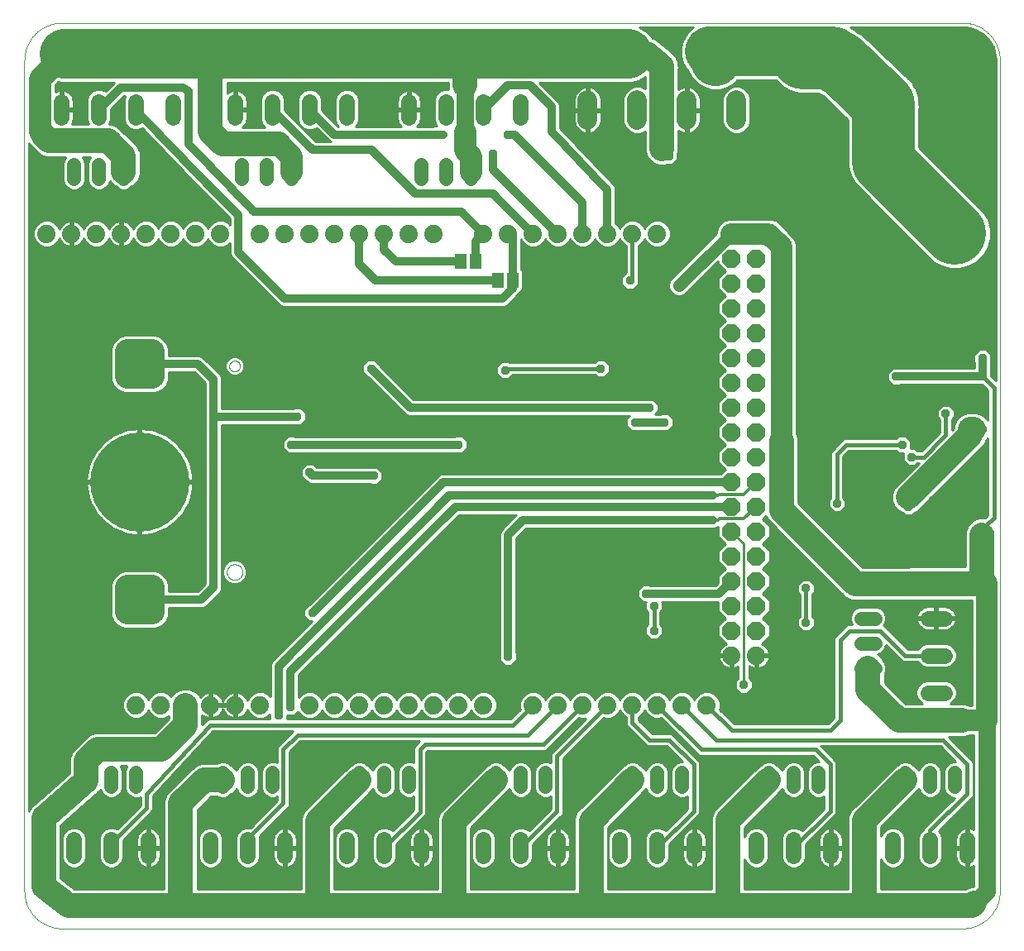
<source format=gbl>
G75*
%MOIN*%
%OFA0B0*%
%FSLAX25Y25*%
%IPPOS*%
%LPD*%
%AMOC8*
5,1,8,0,0,1.08239X$1,22.5*
%
%ADD10C,0.00000*%
%ADD11C,0.07400*%
%ADD12OC8,0.07400*%
%ADD13C,0.10000*%
%ADD14C,0.40000*%
%ADD15C,0.06496*%
%ADD16C,0.05600*%
%ADD17R,0.04600X0.06300*%
%ADD18C,0.07874*%
%ADD19C,0.07000*%
%ADD20C,0.08600*%
%ADD21OC8,0.03562*%
%ADD22C,0.05000*%
%ADD23C,0.03200*%
%ADD24C,0.01600*%
%ADD25C,0.01000*%
%ADD26C,0.09000*%
%ADD27C,0.20000*%
%ADD28C,0.01200*%
%ADD29OC8,0.07677*%
%ADD30C,0.25400*%
%ADD31OC8,0.05906*%
D10*
X0090000Y0017248D02*
X0090000Y0352248D01*
X0090004Y0352610D01*
X0090018Y0352973D01*
X0090039Y0353335D01*
X0090070Y0353696D01*
X0090109Y0354056D01*
X0090157Y0354415D01*
X0090214Y0354773D01*
X0090279Y0355130D01*
X0090353Y0355485D01*
X0090436Y0355838D01*
X0090527Y0356189D01*
X0090626Y0356537D01*
X0090734Y0356883D01*
X0090850Y0357227D01*
X0090975Y0357567D01*
X0091107Y0357904D01*
X0091248Y0358238D01*
X0091397Y0358569D01*
X0091554Y0358896D01*
X0091718Y0359219D01*
X0091890Y0359538D01*
X0092070Y0359852D01*
X0092258Y0360163D01*
X0092453Y0360468D01*
X0092655Y0360769D01*
X0092865Y0361065D01*
X0093081Y0361355D01*
X0093305Y0361641D01*
X0093535Y0361921D01*
X0093772Y0362195D01*
X0094016Y0362463D01*
X0094266Y0362726D01*
X0094522Y0362982D01*
X0094785Y0363232D01*
X0095053Y0363476D01*
X0095327Y0363713D01*
X0095607Y0363943D01*
X0095893Y0364167D01*
X0096183Y0364383D01*
X0096479Y0364593D01*
X0096780Y0364795D01*
X0097085Y0364990D01*
X0097396Y0365178D01*
X0097710Y0365358D01*
X0098029Y0365530D01*
X0098352Y0365694D01*
X0098679Y0365851D01*
X0099010Y0366000D01*
X0099344Y0366141D01*
X0099681Y0366273D01*
X0100021Y0366398D01*
X0100365Y0366514D01*
X0100711Y0366622D01*
X0101059Y0366721D01*
X0101410Y0366812D01*
X0101763Y0366895D01*
X0102118Y0366969D01*
X0102475Y0367034D01*
X0102833Y0367091D01*
X0103192Y0367139D01*
X0103552Y0367178D01*
X0103913Y0367209D01*
X0104275Y0367230D01*
X0104638Y0367244D01*
X0105000Y0367248D01*
X0468110Y0367248D01*
X0468472Y0367244D01*
X0468835Y0367230D01*
X0469197Y0367209D01*
X0469558Y0367178D01*
X0469918Y0367139D01*
X0470277Y0367091D01*
X0470635Y0367034D01*
X0470992Y0366969D01*
X0471347Y0366895D01*
X0471700Y0366812D01*
X0472051Y0366721D01*
X0472399Y0366622D01*
X0472745Y0366514D01*
X0473089Y0366398D01*
X0473429Y0366273D01*
X0473766Y0366141D01*
X0474100Y0366000D01*
X0474431Y0365851D01*
X0474758Y0365694D01*
X0475081Y0365530D01*
X0475400Y0365358D01*
X0475714Y0365178D01*
X0476025Y0364990D01*
X0476330Y0364795D01*
X0476631Y0364593D01*
X0476927Y0364383D01*
X0477217Y0364167D01*
X0477503Y0363943D01*
X0477783Y0363713D01*
X0478057Y0363476D01*
X0478325Y0363232D01*
X0478588Y0362982D01*
X0478844Y0362726D01*
X0479094Y0362463D01*
X0479338Y0362195D01*
X0479575Y0361921D01*
X0479805Y0361641D01*
X0480029Y0361355D01*
X0480245Y0361065D01*
X0480455Y0360769D01*
X0480657Y0360468D01*
X0480852Y0360163D01*
X0481040Y0359852D01*
X0481220Y0359538D01*
X0481392Y0359219D01*
X0481556Y0358896D01*
X0481713Y0358569D01*
X0481862Y0358238D01*
X0482003Y0357904D01*
X0482135Y0357567D01*
X0482260Y0357227D01*
X0482376Y0356883D01*
X0482484Y0356537D01*
X0482583Y0356189D01*
X0482674Y0355838D01*
X0482757Y0355485D01*
X0482831Y0355130D01*
X0482896Y0354773D01*
X0482953Y0354415D01*
X0483001Y0354056D01*
X0483040Y0353696D01*
X0483071Y0353335D01*
X0483092Y0352973D01*
X0483106Y0352610D01*
X0483110Y0352248D01*
X0483110Y0017248D01*
X0483106Y0016886D01*
X0483092Y0016523D01*
X0483071Y0016161D01*
X0483040Y0015800D01*
X0483001Y0015440D01*
X0482953Y0015081D01*
X0482896Y0014723D01*
X0482831Y0014366D01*
X0482757Y0014011D01*
X0482674Y0013658D01*
X0482583Y0013307D01*
X0482484Y0012959D01*
X0482376Y0012613D01*
X0482260Y0012269D01*
X0482135Y0011929D01*
X0482003Y0011592D01*
X0481862Y0011258D01*
X0481713Y0010927D01*
X0481556Y0010600D01*
X0481392Y0010277D01*
X0481220Y0009958D01*
X0481040Y0009644D01*
X0480852Y0009333D01*
X0480657Y0009028D01*
X0480455Y0008727D01*
X0480245Y0008431D01*
X0480029Y0008141D01*
X0479805Y0007855D01*
X0479575Y0007575D01*
X0479338Y0007301D01*
X0479094Y0007033D01*
X0478844Y0006770D01*
X0478588Y0006514D01*
X0478325Y0006264D01*
X0478057Y0006020D01*
X0477783Y0005783D01*
X0477503Y0005553D01*
X0477217Y0005329D01*
X0476927Y0005113D01*
X0476631Y0004903D01*
X0476330Y0004701D01*
X0476025Y0004506D01*
X0475714Y0004318D01*
X0475400Y0004138D01*
X0475081Y0003966D01*
X0474758Y0003802D01*
X0474431Y0003645D01*
X0474100Y0003496D01*
X0473766Y0003355D01*
X0473429Y0003223D01*
X0473089Y0003098D01*
X0472745Y0002982D01*
X0472399Y0002874D01*
X0472051Y0002775D01*
X0471700Y0002684D01*
X0471347Y0002601D01*
X0470992Y0002527D01*
X0470635Y0002462D01*
X0470277Y0002405D01*
X0469918Y0002357D01*
X0469558Y0002318D01*
X0469197Y0002287D01*
X0468835Y0002266D01*
X0468472Y0002252D01*
X0468110Y0002248D01*
X0105000Y0002248D01*
X0104638Y0002252D01*
X0104275Y0002266D01*
X0103913Y0002287D01*
X0103552Y0002318D01*
X0103192Y0002357D01*
X0102833Y0002405D01*
X0102475Y0002462D01*
X0102118Y0002527D01*
X0101763Y0002601D01*
X0101410Y0002684D01*
X0101059Y0002775D01*
X0100711Y0002874D01*
X0100365Y0002982D01*
X0100021Y0003098D01*
X0099681Y0003223D01*
X0099344Y0003355D01*
X0099010Y0003496D01*
X0098679Y0003645D01*
X0098352Y0003802D01*
X0098029Y0003966D01*
X0097710Y0004138D01*
X0097396Y0004318D01*
X0097085Y0004506D01*
X0096780Y0004701D01*
X0096479Y0004903D01*
X0096183Y0005113D01*
X0095893Y0005329D01*
X0095607Y0005553D01*
X0095327Y0005783D01*
X0095053Y0006020D01*
X0094785Y0006264D01*
X0094522Y0006514D01*
X0094266Y0006770D01*
X0094016Y0007033D01*
X0093772Y0007301D01*
X0093535Y0007575D01*
X0093305Y0007855D01*
X0093081Y0008141D01*
X0092865Y0008431D01*
X0092655Y0008727D01*
X0092453Y0009028D01*
X0092258Y0009333D01*
X0092070Y0009644D01*
X0091890Y0009958D01*
X0091718Y0010277D01*
X0091554Y0010600D01*
X0091397Y0010927D01*
X0091248Y0011258D01*
X0091107Y0011592D01*
X0090975Y0011929D01*
X0090850Y0012269D01*
X0090734Y0012613D01*
X0090626Y0012959D01*
X0090527Y0013307D01*
X0090436Y0013658D01*
X0090353Y0014011D01*
X0090279Y0014366D01*
X0090214Y0014723D01*
X0090157Y0015081D01*
X0090109Y0015440D01*
X0090070Y0015800D01*
X0090039Y0016161D01*
X0090018Y0016523D01*
X0090004Y0016886D01*
X0090000Y0017248D01*
X0171582Y0145846D02*
X0171584Y0145958D01*
X0171590Y0146069D01*
X0171600Y0146181D01*
X0171614Y0146292D01*
X0171631Y0146402D01*
X0171653Y0146512D01*
X0171679Y0146621D01*
X0171708Y0146729D01*
X0171741Y0146835D01*
X0171778Y0146941D01*
X0171819Y0147045D01*
X0171864Y0147148D01*
X0171912Y0147249D01*
X0171963Y0147348D01*
X0172018Y0147445D01*
X0172077Y0147540D01*
X0172138Y0147634D01*
X0172203Y0147725D01*
X0172272Y0147813D01*
X0172343Y0147899D01*
X0172417Y0147983D01*
X0172495Y0148063D01*
X0172575Y0148141D01*
X0172658Y0148217D01*
X0172743Y0148289D01*
X0172831Y0148358D01*
X0172921Y0148424D01*
X0173014Y0148486D01*
X0173109Y0148546D01*
X0173206Y0148602D01*
X0173304Y0148654D01*
X0173405Y0148703D01*
X0173507Y0148748D01*
X0173611Y0148790D01*
X0173716Y0148828D01*
X0173823Y0148862D01*
X0173930Y0148892D01*
X0174039Y0148919D01*
X0174148Y0148941D01*
X0174259Y0148960D01*
X0174369Y0148975D01*
X0174481Y0148986D01*
X0174592Y0148993D01*
X0174704Y0148996D01*
X0174816Y0148995D01*
X0174928Y0148990D01*
X0175039Y0148981D01*
X0175150Y0148968D01*
X0175261Y0148951D01*
X0175371Y0148931D01*
X0175480Y0148906D01*
X0175588Y0148878D01*
X0175695Y0148845D01*
X0175801Y0148809D01*
X0175905Y0148769D01*
X0176008Y0148726D01*
X0176110Y0148679D01*
X0176209Y0148628D01*
X0176307Y0148574D01*
X0176403Y0148516D01*
X0176497Y0148455D01*
X0176588Y0148391D01*
X0176677Y0148324D01*
X0176764Y0148253D01*
X0176848Y0148179D01*
X0176930Y0148103D01*
X0177008Y0148023D01*
X0177084Y0147941D01*
X0177157Y0147856D01*
X0177227Y0147769D01*
X0177293Y0147679D01*
X0177357Y0147587D01*
X0177417Y0147493D01*
X0177474Y0147397D01*
X0177527Y0147298D01*
X0177577Y0147198D01*
X0177623Y0147097D01*
X0177666Y0146993D01*
X0177705Y0146888D01*
X0177740Y0146782D01*
X0177771Y0146675D01*
X0177799Y0146566D01*
X0177822Y0146457D01*
X0177842Y0146347D01*
X0177858Y0146236D01*
X0177870Y0146125D01*
X0177878Y0146014D01*
X0177882Y0145902D01*
X0177882Y0145790D01*
X0177878Y0145678D01*
X0177870Y0145567D01*
X0177858Y0145456D01*
X0177842Y0145345D01*
X0177822Y0145235D01*
X0177799Y0145126D01*
X0177771Y0145017D01*
X0177740Y0144910D01*
X0177705Y0144804D01*
X0177666Y0144699D01*
X0177623Y0144595D01*
X0177577Y0144494D01*
X0177527Y0144394D01*
X0177474Y0144295D01*
X0177417Y0144199D01*
X0177357Y0144105D01*
X0177293Y0144013D01*
X0177227Y0143923D01*
X0177157Y0143836D01*
X0177084Y0143751D01*
X0177008Y0143669D01*
X0176930Y0143589D01*
X0176848Y0143513D01*
X0176764Y0143439D01*
X0176677Y0143368D01*
X0176588Y0143301D01*
X0176497Y0143237D01*
X0176403Y0143176D01*
X0176307Y0143118D01*
X0176209Y0143064D01*
X0176110Y0143013D01*
X0176008Y0142966D01*
X0175905Y0142923D01*
X0175801Y0142883D01*
X0175695Y0142847D01*
X0175588Y0142814D01*
X0175480Y0142786D01*
X0175371Y0142761D01*
X0175261Y0142741D01*
X0175150Y0142724D01*
X0175039Y0142711D01*
X0174928Y0142702D01*
X0174816Y0142697D01*
X0174704Y0142696D01*
X0174592Y0142699D01*
X0174481Y0142706D01*
X0174369Y0142717D01*
X0174259Y0142732D01*
X0174148Y0142751D01*
X0174039Y0142773D01*
X0173930Y0142800D01*
X0173823Y0142830D01*
X0173716Y0142864D01*
X0173611Y0142902D01*
X0173507Y0142944D01*
X0173405Y0142989D01*
X0173304Y0143038D01*
X0173206Y0143090D01*
X0173109Y0143146D01*
X0173014Y0143206D01*
X0172921Y0143268D01*
X0172831Y0143334D01*
X0172743Y0143403D01*
X0172658Y0143475D01*
X0172575Y0143551D01*
X0172495Y0143629D01*
X0172417Y0143709D01*
X0172343Y0143793D01*
X0172272Y0143879D01*
X0172203Y0143967D01*
X0172138Y0144058D01*
X0172077Y0144152D01*
X0172018Y0144247D01*
X0171963Y0144344D01*
X0171912Y0144443D01*
X0171864Y0144544D01*
X0171819Y0144647D01*
X0171778Y0144751D01*
X0171741Y0144857D01*
X0171708Y0144963D01*
X0171679Y0145071D01*
X0171653Y0145180D01*
X0171631Y0145290D01*
X0171614Y0145400D01*
X0171600Y0145511D01*
X0171590Y0145623D01*
X0171584Y0145734D01*
X0171582Y0145846D01*
X0172567Y0228917D02*
X0172569Y0229010D01*
X0172575Y0229102D01*
X0172585Y0229194D01*
X0172599Y0229285D01*
X0172616Y0229376D01*
X0172638Y0229466D01*
X0172663Y0229555D01*
X0172692Y0229643D01*
X0172725Y0229729D01*
X0172762Y0229814D01*
X0172802Y0229898D01*
X0172846Y0229979D01*
X0172893Y0230059D01*
X0172943Y0230137D01*
X0172997Y0230212D01*
X0173054Y0230285D01*
X0173114Y0230355D01*
X0173177Y0230423D01*
X0173243Y0230488D01*
X0173311Y0230550D01*
X0173382Y0230610D01*
X0173456Y0230666D01*
X0173532Y0230719D01*
X0173610Y0230768D01*
X0173690Y0230815D01*
X0173772Y0230857D01*
X0173856Y0230897D01*
X0173941Y0230932D01*
X0174028Y0230964D01*
X0174116Y0230993D01*
X0174205Y0231017D01*
X0174295Y0231038D01*
X0174386Y0231054D01*
X0174478Y0231067D01*
X0174570Y0231076D01*
X0174663Y0231081D01*
X0174755Y0231082D01*
X0174848Y0231079D01*
X0174940Y0231072D01*
X0175032Y0231061D01*
X0175123Y0231046D01*
X0175214Y0231028D01*
X0175304Y0231005D01*
X0175392Y0230979D01*
X0175480Y0230949D01*
X0175566Y0230915D01*
X0175650Y0230878D01*
X0175733Y0230836D01*
X0175814Y0230792D01*
X0175894Y0230744D01*
X0175971Y0230693D01*
X0176045Y0230638D01*
X0176118Y0230580D01*
X0176188Y0230520D01*
X0176255Y0230456D01*
X0176319Y0230390D01*
X0176381Y0230320D01*
X0176439Y0230249D01*
X0176494Y0230175D01*
X0176546Y0230098D01*
X0176595Y0230019D01*
X0176641Y0229939D01*
X0176683Y0229856D01*
X0176721Y0229772D01*
X0176756Y0229686D01*
X0176787Y0229599D01*
X0176814Y0229511D01*
X0176837Y0229421D01*
X0176857Y0229331D01*
X0176873Y0229240D01*
X0176885Y0229148D01*
X0176893Y0229056D01*
X0176897Y0228963D01*
X0176897Y0228871D01*
X0176893Y0228778D01*
X0176885Y0228686D01*
X0176873Y0228594D01*
X0176857Y0228503D01*
X0176837Y0228413D01*
X0176814Y0228323D01*
X0176787Y0228235D01*
X0176756Y0228148D01*
X0176721Y0228062D01*
X0176683Y0227978D01*
X0176641Y0227895D01*
X0176595Y0227815D01*
X0176546Y0227736D01*
X0176494Y0227659D01*
X0176439Y0227585D01*
X0176381Y0227514D01*
X0176319Y0227444D01*
X0176255Y0227378D01*
X0176188Y0227314D01*
X0176118Y0227254D01*
X0176045Y0227196D01*
X0175971Y0227141D01*
X0175894Y0227090D01*
X0175815Y0227042D01*
X0175733Y0226998D01*
X0175650Y0226956D01*
X0175566Y0226919D01*
X0175480Y0226885D01*
X0175392Y0226855D01*
X0175304Y0226829D01*
X0175214Y0226806D01*
X0175123Y0226788D01*
X0175032Y0226773D01*
X0174940Y0226762D01*
X0174848Y0226755D01*
X0174755Y0226752D01*
X0174663Y0226753D01*
X0174570Y0226758D01*
X0174478Y0226767D01*
X0174386Y0226780D01*
X0174295Y0226796D01*
X0174205Y0226817D01*
X0174116Y0226841D01*
X0174028Y0226870D01*
X0173941Y0226902D01*
X0173856Y0226937D01*
X0173772Y0226977D01*
X0173690Y0227019D01*
X0173610Y0227066D01*
X0173532Y0227115D01*
X0173456Y0227168D01*
X0173382Y0227224D01*
X0173311Y0227284D01*
X0173243Y0227346D01*
X0173177Y0227411D01*
X0173114Y0227479D01*
X0173054Y0227549D01*
X0172997Y0227622D01*
X0172943Y0227697D01*
X0172893Y0227775D01*
X0172846Y0227855D01*
X0172802Y0227936D01*
X0172762Y0228020D01*
X0172725Y0228105D01*
X0172692Y0228191D01*
X0172663Y0228279D01*
X0172638Y0228368D01*
X0172616Y0228458D01*
X0172599Y0228549D01*
X0172585Y0228640D01*
X0172575Y0228732D01*
X0172569Y0228824D01*
X0172567Y0228917D01*
D11*
X0169000Y0282248D03*
X0159000Y0282248D03*
X0149000Y0282248D03*
X0139000Y0282248D03*
X0129000Y0282248D03*
X0119000Y0282248D03*
X0109000Y0282248D03*
X0099000Y0282248D03*
X0185000Y0282248D03*
X0195000Y0282248D03*
X0205000Y0282248D03*
X0215000Y0282248D03*
X0225000Y0282248D03*
X0235000Y0282248D03*
X0245000Y0282248D03*
X0255000Y0282248D03*
X0275000Y0282248D03*
X0285000Y0282248D03*
X0295000Y0282248D03*
X0305000Y0282248D03*
X0315000Y0282248D03*
X0325000Y0282248D03*
X0335000Y0282248D03*
X0345000Y0282248D03*
X0375000Y0282248D03*
X0385000Y0282248D03*
X0385000Y0112248D03*
X0375000Y0112248D03*
X0365000Y0092248D03*
X0355000Y0092248D03*
X0345000Y0092248D03*
X0335000Y0092248D03*
X0325000Y0092248D03*
X0315000Y0092248D03*
X0305000Y0092248D03*
X0295000Y0092248D03*
X0275000Y0092248D03*
X0265000Y0092248D03*
X0255000Y0092248D03*
X0245000Y0092248D03*
X0235000Y0092248D03*
X0225000Y0092248D03*
X0215000Y0092248D03*
X0205000Y0092248D03*
X0185000Y0092248D03*
X0175000Y0092248D03*
X0165000Y0092248D03*
X0155000Y0092248D03*
X0145000Y0092248D03*
X0135000Y0092248D03*
D12*
X0375000Y0122248D03*
X0385000Y0122248D03*
X0385000Y0132248D03*
X0375000Y0132248D03*
X0375000Y0142248D03*
X0385000Y0142248D03*
X0385000Y0152248D03*
X0375000Y0152248D03*
X0375000Y0162248D03*
X0385000Y0162248D03*
X0385000Y0172248D03*
X0375000Y0172248D03*
X0375000Y0182248D03*
X0385000Y0182248D03*
X0385000Y0192248D03*
X0375000Y0192248D03*
X0375000Y0202248D03*
X0385000Y0202248D03*
X0385000Y0212248D03*
X0375000Y0212248D03*
X0375000Y0222248D03*
X0385000Y0222248D03*
X0385000Y0232248D03*
X0375000Y0232248D03*
X0375000Y0242248D03*
X0385000Y0242248D03*
X0385000Y0252248D03*
X0375000Y0252248D03*
X0375000Y0262248D03*
X0385000Y0262248D03*
X0385000Y0272248D03*
X0375000Y0272248D03*
D13*
X0346890Y0316461D02*
X0346890Y0349925D01*
X0340984Y0354846D01*
X0333110Y0354846D01*
X0267500Y0354748D02*
X0267500Y0342248D01*
X0192500Y0318498D02*
X0170000Y0318498D01*
X0165000Y0323498D01*
X0165000Y0354748D01*
X0130000Y0313498D02*
X0123750Y0319748D01*
X0100000Y0319748D01*
X0097500Y0322248D01*
X0130000Y0313498D02*
X0130000Y0307248D01*
X0141500Y0234748D02*
X0141500Y0224748D01*
X0131500Y0224748D01*
X0131500Y0234748D01*
X0141500Y0234748D01*
X0141500Y0234747D02*
X0131500Y0234747D01*
X0141500Y0139748D02*
X0141500Y0129748D01*
X0131500Y0129748D01*
X0131500Y0139748D01*
X0141500Y0139748D01*
X0141500Y0139747D02*
X0131500Y0139747D01*
X0155000Y0092248D02*
X0154961Y0092209D01*
X0154961Y0084177D01*
X0145118Y0074335D01*
X0119528Y0074335D01*
X0115000Y0069807D01*
X0115000Y0062248D01*
X0115000Y0061933D01*
X0097874Y0046776D01*
X0097874Y0019217D01*
X0107717Y0011343D01*
X0152992Y0011343D01*
X0152992Y0052681D01*
X0162559Y0062248D01*
X0170000Y0062248D01*
X0208110Y0045358D02*
X0208110Y0011343D01*
X0263228Y0011343D01*
X0263228Y0045476D01*
X0280000Y0062248D01*
X0318346Y0045594D02*
X0318346Y0011343D01*
X0373465Y0011343D01*
X0373465Y0045713D01*
X0390000Y0062248D01*
X0428583Y0045831D02*
X0428583Y0011343D01*
X0471890Y0011343D01*
X0472874Y0012327D01*
X0428583Y0011343D02*
X0373465Y0011343D01*
X0428583Y0045831D02*
X0445000Y0062248D01*
X0442362Y0086146D02*
X0467953Y0086146D01*
X0442362Y0086146D02*
X0430000Y0098508D01*
X0430000Y0107248D01*
X0425000Y0140998D02*
X0466969Y0141264D01*
X0473858Y0141264D01*
X0475827Y0141264D01*
X0475827Y0141451D01*
X0475827Y0160949D01*
X0446250Y0175998D02*
X0471250Y0200998D01*
X0471250Y0203498D01*
X0472500Y0203498D01*
X0395118Y0198803D02*
X0395118Y0170880D01*
X0425000Y0140998D01*
X0335000Y0062248D02*
X0318346Y0045594D01*
X0318346Y0011343D02*
X0263228Y0011343D01*
X0208110Y0011343D02*
X0152992Y0011343D01*
X0208110Y0045358D02*
X0225000Y0062248D01*
D14*
X0136500Y0182248D03*
D15*
X0140000Y0037996D02*
X0140000Y0031500D01*
X0125000Y0031500D02*
X0125000Y0037996D01*
X0110000Y0037996D02*
X0110000Y0031500D01*
X0165000Y0031500D02*
X0165000Y0037996D01*
X0180000Y0037996D02*
X0180000Y0031500D01*
X0195000Y0031500D02*
X0195000Y0037996D01*
X0220000Y0037996D02*
X0220000Y0031500D01*
X0235000Y0031500D02*
X0235000Y0037996D01*
X0250000Y0037996D02*
X0250000Y0031500D01*
X0275000Y0031500D02*
X0275000Y0037996D01*
X0290000Y0037996D02*
X0290000Y0031500D01*
X0305000Y0031500D02*
X0305000Y0037996D01*
X0330000Y0037996D02*
X0330000Y0031500D01*
X0345000Y0031500D02*
X0345000Y0037996D01*
X0360000Y0037996D02*
X0360000Y0031500D01*
X0385000Y0031500D02*
X0385000Y0037996D01*
X0400000Y0037996D02*
X0400000Y0031500D01*
X0415000Y0031500D02*
X0415000Y0037996D01*
X0440000Y0037996D02*
X0440000Y0031500D01*
X0455000Y0031500D02*
X0455000Y0037996D01*
X0470000Y0037996D02*
X0470000Y0031500D01*
X0460748Y0097248D02*
X0454252Y0097248D01*
X0454252Y0112248D02*
X0460748Y0112248D01*
X0460748Y0127248D02*
X0454252Y0127248D01*
X0290000Y0329000D02*
X0290000Y0335496D01*
X0275000Y0335496D02*
X0275000Y0329000D01*
X0260000Y0329000D02*
X0260000Y0335496D01*
X0245000Y0335496D02*
X0245000Y0329000D01*
X0220000Y0329000D02*
X0220000Y0335496D01*
X0205000Y0335496D02*
X0205000Y0329000D01*
X0190000Y0329000D02*
X0190000Y0335496D01*
X0175000Y0335496D02*
X0175000Y0329000D01*
X0150000Y0329000D02*
X0150000Y0335496D01*
X0135000Y0335496D02*
X0135000Y0329000D01*
X0120000Y0329000D02*
X0120000Y0335496D01*
X0105000Y0335496D02*
X0105000Y0329000D01*
D16*
X0110000Y0310048D02*
X0110000Y0304448D01*
X0120000Y0304448D02*
X0120000Y0310048D01*
X0130000Y0310048D02*
X0130000Y0304448D01*
X0177500Y0304448D02*
X0177500Y0310048D01*
X0187500Y0310048D02*
X0187500Y0304448D01*
X0197500Y0304448D02*
X0197500Y0310048D01*
X0250000Y0310048D02*
X0250000Y0304448D01*
X0260000Y0304448D02*
X0260000Y0310048D01*
X0270000Y0310048D02*
X0270000Y0304448D01*
X0427200Y0127248D02*
X0432800Y0127248D01*
X0432800Y0117248D02*
X0427200Y0117248D01*
X0427200Y0107248D02*
X0432800Y0107248D01*
X0445000Y0065048D02*
X0445000Y0059448D01*
X0455000Y0059448D02*
X0455000Y0065048D01*
X0465000Y0065048D02*
X0465000Y0059448D01*
X0410000Y0059448D02*
X0410000Y0065048D01*
X0400000Y0065048D02*
X0400000Y0059448D01*
X0390000Y0059448D02*
X0390000Y0065048D01*
X0355000Y0065048D02*
X0355000Y0059448D01*
X0345000Y0059448D02*
X0345000Y0065048D01*
X0335000Y0065048D02*
X0335000Y0059448D01*
X0300000Y0059448D02*
X0300000Y0065048D01*
X0290000Y0065048D02*
X0290000Y0059448D01*
X0280000Y0059448D02*
X0280000Y0065048D01*
X0245000Y0065048D02*
X0245000Y0059448D01*
X0235000Y0059448D02*
X0235000Y0065048D01*
X0225000Y0065048D02*
X0225000Y0059448D01*
X0190000Y0059448D02*
X0190000Y0065048D01*
X0180000Y0065048D02*
X0180000Y0059448D01*
X0170000Y0059448D02*
X0170000Y0065048D01*
X0135000Y0065048D02*
X0135000Y0059448D01*
X0125000Y0059448D02*
X0125000Y0065048D01*
X0115000Y0065048D02*
X0115000Y0059448D01*
D17*
X0280750Y0263498D03*
X0286750Y0263498D03*
X0271750Y0270998D03*
X0265750Y0270998D03*
D18*
X0316973Y0328173D02*
X0316973Y0336047D01*
X0336973Y0336047D02*
X0336973Y0328173D01*
X0356973Y0328173D02*
X0356973Y0336047D01*
X0376973Y0336047D02*
X0376973Y0328173D01*
D19*
X0267500Y0323498D02*
X0267500Y0342248D01*
X0477795Y0086146D02*
X0477795Y0017248D01*
X0472874Y0012327D01*
D20*
X0467953Y0086146D02*
X0477795Y0086146D01*
X0477795Y0141451D01*
X0395118Y0198803D02*
X0395118Y0277091D01*
X0389961Y0282248D01*
X0385000Y0282248D01*
X0375000Y0282248D01*
X0155000Y0092248D02*
X0154803Y0092051D01*
D21*
X0192362Y0088114D03*
X0197283Y0091559D03*
X0206142Y0129453D03*
X0174646Y0174728D03*
X0197500Y0197248D03*
X0200000Y0208498D03*
X0174646Y0202287D03*
X0205000Y0185998D03*
X0230813Y0184748D03*
X0249449Y0202287D03*
X0239606Y0208193D03*
X0229764Y0227878D03*
X0265000Y0197248D03*
X0283750Y0227248D03*
X0322283Y0227878D03*
X0341969Y0212130D03*
X0347874Y0206224D03*
X0336063Y0206224D03*
X0312441Y0188508D03*
X0304567Y0160949D03*
X0318346Y0141264D03*
X0340500Y0137248D03*
X0343750Y0132248D03*
X0343750Y0122248D03*
X0379862Y0100417D03*
X0381339Y0086146D03*
X0408898Y0097957D03*
X0404961Y0125516D03*
X0404961Y0139295D03*
X0432500Y0149748D03*
X0436250Y0149748D03*
X0440000Y0149748D03*
X0443750Y0149748D03*
X0447500Y0149748D03*
X0447500Y0153498D03*
X0443750Y0153498D03*
X0440000Y0153498D03*
X0436250Y0153498D03*
X0446250Y0172248D03*
X0446250Y0175998D03*
X0448750Y0178498D03*
X0456250Y0174748D03*
X0458671Y0172248D03*
X0453750Y0172248D03*
X0458750Y0177248D03*
X0445000Y0185998D03*
X0441250Y0185998D03*
X0437500Y0185998D03*
X0447500Y0192248D03*
X0443750Y0197248D03*
X0461250Y0209748D03*
X0468750Y0203498D03*
X0472500Y0203498D03*
X0476250Y0203498D03*
X0476142Y0232169D03*
X0441250Y0224748D03*
X0417500Y0173498D03*
X0473563Y0162248D03*
X0473563Y0158498D03*
X0477579Y0158498D03*
X0477579Y0162248D03*
X0353780Y0261343D03*
X0334094Y0263311D03*
X0357717Y0279059D03*
X0353780Y0282996D03*
X0349843Y0313508D03*
X0346890Y0316461D03*
X0349843Y0319413D03*
X0285000Y0322248D03*
X0278976Y0314492D03*
X0256250Y0322248D03*
X0123465Y0296776D03*
X0093937Y0298744D03*
X0284882Y0111736D03*
X0103780Y0086146D03*
D22*
X0353780Y0261343D02*
X0374685Y0282248D01*
X0375000Y0282248D01*
X0473858Y0141451D02*
X0473858Y0141264D01*
X0473858Y0141451D02*
X0477795Y0141451D01*
D23*
X0375000Y0142248D02*
X0370000Y0137248D01*
X0340500Y0137248D01*
X0367559Y0166854D02*
X0290787Y0166854D01*
X0284882Y0160949D01*
X0284882Y0111736D01*
X0263701Y0172248D02*
X0375000Y0172248D01*
X0367559Y0176697D02*
X0261260Y0176697D01*
X0192362Y0107799D01*
X0192362Y0088114D01*
X0197283Y0091559D02*
X0197283Y0105831D01*
X0263701Y0172248D01*
X0258937Y0182248D02*
X0375000Y0182248D01*
X0347874Y0206224D02*
X0336063Y0206224D01*
X0341969Y0212130D02*
X0245512Y0212130D01*
X0229764Y0227878D01*
X0200000Y0208498D02*
X0166250Y0208498D01*
X0166250Y0223498D01*
X0160000Y0229748D01*
X0136500Y0229748D01*
X0166250Y0208498D02*
X0166250Y0139748D01*
X0161250Y0134748D01*
X0136500Y0134748D01*
X0206142Y0129453D02*
X0258937Y0182248D01*
X0265000Y0197248D02*
X0197500Y0197248D01*
X0205000Y0185998D02*
X0206250Y0184748D01*
X0230813Y0184748D01*
X0195000Y0255998D02*
X0282500Y0255998D01*
X0286750Y0260248D01*
X0286750Y0263498D01*
X0286750Y0280498D01*
X0285000Y0282248D01*
X0295000Y0282248D02*
X0278750Y0298498D01*
X0247500Y0298498D01*
X0230000Y0315998D01*
X0206250Y0315998D01*
X0190000Y0332248D01*
X0205000Y0332248D02*
X0215000Y0322248D01*
X0256250Y0322248D01*
X0258750Y0322248D01*
X0275000Y0332248D02*
X0285000Y0342248D01*
X0293750Y0342248D01*
X0302500Y0333498D01*
X0302500Y0323498D01*
X0325000Y0299748D01*
X0325000Y0282248D01*
X0315000Y0282248D02*
X0315000Y0294748D01*
X0287500Y0322248D01*
X0285000Y0322248D01*
X0278976Y0314492D02*
X0278976Y0308272D01*
X0305000Y0282248D01*
X0280750Y0263498D02*
X0243750Y0263498D01*
X0231545Y0263498D01*
X0225827Y0269217D01*
X0225000Y0270043D01*
X0225000Y0282248D01*
X0235000Y0282248D02*
X0235000Y0275791D01*
X0235669Y0275122D01*
X0239793Y0270998D01*
X0265750Y0270998D01*
X0271750Y0270998D02*
X0271750Y0278998D01*
X0275000Y0282248D01*
X0266250Y0290998D01*
X0182500Y0290998D01*
X0156250Y0318498D01*
X0156250Y0339748D01*
X0153750Y0340998D01*
X0128750Y0340998D01*
X0120000Y0332248D01*
X0135000Y0332248D02*
X0163750Y0302248D01*
X0176250Y0289748D01*
X0176250Y0274748D01*
X0195000Y0255998D01*
X0441250Y0224748D02*
X0475827Y0224748D01*
X0476142Y0224748D01*
X0476142Y0232169D01*
D24*
X0476142Y0224748D02*
X0480748Y0220142D01*
X0480748Y0167839D01*
X0477579Y0164669D01*
X0477579Y0162248D01*
X0479478Y0162248D02*
X0479764Y0161963D01*
X0452500Y0192248D02*
X0447500Y0192248D01*
X0452500Y0192248D02*
X0460000Y0199748D01*
X0461250Y0200998D01*
X0461250Y0209748D01*
X0443750Y0197248D02*
X0421250Y0197248D01*
X0417500Y0193498D01*
X0417500Y0173498D01*
X0404961Y0139295D02*
X0404961Y0125516D01*
X0418740Y0118488D02*
X0418740Y0116766D01*
X0418740Y0086146D01*
X0414803Y0082209D01*
X0375039Y0082209D01*
X0365000Y0092248D01*
X0355000Y0092248D02*
X0368976Y0078272D01*
X0460079Y0078272D01*
X0469921Y0068429D01*
X0469921Y0056618D01*
X0455000Y0041697D01*
X0455000Y0034748D01*
X0414803Y0049551D02*
X0414803Y0068429D01*
X0408898Y0074335D01*
X0362913Y0074335D01*
X0345000Y0092248D01*
X0335000Y0092248D02*
X0335000Y0085240D01*
X0341969Y0078272D01*
X0349843Y0078272D01*
X0359685Y0068429D01*
X0359685Y0049433D01*
X0345000Y0034748D01*
X0304567Y0049315D02*
X0304567Y0071815D01*
X0325000Y0092248D01*
X0315000Y0092248D02*
X0299055Y0076303D01*
X0251417Y0076303D01*
X0249449Y0074335D01*
X0249449Y0049197D01*
X0235000Y0034748D01*
X0194331Y0052681D02*
X0194331Y0074335D01*
X0200236Y0080240D01*
X0292992Y0080240D01*
X0305000Y0092248D01*
X0295000Y0092248D02*
X0286929Y0084177D01*
X0164803Y0084177D01*
X0139213Y0056618D01*
X0139213Y0050713D01*
X0125000Y0036500D01*
X0125000Y0034748D01*
X0180000Y0034748D02*
X0180000Y0038350D01*
X0194331Y0052681D01*
X0290000Y0034748D02*
X0304567Y0049315D01*
X0400000Y0034748D02*
X0414803Y0049551D01*
X0445000Y0112248D02*
X0457500Y0112248D01*
X0455630Y0112248D01*
X0445000Y0112248D02*
X0435000Y0122248D01*
X0422500Y0122248D01*
X0418740Y0118488D01*
X0343750Y0122248D02*
X0343750Y0132248D01*
X0322283Y0227878D02*
X0284380Y0227878D01*
X0283750Y0227248D01*
X0334094Y0263311D02*
X0335000Y0264217D01*
X0335000Y0282248D01*
D25*
X0340000Y0280208D02*
X0340422Y0279189D01*
X0341941Y0277670D01*
X0343926Y0276848D01*
X0346074Y0276848D01*
X0348059Y0277670D01*
X0349578Y0279189D01*
X0350400Y0281174D01*
X0350400Y0283322D01*
X0349578Y0285307D01*
X0348059Y0286826D01*
X0346074Y0287648D01*
X0343926Y0287648D01*
X0341941Y0286826D01*
X0340422Y0285307D01*
X0340000Y0284288D01*
X0339578Y0285307D01*
X0338059Y0286826D01*
X0336074Y0287648D01*
X0333926Y0287648D01*
X0331941Y0286826D01*
X0330422Y0285307D01*
X0330000Y0284288D01*
X0329578Y0285307D01*
X0328300Y0286585D01*
X0328300Y0299703D01*
X0328317Y0300315D01*
X0328300Y0300358D01*
X0328300Y0300404D01*
X0328066Y0300970D01*
X0327847Y0301541D01*
X0327815Y0301575D01*
X0327798Y0301617D01*
X0327365Y0302050D01*
X0305800Y0324813D01*
X0305800Y0334154D01*
X0305298Y0335367D01*
X0297617Y0343048D01*
X0334552Y0343048D01*
X0337528Y0343845D01*
X0340190Y0345382D01*
X0340190Y0340802D01*
X0340166Y0340826D01*
X0338094Y0341684D01*
X0335852Y0341684D01*
X0333780Y0340826D01*
X0332194Y0339240D01*
X0331336Y0337169D01*
X0331336Y0327052D01*
X0332194Y0324980D01*
X0333780Y0323394D01*
X0335852Y0322536D01*
X0338094Y0322536D01*
X0340166Y0323394D01*
X0340190Y0323418D01*
X0340190Y0315128D01*
X0341210Y0312665D01*
X0343095Y0310781D01*
X0345557Y0309761D01*
X0348222Y0309761D01*
X0348865Y0310027D01*
X0351284Y0310027D01*
X0353324Y0312066D01*
X0353324Y0314485D01*
X0353590Y0315128D01*
X0353590Y0323911D01*
X0354123Y0323523D01*
X0354886Y0323135D01*
X0355700Y0322870D01*
X0356473Y0322748D01*
X0356473Y0331610D01*
X0357473Y0331610D01*
X0357473Y0322748D01*
X0358246Y0322870D01*
X0359060Y0323135D01*
X0359822Y0323523D01*
X0360515Y0324026D01*
X0361120Y0324631D01*
X0361623Y0325324D01*
X0362011Y0326086D01*
X0362276Y0326900D01*
X0362410Y0327745D01*
X0362410Y0331610D01*
X0357473Y0331610D01*
X0357473Y0332610D01*
X0362410Y0332610D01*
X0362410Y0336475D01*
X0362276Y0337320D01*
X0362011Y0338134D01*
X0361623Y0338897D01*
X0361120Y0339589D01*
X0360515Y0340194D01*
X0359822Y0340697D01*
X0359060Y0341086D01*
X0358246Y0341350D01*
X0357473Y0341473D01*
X0357473Y0332610D01*
X0356473Y0332610D01*
X0356473Y0341473D01*
X0355700Y0341350D01*
X0354886Y0341086D01*
X0354123Y0340697D01*
X0353590Y0340310D01*
X0353590Y0348906D01*
X0353683Y0349205D01*
X0353590Y0350229D01*
X0353590Y0351258D01*
X0353470Y0351547D01*
X0353442Y0351859D01*
X0352963Y0352770D01*
X0352570Y0353720D01*
X0352348Y0353942D01*
X0352203Y0354219D01*
X0351412Y0354878D01*
X0350685Y0355605D01*
X0350396Y0355725D01*
X0345507Y0359799D01*
X0344779Y0360526D01*
X0344490Y0360646D01*
X0344250Y0360847D01*
X0343267Y0361153D01*
X0342889Y0361310D01*
X0342473Y0362030D01*
X0340294Y0364209D01*
X0337975Y0365548D01*
X0359653Y0365548D01*
X0358895Y0365110D01*
X0356716Y0362932D01*
X0355176Y0360264D01*
X0354379Y0357288D01*
X0354379Y0354208D01*
X0355176Y0351232D01*
X0356716Y0348564D01*
X0357545Y0347736D01*
X0357641Y0347378D01*
X0359181Y0344710D01*
X0361359Y0342531D01*
X0364027Y0340991D01*
X0367003Y0340194D01*
X0370084Y0340194D01*
X0373059Y0340991D01*
X0375727Y0342531D01*
X0377244Y0344048D01*
X0392835Y0344048D01*
X0395158Y0341725D01*
X0398442Y0339829D01*
X0402104Y0338848D01*
X0409912Y0338848D01*
X0411797Y0337759D01*
X0421850Y0328272D01*
X0421850Y0309289D01*
X0422831Y0305627D01*
X0424727Y0302343D01*
X0427408Y0299662D01*
X0456158Y0270912D01*
X0459442Y0269016D01*
X0463104Y0268035D01*
X0466896Y0268035D01*
X0470558Y0269016D01*
X0473842Y0270912D01*
X0476523Y0273593D01*
X0478419Y0276877D01*
X0479400Y0280539D01*
X0479400Y0284331D01*
X0478419Y0287993D01*
X0476523Y0291277D01*
X0450650Y0317150D01*
X0450650Y0332798D01*
X0450699Y0333004D01*
X0450650Y0334691D01*
X0450650Y0336378D01*
X0450595Y0336582D01*
X0450589Y0336794D01*
X0450105Y0338411D01*
X0449669Y0340040D01*
X0449563Y0340224D01*
X0449502Y0340426D01*
X0448617Y0341863D01*
X0447773Y0343324D01*
X0447623Y0343474D01*
X0447512Y0343654D01*
X0446285Y0344812D01*
X0445092Y0346005D01*
X0444909Y0346111D01*
X0428785Y0361328D01*
X0427592Y0362521D01*
X0427409Y0362627D01*
X0427255Y0362772D01*
X0425770Y0363573D01*
X0425030Y0364000D01*
X0424259Y0364771D01*
X0422913Y0365548D01*
X0468110Y0365548D01*
X0469846Y0365434D01*
X0473200Y0364536D01*
X0476207Y0362800D01*
X0478662Y0360345D01*
X0480398Y0357338D01*
X0481296Y0353984D01*
X0481410Y0352248D01*
X0481410Y0223015D01*
X0479442Y0224984D01*
X0479442Y0230546D01*
X0479623Y0230727D01*
X0479623Y0233611D01*
X0477584Y0235650D01*
X0474700Y0235650D01*
X0472661Y0233611D01*
X0472661Y0230727D01*
X0472842Y0230546D01*
X0472842Y0228048D01*
X0442873Y0228048D01*
X0442692Y0228229D01*
X0439808Y0228229D01*
X0437769Y0226190D01*
X0437769Y0223306D01*
X0439808Y0221267D01*
X0442692Y0221267D01*
X0442873Y0221448D01*
X0475906Y0221448D01*
X0478248Y0219106D01*
X0478248Y0207129D01*
X0478180Y0207293D01*
X0476295Y0209178D01*
X0473833Y0210198D01*
X0469917Y0210198D01*
X0467455Y0209178D01*
X0465570Y0207293D01*
X0464550Y0204831D01*
X0464550Y0203773D01*
X0463750Y0202973D01*
X0463750Y0207325D01*
X0464731Y0208306D01*
X0464731Y0211190D01*
X0462692Y0213229D01*
X0459808Y0213229D01*
X0457769Y0211190D01*
X0457769Y0208306D01*
X0458750Y0207325D01*
X0458750Y0202034D01*
X0457881Y0201164D01*
X0451464Y0194748D01*
X0449923Y0194748D01*
X0448942Y0195729D01*
X0447154Y0195729D01*
X0447231Y0195806D01*
X0447231Y0198690D01*
X0445192Y0200729D01*
X0442308Y0200729D01*
X0441327Y0199748D01*
X0420753Y0199748D01*
X0419834Y0199367D01*
X0416084Y0195617D01*
X0415381Y0194914D01*
X0415000Y0193995D01*
X0415000Y0175921D01*
X0414019Y0174940D01*
X0414019Y0172056D01*
X0416058Y0170017D01*
X0418942Y0170017D01*
X0420981Y0172056D01*
X0420981Y0174940D01*
X0420000Y0175921D01*
X0420000Y0192462D01*
X0422286Y0194748D01*
X0441327Y0194748D01*
X0442308Y0193767D01*
X0444096Y0193767D01*
X0444019Y0193690D01*
X0444019Y0190806D01*
X0446058Y0188767D01*
X0448942Y0188767D01*
X0449923Y0189748D01*
X0450525Y0189748D01*
X0440570Y0179793D01*
X0439550Y0177331D01*
X0439550Y0174665D01*
X0440570Y0172203D01*
X0442455Y0170318D01*
X0443824Y0169751D01*
X0444808Y0168767D01*
X0447692Y0168767D01*
X0448676Y0169751D01*
X0450045Y0170318D01*
X0476930Y0197203D01*
X0477814Y0199337D01*
X0478180Y0199703D01*
X0478248Y0199867D01*
X0478248Y0168874D01*
X0477023Y0167649D01*
X0474494Y0167649D01*
X0472032Y0166629D01*
X0470147Y0164744D01*
X0469127Y0162282D01*
X0469127Y0147964D01*
X0468279Y0147964D01*
X0468259Y0147972D01*
X0466947Y0147964D01*
X0465636Y0147964D01*
X0465615Y0147955D01*
X0427758Y0147716D01*
X0401818Y0173655D01*
X0401818Y0200136D01*
X0401118Y0201826D01*
X0401118Y0278284D01*
X0400205Y0280489D01*
X0398517Y0282177D01*
X0398517Y0282177D01*
X0393359Y0287335D01*
X0391154Y0288248D01*
X0373807Y0288248D01*
X0371601Y0287335D01*
X0369913Y0285647D01*
X0369000Y0283441D01*
X0369000Y0282503D01*
X0350219Y0263722D01*
X0349580Y0262178D01*
X0349580Y0260507D01*
X0350219Y0258963D01*
X0351400Y0257782D01*
X0352944Y0257143D01*
X0354615Y0257143D01*
X0356159Y0257782D01*
X0369600Y0271223D01*
X0369600Y0270011D01*
X0372363Y0267248D01*
X0369600Y0264485D01*
X0369600Y0260011D01*
X0372363Y0257248D01*
X0369600Y0254485D01*
X0369600Y0250011D01*
X0372363Y0247248D01*
X0369600Y0244485D01*
X0369600Y0240011D01*
X0372363Y0237248D01*
X0369600Y0234485D01*
X0369600Y0230011D01*
X0372363Y0227248D01*
X0369600Y0224485D01*
X0369600Y0220011D01*
X0372363Y0217248D01*
X0369600Y0214485D01*
X0369600Y0210011D01*
X0372363Y0207248D01*
X0369600Y0204485D01*
X0369600Y0200011D01*
X0372363Y0197248D01*
X0369600Y0194485D01*
X0369600Y0190011D01*
X0372363Y0187248D01*
X0370663Y0185548D01*
X0258281Y0185548D01*
X0257068Y0185046D01*
X0256139Y0184117D01*
X0204956Y0132934D01*
X0204700Y0132934D01*
X0202661Y0130895D01*
X0202661Y0128011D01*
X0204700Y0125972D01*
X0205868Y0125972D01*
X0189565Y0109669D01*
X0189062Y0108456D01*
X0189062Y0095823D01*
X0188059Y0096826D01*
X0186074Y0097648D01*
X0183926Y0097648D01*
X0181941Y0096826D01*
X0180422Y0095307D01*
X0179891Y0094024D01*
X0179819Y0094244D01*
X0179447Y0094973D01*
X0178966Y0095636D01*
X0178388Y0096214D01*
X0177725Y0096695D01*
X0176996Y0097067D01*
X0176218Y0097320D01*
X0175500Y0097434D01*
X0175500Y0092748D01*
X0174500Y0092748D01*
X0174500Y0091748D01*
X0175500Y0091748D01*
X0175500Y0087062D01*
X0176218Y0087176D01*
X0176996Y0087429D01*
X0177725Y0087801D01*
X0178388Y0088282D01*
X0178966Y0088860D01*
X0179447Y0089523D01*
X0179819Y0090252D01*
X0179891Y0090472D01*
X0180422Y0089189D01*
X0181941Y0087670D01*
X0183926Y0086848D01*
X0186074Y0086848D01*
X0188059Y0087670D01*
X0188881Y0088492D01*
X0188881Y0086677D01*
X0165252Y0086677D01*
X0165208Y0086694D01*
X0164757Y0086677D01*
X0164306Y0086677D01*
X0164262Y0086659D01*
X0164214Y0086657D01*
X0163804Y0086469D01*
X0163387Y0086297D01*
X0163353Y0086263D01*
X0163310Y0086243D01*
X0163003Y0085912D01*
X0162684Y0085593D01*
X0162665Y0085549D01*
X0161661Y0084467D01*
X0161661Y0088247D01*
X0162275Y0087801D01*
X0163004Y0087429D01*
X0163782Y0087176D01*
X0164500Y0087062D01*
X0164500Y0091748D01*
X0165500Y0091748D01*
X0165500Y0087062D01*
X0166218Y0087176D01*
X0166996Y0087429D01*
X0167725Y0087801D01*
X0168388Y0088282D01*
X0168966Y0088860D01*
X0169447Y0089523D01*
X0169819Y0090252D01*
X0170000Y0090809D01*
X0170181Y0090252D01*
X0170553Y0089523D01*
X0171034Y0088860D01*
X0171612Y0088282D01*
X0172275Y0087801D01*
X0173004Y0087429D01*
X0173782Y0087176D01*
X0174500Y0087062D01*
X0174500Y0091748D01*
X0169814Y0091748D01*
X0165500Y0091748D01*
X0165500Y0092748D01*
X0174500Y0092748D01*
X0174500Y0097434D01*
X0173782Y0097320D01*
X0173004Y0097067D01*
X0172275Y0096695D01*
X0171612Y0096214D01*
X0171034Y0095636D01*
X0170553Y0094973D01*
X0170181Y0094244D01*
X0170000Y0093687D01*
X0169819Y0094244D01*
X0169447Y0094973D01*
X0168966Y0095636D01*
X0168388Y0096214D01*
X0167725Y0096695D01*
X0166996Y0097067D01*
X0166218Y0097320D01*
X0165500Y0097434D01*
X0165500Y0092748D01*
X0164500Y0092748D01*
X0164500Y0097434D01*
X0163782Y0097320D01*
X0163004Y0097067D01*
X0162275Y0096695D01*
X0161612Y0096214D01*
X0161034Y0095636D01*
X0160916Y0095474D01*
X0160680Y0096043D01*
X0158795Y0097928D01*
X0156333Y0098948D01*
X0153667Y0098948D01*
X0151205Y0097928D01*
X0149281Y0096004D01*
X0149164Y0095721D01*
X0148059Y0096826D01*
X0146074Y0097648D01*
X0143926Y0097648D01*
X0141941Y0096826D01*
X0140422Y0095307D01*
X0140000Y0094288D01*
X0139578Y0095307D01*
X0138059Y0096826D01*
X0136074Y0097648D01*
X0133926Y0097648D01*
X0131941Y0096826D01*
X0130422Y0095307D01*
X0129600Y0093322D01*
X0129600Y0091174D01*
X0130422Y0089189D01*
X0131941Y0087670D01*
X0133926Y0086848D01*
X0136074Y0086848D01*
X0138059Y0087670D01*
X0139578Y0089189D01*
X0140000Y0090208D01*
X0140422Y0089189D01*
X0141941Y0087670D01*
X0143926Y0086848D01*
X0146074Y0086848D01*
X0148059Y0087670D01*
X0148261Y0087872D01*
X0148261Y0086952D01*
X0142343Y0081035D01*
X0118195Y0081035D01*
X0115732Y0080015D01*
X0113848Y0078130D01*
X0111205Y0075487D01*
X0109320Y0073602D01*
X0108300Y0071140D01*
X0108300Y0064950D01*
X0094274Y0052536D01*
X0094079Y0052456D01*
X0093281Y0051658D01*
X0092436Y0050909D01*
X0092343Y0050720D01*
X0092194Y0050571D01*
X0091762Y0049528D01*
X0091700Y0049401D01*
X0091700Y0318743D01*
X0091820Y0318453D01*
X0096205Y0314068D01*
X0098667Y0313048D01*
X0106636Y0313048D01*
X0106185Y0312597D01*
X0105500Y0310943D01*
X0105500Y0303553D01*
X0106185Y0301899D01*
X0107451Y0300633D01*
X0109105Y0299948D01*
X0110895Y0299948D01*
X0112549Y0300633D01*
X0113815Y0301899D01*
X0114500Y0303553D01*
X0114500Y0310943D01*
X0113815Y0312597D01*
X0113364Y0313048D01*
X0116636Y0313048D01*
X0116185Y0312597D01*
X0115500Y0310943D01*
X0115500Y0303553D01*
X0116185Y0301899D01*
X0117451Y0300633D01*
X0119105Y0299948D01*
X0120895Y0299948D01*
X0122549Y0300633D01*
X0123815Y0301899D01*
X0124418Y0303355D01*
X0126205Y0301568D01*
X0126736Y0301348D01*
X0127451Y0300633D01*
X0129105Y0299948D01*
X0130895Y0299948D01*
X0132549Y0300633D01*
X0133264Y0301348D01*
X0133795Y0301568D01*
X0135680Y0303453D01*
X0136700Y0305915D01*
X0136700Y0314831D01*
X0135680Y0317293D01*
X0129430Y0323543D01*
X0127545Y0325428D01*
X0125083Y0326448D01*
X0124299Y0326448D01*
X0124948Y0328016D01*
X0124948Y0332529D01*
X0130117Y0337698D01*
X0130556Y0337698D01*
X0130052Y0336480D01*
X0130052Y0328016D01*
X0130805Y0326197D01*
X0132197Y0324805D01*
X0134016Y0324052D01*
X0135984Y0324052D01*
X0137630Y0324734D01*
X0160938Y0300412D01*
X0160952Y0300379D01*
X0161391Y0299940D01*
X0161822Y0299491D01*
X0161855Y0299476D01*
X0172950Y0288381D01*
X0172950Y0285935D01*
X0172059Y0286826D01*
X0170074Y0287648D01*
X0167926Y0287648D01*
X0165941Y0286826D01*
X0164422Y0285307D01*
X0164000Y0284288D01*
X0163578Y0285307D01*
X0162059Y0286826D01*
X0160074Y0287648D01*
X0157926Y0287648D01*
X0155941Y0286826D01*
X0154422Y0285307D01*
X0154000Y0284288D01*
X0153578Y0285307D01*
X0152059Y0286826D01*
X0150074Y0287648D01*
X0147926Y0287648D01*
X0145941Y0286826D01*
X0144422Y0285307D01*
X0144000Y0284288D01*
X0143578Y0285307D01*
X0142059Y0286826D01*
X0140074Y0287648D01*
X0137926Y0287648D01*
X0135941Y0286826D01*
X0134422Y0285307D01*
X0133891Y0284024D01*
X0133819Y0284244D01*
X0133447Y0284973D01*
X0132966Y0285636D01*
X0132388Y0286214D01*
X0131725Y0286695D01*
X0130996Y0287067D01*
X0130218Y0287320D01*
X0129500Y0287434D01*
X0129500Y0282748D01*
X0128500Y0282748D01*
X0128500Y0287434D01*
X0127782Y0287320D01*
X0127004Y0287067D01*
X0126275Y0286695D01*
X0125612Y0286214D01*
X0125034Y0285636D01*
X0124553Y0284973D01*
X0124181Y0284244D01*
X0124109Y0284024D01*
X0123578Y0285307D01*
X0122059Y0286826D01*
X0120074Y0287648D01*
X0117926Y0287648D01*
X0115941Y0286826D01*
X0114422Y0285307D01*
X0113891Y0284024D01*
X0113819Y0284244D01*
X0113447Y0284973D01*
X0112966Y0285636D01*
X0112388Y0286214D01*
X0111725Y0286695D01*
X0110996Y0287067D01*
X0110218Y0287320D01*
X0109500Y0287434D01*
X0109500Y0282748D01*
X0108500Y0282748D01*
X0108500Y0287434D01*
X0107782Y0287320D01*
X0107004Y0287067D01*
X0106275Y0286695D01*
X0105612Y0286214D01*
X0105034Y0285636D01*
X0104553Y0284973D01*
X0104181Y0284244D01*
X0104109Y0284024D01*
X0103578Y0285307D01*
X0102059Y0286826D01*
X0100074Y0287648D01*
X0097926Y0287648D01*
X0095941Y0286826D01*
X0094422Y0285307D01*
X0093600Y0283322D01*
X0093600Y0281174D01*
X0094422Y0279189D01*
X0095941Y0277670D01*
X0097926Y0276848D01*
X0100074Y0276848D01*
X0102059Y0277670D01*
X0103578Y0279189D01*
X0104109Y0280472D01*
X0104181Y0280252D01*
X0104553Y0279523D01*
X0105034Y0278860D01*
X0105612Y0278282D01*
X0106275Y0277801D01*
X0107004Y0277429D01*
X0107782Y0277176D01*
X0108500Y0277062D01*
X0108500Y0281748D01*
X0109500Y0281748D01*
X0109500Y0277062D01*
X0110218Y0277176D01*
X0110996Y0277429D01*
X0111725Y0277801D01*
X0112388Y0278282D01*
X0112966Y0278860D01*
X0113447Y0279523D01*
X0113819Y0280252D01*
X0113891Y0280472D01*
X0114422Y0279189D01*
X0115941Y0277670D01*
X0117926Y0276848D01*
X0120074Y0276848D01*
X0122059Y0277670D01*
X0123578Y0279189D01*
X0124109Y0280472D01*
X0124181Y0280252D01*
X0124553Y0279523D01*
X0125034Y0278860D01*
X0125612Y0278282D01*
X0126275Y0277801D01*
X0127004Y0277429D01*
X0127782Y0277176D01*
X0128500Y0277062D01*
X0128500Y0281748D01*
X0129500Y0281748D01*
X0129500Y0277062D01*
X0130218Y0277176D01*
X0130996Y0277429D01*
X0131725Y0277801D01*
X0132388Y0278282D01*
X0132966Y0278860D01*
X0133447Y0279523D01*
X0133819Y0280252D01*
X0133891Y0280472D01*
X0134422Y0279189D01*
X0135941Y0277670D01*
X0137926Y0276848D01*
X0140074Y0276848D01*
X0142059Y0277670D01*
X0143578Y0279189D01*
X0144000Y0280208D01*
X0144422Y0279189D01*
X0145941Y0277670D01*
X0147926Y0276848D01*
X0150074Y0276848D01*
X0152059Y0277670D01*
X0153578Y0279189D01*
X0154000Y0280208D01*
X0154422Y0279189D01*
X0155941Y0277670D01*
X0157926Y0276848D01*
X0160074Y0276848D01*
X0162059Y0277670D01*
X0163578Y0279189D01*
X0164000Y0280208D01*
X0164422Y0279189D01*
X0165941Y0277670D01*
X0167926Y0276848D01*
X0170074Y0276848D01*
X0172059Y0277670D01*
X0172950Y0278561D01*
X0172950Y0274092D01*
X0173452Y0272879D01*
X0192202Y0254129D01*
X0193131Y0253200D01*
X0194344Y0252698D01*
X0283156Y0252698D01*
X0284369Y0253200D01*
X0288619Y0257450D01*
X0289548Y0258379D01*
X0289659Y0258648D01*
X0289754Y0258648D01*
X0290750Y0259644D01*
X0290750Y0267352D01*
X0290050Y0268052D01*
X0290050Y0280088D01*
X0290422Y0279189D01*
X0291941Y0277670D01*
X0293926Y0276848D01*
X0296074Y0276848D01*
X0298059Y0277670D01*
X0299578Y0279189D01*
X0300000Y0280208D01*
X0300422Y0279189D01*
X0301941Y0277670D01*
X0303926Y0276848D01*
X0306074Y0276848D01*
X0308059Y0277670D01*
X0309578Y0279189D01*
X0310000Y0280208D01*
X0310422Y0279189D01*
X0311941Y0277670D01*
X0313926Y0276848D01*
X0316074Y0276848D01*
X0318059Y0277670D01*
X0319578Y0279189D01*
X0320000Y0280208D01*
X0320422Y0279189D01*
X0321941Y0277670D01*
X0323926Y0276848D01*
X0326074Y0276848D01*
X0328059Y0277670D01*
X0329578Y0279189D01*
X0330000Y0280208D01*
X0330422Y0279189D01*
X0331941Y0277670D01*
X0332500Y0277439D01*
X0332500Y0266640D01*
X0330613Y0264753D01*
X0330613Y0261869D01*
X0332653Y0259830D01*
X0335536Y0259830D01*
X0337576Y0261869D01*
X0337576Y0264753D01*
X0337500Y0264829D01*
X0337500Y0277439D01*
X0338059Y0277670D01*
X0339578Y0279189D01*
X0340000Y0280208D01*
X0339854Y0279857D02*
X0340146Y0279857D01*
X0340753Y0278858D02*
X0339247Y0278858D01*
X0338248Y0277859D02*
X0341752Y0277859D01*
X0343895Y0276861D02*
X0337500Y0276861D01*
X0337500Y0275862D02*
X0362360Y0275862D01*
X0361361Y0274864D02*
X0337500Y0274864D01*
X0337500Y0273865D02*
X0360363Y0273865D01*
X0359364Y0272867D02*
X0337500Y0272867D01*
X0337500Y0271868D02*
X0358366Y0271868D01*
X0357367Y0270870D02*
X0337500Y0270870D01*
X0337500Y0269871D02*
X0356369Y0269871D01*
X0355370Y0268873D02*
X0337500Y0268873D01*
X0337500Y0267874D02*
X0354372Y0267874D01*
X0353373Y0266876D02*
X0337500Y0266876D01*
X0337500Y0265877D02*
X0352375Y0265877D01*
X0351376Y0264879D02*
X0337500Y0264879D01*
X0337576Y0263880D02*
X0350378Y0263880D01*
X0349871Y0262882D02*
X0337576Y0262882D01*
X0337576Y0261883D02*
X0349580Y0261883D01*
X0349580Y0260885D02*
X0336591Y0260885D01*
X0335593Y0259886D02*
X0349837Y0259886D01*
X0350295Y0258888D02*
X0289994Y0258888D01*
X0290750Y0259886D02*
X0332596Y0259886D01*
X0331598Y0260885D02*
X0290750Y0260885D01*
X0290750Y0261883D02*
X0330613Y0261883D01*
X0330613Y0262882D02*
X0290750Y0262882D01*
X0290750Y0263880D02*
X0330613Y0263880D01*
X0330739Y0264879D02*
X0290750Y0264879D01*
X0290750Y0265877D02*
X0331738Y0265877D01*
X0332500Y0266876D02*
X0290750Y0266876D01*
X0290228Y0267874D02*
X0332500Y0267874D01*
X0332500Y0268873D02*
X0290050Y0268873D01*
X0290050Y0269871D02*
X0332500Y0269871D01*
X0332500Y0270870D02*
X0290050Y0270870D01*
X0290050Y0271868D02*
X0332500Y0271868D01*
X0332500Y0272867D02*
X0290050Y0272867D01*
X0290050Y0273865D02*
X0332500Y0273865D01*
X0332500Y0274864D02*
X0290050Y0274864D01*
X0290050Y0275862D02*
X0332500Y0275862D01*
X0332500Y0276861D02*
X0326105Y0276861D01*
X0323895Y0276861D02*
X0316105Y0276861D01*
X0313895Y0276861D02*
X0306105Y0276861D01*
X0303895Y0276861D02*
X0296105Y0276861D01*
X0293895Y0276861D02*
X0290050Y0276861D01*
X0290050Y0277859D02*
X0291752Y0277859D01*
X0290753Y0278858D02*
X0290050Y0278858D01*
X0290050Y0279857D02*
X0290146Y0279857D01*
X0298248Y0277859D02*
X0301752Y0277859D01*
X0300753Y0278858D02*
X0299247Y0278858D01*
X0299854Y0279857D02*
X0300146Y0279857D01*
X0308248Y0277859D02*
X0311752Y0277859D01*
X0310753Y0278858D02*
X0309247Y0278858D01*
X0309854Y0279857D02*
X0310146Y0279857D01*
X0318248Y0277859D02*
X0321752Y0277859D01*
X0320753Y0278858D02*
X0319247Y0278858D01*
X0319854Y0279857D02*
X0320146Y0279857D01*
X0328248Y0277859D02*
X0331752Y0277859D01*
X0330753Y0278858D02*
X0329247Y0278858D01*
X0329854Y0279857D02*
X0330146Y0279857D01*
X0330232Y0284849D02*
X0329768Y0284849D01*
X0329037Y0285848D02*
X0330963Y0285848D01*
X0331990Y0286846D02*
X0328300Y0286846D01*
X0328300Y0287845D02*
X0372833Y0287845D01*
X0371113Y0286846D02*
X0348010Y0286846D01*
X0349037Y0285848D02*
X0370114Y0285848D01*
X0369583Y0284849D02*
X0349768Y0284849D01*
X0350181Y0283851D02*
X0369169Y0283851D01*
X0369000Y0282852D02*
X0350400Y0282852D01*
X0350400Y0281854D02*
X0368351Y0281854D01*
X0367352Y0280855D02*
X0350268Y0280855D01*
X0349854Y0279857D02*
X0366354Y0279857D01*
X0365355Y0278858D02*
X0349247Y0278858D01*
X0348248Y0277859D02*
X0364357Y0277859D01*
X0363358Y0276861D02*
X0346105Y0276861D01*
X0340232Y0284849D02*
X0339768Y0284849D01*
X0339037Y0285848D02*
X0340963Y0285848D01*
X0341990Y0286846D02*
X0338010Y0286846D01*
X0328300Y0288843D02*
X0438227Y0288843D01*
X0437229Y0289842D02*
X0328300Y0289842D01*
X0328300Y0290840D02*
X0436230Y0290840D01*
X0435232Y0291839D02*
X0328300Y0291839D01*
X0328300Y0292837D02*
X0434233Y0292837D01*
X0433235Y0293836D02*
X0328300Y0293836D01*
X0328300Y0294834D02*
X0432236Y0294834D01*
X0431238Y0295833D02*
X0328300Y0295833D01*
X0328300Y0296831D02*
X0430239Y0296831D01*
X0429241Y0297830D02*
X0328300Y0297830D01*
X0328300Y0298828D02*
X0428242Y0298828D01*
X0427244Y0299827D02*
X0328303Y0299827D01*
X0328126Y0300825D02*
X0426245Y0300825D01*
X0425247Y0301824D02*
X0327591Y0301824D01*
X0326633Y0302822D02*
X0424451Y0302822D01*
X0423874Y0303821D02*
X0325687Y0303821D01*
X0324741Y0304819D02*
X0423298Y0304819D01*
X0422780Y0305818D02*
X0323795Y0305818D01*
X0322849Y0306816D02*
X0422513Y0306816D01*
X0422245Y0307815D02*
X0321904Y0307815D01*
X0320958Y0308813D02*
X0421978Y0308813D01*
X0421850Y0309812D02*
X0348346Y0309812D01*
X0345433Y0309812D02*
X0320012Y0309812D01*
X0319066Y0310810D02*
X0343065Y0310810D01*
X0342066Y0311809D02*
X0318120Y0311809D01*
X0317174Y0312807D02*
X0341151Y0312807D01*
X0340737Y0313806D02*
X0316228Y0313806D01*
X0315282Y0314804D02*
X0340324Y0314804D01*
X0340190Y0315803D02*
X0314336Y0315803D01*
X0313390Y0316801D02*
X0340190Y0316801D01*
X0340190Y0317800D02*
X0312444Y0317800D01*
X0311498Y0318798D02*
X0340190Y0318798D01*
X0340190Y0319797D02*
X0310552Y0319797D01*
X0309606Y0320795D02*
X0340190Y0320795D01*
X0340190Y0321794D02*
X0308660Y0321794D01*
X0307714Y0322792D02*
X0316190Y0322792D01*
X0316473Y0322792D02*
X0317473Y0322792D01*
X0317473Y0322748D02*
X0318246Y0322870D01*
X0319060Y0323135D01*
X0319822Y0323523D01*
X0320515Y0324026D01*
X0321120Y0324631D01*
X0321623Y0325324D01*
X0322011Y0326086D01*
X0322276Y0326900D01*
X0322410Y0327745D01*
X0322410Y0331610D01*
X0317473Y0331610D01*
X0317473Y0322748D01*
X0317756Y0322792D02*
X0335233Y0322792D01*
X0333383Y0323791D02*
X0320191Y0323791D01*
X0321235Y0324790D02*
X0332385Y0324790D01*
X0331859Y0325788D02*
X0321860Y0325788D01*
X0322239Y0326787D02*
X0331446Y0326787D01*
X0331336Y0327785D02*
X0322410Y0327785D01*
X0322410Y0328784D02*
X0331336Y0328784D01*
X0331336Y0329782D02*
X0322410Y0329782D01*
X0322410Y0330781D02*
X0331336Y0330781D01*
X0331336Y0331779D02*
X0317473Y0331779D01*
X0317473Y0331610D02*
X0317473Y0332610D01*
X0322410Y0332610D01*
X0322410Y0336475D01*
X0322276Y0337320D01*
X0322011Y0338134D01*
X0321623Y0338897D01*
X0321120Y0339589D01*
X0320515Y0340194D01*
X0319822Y0340697D01*
X0319060Y0341086D01*
X0318246Y0341350D01*
X0317473Y0341473D01*
X0317473Y0332610D01*
X0316473Y0332610D01*
X0316473Y0331610D01*
X0317473Y0331610D01*
X0317473Y0330781D02*
X0316473Y0330781D01*
X0316473Y0331610D02*
X0316473Y0322748D01*
X0315700Y0322870D01*
X0314886Y0323135D01*
X0314123Y0323523D01*
X0313431Y0324026D01*
X0312826Y0324631D01*
X0312323Y0325324D01*
X0311934Y0326086D01*
X0311670Y0326900D01*
X0311536Y0327745D01*
X0311536Y0331610D01*
X0316473Y0331610D01*
X0316473Y0331779D02*
X0305800Y0331779D01*
X0305800Y0330781D02*
X0311536Y0330781D01*
X0311536Y0329782D02*
X0305800Y0329782D01*
X0305800Y0328784D02*
X0311536Y0328784D01*
X0311536Y0327785D02*
X0305800Y0327785D01*
X0305800Y0326787D02*
X0311707Y0326787D01*
X0312086Y0325788D02*
X0305800Y0325788D01*
X0305822Y0324790D02*
X0312711Y0324790D01*
X0313754Y0323791D02*
X0306768Y0323791D01*
X0316473Y0323791D02*
X0317473Y0323791D01*
X0317473Y0324790D02*
X0316473Y0324790D01*
X0316473Y0325788D02*
X0317473Y0325788D01*
X0317473Y0326787D02*
X0316473Y0326787D01*
X0316473Y0327785D02*
X0317473Y0327785D01*
X0317473Y0328784D02*
X0316473Y0328784D01*
X0316473Y0329782D02*
X0317473Y0329782D01*
X0317473Y0332778D02*
X0316473Y0332778D01*
X0316473Y0332610D02*
X0316473Y0341473D01*
X0315700Y0341350D01*
X0314886Y0341086D01*
X0314123Y0340697D01*
X0313431Y0340194D01*
X0312826Y0339589D01*
X0312323Y0338897D01*
X0311934Y0338134D01*
X0311670Y0337320D01*
X0311536Y0336475D01*
X0311536Y0332610D01*
X0316473Y0332610D01*
X0316473Y0333776D02*
X0317473Y0333776D01*
X0317473Y0334775D02*
X0316473Y0334775D01*
X0316473Y0335773D02*
X0317473Y0335773D01*
X0317473Y0336772D02*
X0316473Y0336772D01*
X0316473Y0337770D02*
X0317473Y0337770D01*
X0317473Y0338769D02*
X0316473Y0338769D01*
X0316473Y0339767D02*
X0317473Y0339767D01*
X0317473Y0340766D02*
X0316473Y0340766D01*
X0314257Y0340766D02*
X0299899Y0340766D01*
X0298901Y0341764D02*
X0340190Y0341764D01*
X0340190Y0342763D02*
X0297902Y0342763D01*
X0300898Y0339767D02*
X0313004Y0339767D01*
X0312257Y0338769D02*
X0301896Y0338769D01*
X0302895Y0337770D02*
X0311816Y0337770D01*
X0311583Y0336772D02*
X0303893Y0336772D01*
X0304892Y0335773D02*
X0311536Y0335773D01*
X0311536Y0334775D02*
X0305543Y0334775D01*
X0305800Y0333776D02*
X0311536Y0333776D01*
X0311536Y0332778D02*
X0305800Y0332778D01*
X0319688Y0340766D02*
X0333719Y0340766D01*
X0332721Y0339767D02*
X0320942Y0339767D01*
X0321688Y0338769D02*
X0331999Y0338769D01*
X0331585Y0337770D02*
X0322130Y0337770D01*
X0322363Y0336772D02*
X0331336Y0336772D01*
X0331336Y0335773D02*
X0322410Y0335773D01*
X0322410Y0334775D02*
X0331336Y0334775D01*
X0331336Y0333776D02*
X0322410Y0333776D01*
X0322410Y0332778D02*
X0331336Y0332778D01*
X0338713Y0322792D02*
X0340190Y0322792D01*
X0353590Y0322792D02*
X0356190Y0322792D01*
X0356473Y0322792D02*
X0357473Y0322792D01*
X0357756Y0322792D02*
X0375233Y0322792D01*
X0375852Y0322536D02*
X0378094Y0322536D01*
X0380166Y0323394D01*
X0381752Y0324980D01*
X0382610Y0327052D01*
X0382610Y0337169D01*
X0381752Y0339240D01*
X0380166Y0340826D01*
X0378094Y0341684D01*
X0375852Y0341684D01*
X0373780Y0340826D01*
X0372194Y0339240D01*
X0371336Y0337169D01*
X0371336Y0327052D01*
X0372194Y0324980D01*
X0373780Y0323394D01*
X0375852Y0322536D01*
X0373383Y0323791D02*
X0360191Y0323791D01*
X0361235Y0324790D02*
X0372385Y0324790D01*
X0371859Y0325788D02*
X0361860Y0325788D01*
X0362239Y0326787D02*
X0371446Y0326787D01*
X0371336Y0327785D02*
X0362410Y0327785D01*
X0362410Y0328784D02*
X0371336Y0328784D01*
X0371336Y0329782D02*
X0362410Y0329782D01*
X0362410Y0330781D02*
X0371336Y0330781D01*
X0371336Y0331779D02*
X0357473Y0331779D01*
X0357473Y0330781D02*
X0356473Y0330781D01*
X0356473Y0329782D02*
X0357473Y0329782D01*
X0357473Y0328784D02*
X0356473Y0328784D01*
X0356473Y0327785D02*
X0357473Y0327785D01*
X0357473Y0326787D02*
X0356473Y0326787D01*
X0356473Y0325788D02*
X0357473Y0325788D01*
X0357473Y0324790D02*
X0356473Y0324790D01*
X0356473Y0323791D02*
X0357473Y0323791D01*
X0353754Y0323791D02*
X0353590Y0323791D01*
X0353590Y0321794D02*
X0421850Y0321794D01*
X0421850Y0322792D02*
X0378713Y0322792D01*
X0380563Y0323791D02*
X0421850Y0323791D01*
X0421850Y0324790D02*
X0381561Y0324790D01*
X0382086Y0325788D02*
X0421850Y0325788D01*
X0421850Y0326787D02*
X0382500Y0326787D01*
X0382610Y0327785D02*
X0421850Y0327785D01*
X0421308Y0328784D02*
X0382610Y0328784D01*
X0382610Y0329782D02*
X0420250Y0329782D01*
X0419192Y0330781D02*
X0382610Y0330781D01*
X0382610Y0331779D02*
X0418134Y0331779D01*
X0417076Y0332778D02*
X0382610Y0332778D01*
X0382610Y0333776D02*
X0416018Y0333776D01*
X0414960Y0334775D02*
X0382610Y0334775D01*
X0382610Y0335773D02*
X0413902Y0335773D01*
X0412844Y0336772D02*
X0382610Y0336772D01*
X0382361Y0337770D02*
X0411779Y0337770D01*
X0410049Y0338769D02*
X0381947Y0338769D01*
X0381225Y0339767D02*
X0398674Y0339767D01*
X0396820Y0340766D02*
X0380226Y0340766D01*
X0376957Y0343761D02*
X0393122Y0343761D01*
X0394121Y0342763D02*
X0375959Y0342763D01*
X0374398Y0341764D02*
X0395119Y0341764D01*
X0373719Y0340766D02*
X0372218Y0340766D01*
X0372721Y0339767D02*
X0360942Y0339767D01*
X0361688Y0338769D02*
X0371999Y0338769D01*
X0371585Y0337770D02*
X0362130Y0337770D01*
X0362363Y0336772D02*
X0371336Y0336772D01*
X0371336Y0335773D02*
X0362410Y0335773D01*
X0362410Y0334775D02*
X0371336Y0334775D01*
X0371336Y0333776D02*
X0362410Y0333776D01*
X0362410Y0332778D02*
X0371336Y0332778D01*
X0364868Y0340766D02*
X0359688Y0340766D01*
X0357473Y0340766D02*
X0356473Y0340766D01*
X0356473Y0339767D02*
X0357473Y0339767D01*
X0357473Y0338769D02*
X0356473Y0338769D01*
X0356473Y0337770D02*
X0357473Y0337770D01*
X0357473Y0336772D02*
X0356473Y0336772D01*
X0356473Y0335773D02*
X0357473Y0335773D01*
X0357473Y0334775D02*
X0356473Y0334775D01*
X0356473Y0333776D02*
X0357473Y0333776D01*
X0357473Y0332778D02*
X0356473Y0332778D01*
X0354257Y0340766D02*
X0353590Y0340766D01*
X0353590Y0341764D02*
X0362688Y0341764D01*
X0361128Y0342763D02*
X0353590Y0342763D01*
X0353590Y0343761D02*
X0360129Y0343761D01*
X0359152Y0344760D02*
X0353590Y0344760D01*
X0353590Y0345758D02*
X0358576Y0345758D01*
X0357999Y0346757D02*
X0353590Y0346757D01*
X0353590Y0347755D02*
X0357525Y0347755D01*
X0356607Y0348754D02*
X0353590Y0348754D01*
X0353633Y0349752D02*
X0356030Y0349752D01*
X0355454Y0350751D02*
X0353590Y0350751D01*
X0353452Y0351749D02*
X0355037Y0351749D01*
X0354770Y0352748D02*
X0352975Y0352748D01*
X0352544Y0353746D02*
X0354502Y0353746D01*
X0354379Y0354745D02*
X0351572Y0354745D01*
X0350374Y0355743D02*
X0354379Y0355743D01*
X0354379Y0356742D02*
X0349175Y0356742D01*
X0347977Y0357740D02*
X0354500Y0357740D01*
X0354767Y0358739D02*
X0346779Y0358739D01*
X0345581Y0359737D02*
X0355035Y0359737D01*
X0355449Y0360736D02*
X0344383Y0360736D01*
X0342643Y0361734D02*
X0356025Y0361734D01*
X0356602Y0362733D02*
X0341770Y0362733D01*
X0340772Y0363731D02*
X0357516Y0363731D01*
X0358514Y0364730D02*
X0339391Y0364730D01*
X0339112Y0344760D02*
X0340190Y0344760D01*
X0340190Y0343761D02*
X0337214Y0343761D01*
X0353590Y0320795D02*
X0421850Y0320795D01*
X0421850Y0319797D02*
X0353590Y0319797D01*
X0353590Y0318798D02*
X0421850Y0318798D01*
X0421850Y0317800D02*
X0353590Y0317800D01*
X0353590Y0316801D02*
X0421850Y0316801D01*
X0421850Y0315803D02*
X0353590Y0315803D01*
X0353456Y0314804D02*
X0421850Y0314804D01*
X0421850Y0313806D02*
X0353324Y0313806D01*
X0353324Y0312807D02*
X0421850Y0312807D01*
X0421850Y0311809D02*
X0353067Y0311809D01*
X0352068Y0310810D02*
X0421850Y0310810D01*
X0450650Y0317800D02*
X0481410Y0317800D01*
X0481410Y0318798D02*
X0450650Y0318798D01*
X0450650Y0319797D02*
X0481410Y0319797D01*
X0481410Y0320795D02*
X0450650Y0320795D01*
X0450650Y0321794D02*
X0481410Y0321794D01*
X0481410Y0322792D02*
X0450650Y0322792D01*
X0450650Y0323791D02*
X0481410Y0323791D01*
X0481410Y0324790D02*
X0450650Y0324790D01*
X0450650Y0325788D02*
X0481410Y0325788D01*
X0481410Y0326787D02*
X0450650Y0326787D01*
X0450650Y0327785D02*
X0481410Y0327785D01*
X0481410Y0328784D02*
X0450650Y0328784D01*
X0450650Y0329782D02*
X0481410Y0329782D01*
X0481410Y0330781D02*
X0450650Y0330781D01*
X0450650Y0331779D02*
X0481410Y0331779D01*
X0481410Y0332778D02*
X0450650Y0332778D01*
X0450676Y0333776D02*
X0481410Y0333776D01*
X0481410Y0334775D02*
X0450650Y0334775D01*
X0450650Y0335773D02*
X0481410Y0335773D01*
X0481410Y0336772D02*
X0450590Y0336772D01*
X0450297Y0337770D02*
X0481410Y0337770D01*
X0481410Y0338769D02*
X0450009Y0338769D01*
X0449742Y0339767D02*
X0481410Y0339767D01*
X0481410Y0340766D02*
X0449293Y0340766D01*
X0448677Y0341764D02*
X0481410Y0341764D01*
X0481410Y0342763D02*
X0448097Y0342763D01*
X0447398Y0343761D02*
X0481410Y0343761D01*
X0481410Y0344760D02*
X0446340Y0344760D01*
X0445339Y0345758D02*
X0481410Y0345758D01*
X0481410Y0346757D02*
X0444224Y0346757D01*
X0443166Y0347755D02*
X0481410Y0347755D01*
X0481410Y0348754D02*
X0442108Y0348754D01*
X0441050Y0349752D02*
X0481410Y0349752D01*
X0481410Y0350751D02*
X0439992Y0350751D01*
X0438934Y0351749D02*
X0481410Y0351749D01*
X0481377Y0352748D02*
X0437876Y0352748D01*
X0436818Y0353746D02*
X0481312Y0353746D01*
X0481093Y0354745D02*
X0435760Y0354745D01*
X0434702Y0355743D02*
X0480825Y0355743D01*
X0480557Y0356742D02*
X0433644Y0356742D01*
X0432586Y0357740D02*
X0480165Y0357740D01*
X0479589Y0358739D02*
X0431528Y0358739D01*
X0430470Y0359737D02*
X0479012Y0359737D01*
X0478270Y0360736D02*
X0429412Y0360736D01*
X0428378Y0361734D02*
X0477272Y0361734D01*
X0476273Y0362733D02*
X0427296Y0362733D01*
X0425495Y0363731D02*
X0474593Y0363731D01*
X0472475Y0364730D02*
X0424300Y0364730D01*
X0450998Y0316801D02*
X0481410Y0316801D01*
X0481410Y0315803D02*
X0451997Y0315803D01*
X0452995Y0314804D02*
X0481410Y0314804D01*
X0481410Y0313806D02*
X0453994Y0313806D01*
X0454992Y0312807D02*
X0481410Y0312807D01*
X0481410Y0311809D02*
X0455991Y0311809D01*
X0456989Y0310810D02*
X0481410Y0310810D01*
X0481410Y0309812D02*
X0457988Y0309812D01*
X0458986Y0308813D02*
X0481410Y0308813D01*
X0481410Y0307815D02*
X0459985Y0307815D01*
X0460983Y0306816D02*
X0481410Y0306816D01*
X0481410Y0305818D02*
X0461982Y0305818D01*
X0462980Y0304819D02*
X0481410Y0304819D01*
X0481410Y0303821D02*
X0463979Y0303821D01*
X0464977Y0302822D02*
X0481410Y0302822D01*
X0481410Y0301824D02*
X0465976Y0301824D01*
X0466974Y0300825D02*
X0481410Y0300825D01*
X0481410Y0299827D02*
X0467973Y0299827D01*
X0468971Y0298828D02*
X0481410Y0298828D01*
X0481410Y0297830D02*
X0469970Y0297830D01*
X0470968Y0296831D02*
X0481410Y0296831D01*
X0481410Y0295833D02*
X0471967Y0295833D01*
X0472966Y0294834D02*
X0481410Y0294834D01*
X0481410Y0293836D02*
X0473964Y0293836D01*
X0474963Y0292837D02*
X0481410Y0292837D01*
X0481410Y0291839D02*
X0475961Y0291839D01*
X0476775Y0290840D02*
X0481410Y0290840D01*
X0481410Y0289842D02*
X0477351Y0289842D01*
X0477928Y0288843D02*
X0481410Y0288843D01*
X0481410Y0287845D02*
X0478458Y0287845D01*
X0478726Y0286846D02*
X0481410Y0286846D01*
X0481410Y0285848D02*
X0478994Y0285848D01*
X0479261Y0284849D02*
X0481410Y0284849D01*
X0481410Y0283851D02*
X0479400Y0283851D01*
X0479400Y0282852D02*
X0481410Y0282852D01*
X0481410Y0281854D02*
X0479400Y0281854D01*
X0479400Y0280855D02*
X0481410Y0280855D01*
X0481410Y0279857D02*
X0479217Y0279857D01*
X0478949Y0278858D02*
X0481410Y0278858D01*
X0481410Y0277859D02*
X0478682Y0277859D01*
X0478409Y0276861D02*
X0481410Y0276861D01*
X0481410Y0275862D02*
X0477833Y0275862D01*
X0477257Y0274864D02*
X0481410Y0274864D01*
X0481410Y0273865D02*
X0476680Y0273865D01*
X0475797Y0272867D02*
X0481410Y0272867D01*
X0481410Y0271868D02*
X0474798Y0271868D01*
X0473769Y0270870D02*
X0481410Y0270870D01*
X0481410Y0269871D02*
X0472039Y0269871D01*
X0470023Y0268873D02*
X0481410Y0268873D01*
X0481410Y0267874D02*
X0401118Y0267874D01*
X0401118Y0266876D02*
X0481410Y0266876D01*
X0481410Y0265877D02*
X0401118Y0265877D01*
X0401118Y0264879D02*
X0481410Y0264879D01*
X0481410Y0263880D02*
X0401118Y0263880D01*
X0401118Y0262882D02*
X0481410Y0262882D01*
X0481410Y0261883D02*
X0401118Y0261883D01*
X0401118Y0260885D02*
X0481410Y0260885D01*
X0481410Y0259886D02*
X0401118Y0259886D01*
X0401118Y0258888D02*
X0481410Y0258888D01*
X0481410Y0257889D02*
X0401118Y0257889D01*
X0401118Y0256891D02*
X0481410Y0256891D01*
X0481410Y0255892D02*
X0401118Y0255892D01*
X0401118Y0254894D02*
X0481410Y0254894D01*
X0481410Y0253895D02*
X0401118Y0253895D01*
X0401118Y0252897D02*
X0481410Y0252897D01*
X0481410Y0251898D02*
X0401118Y0251898D01*
X0401118Y0250900D02*
X0481410Y0250900D01*
X0481410Y0249901D02*
X0401118Y0249901D01*
X0401118Y0248903D02*
X0481410Y0248903D01*
X0481410Y0247904D02*
X0401118Y0247904D01*
X0401118Y0246906D02*
X0481410Y0246906D01*
X0481410Y0245907D02*
X0401118Y0245907D01*
X0401118Y0244909D02*
X0481410Y0244909D01*
X0481410Y0243910D02*
X0401118Y0243910D01*
X0401118Y0242912D02*
X0481410Y0242912D01*
X0481410Y0241913D02*
X0401118Y0241913D01*
X0401118Y0240915D02*
X0481410Y0240915D01*
X0481410Y0239916D02*
X0401118Y0239916D01*
X0401118Y0238918D02*
X0481410Y0238918D01*
X0481410Y0237919D02*
X0401118Y0237919D01*
X0401118Y0236921D02*
X0481410Y0236921D01*
X0481410Y0235922D02*
X0401118Y0235922D01*
X0401118Y0234923D02*
X0473973Y0234923D01*
X0472974Y0233925D02*
X0401118Y0233925D01*
X0401118Y0232926D02*
X0472661Y0232926D01*
X0472661Y0231928D02*
X0401118Y0231928D01*
X0401118Y0230929D02*
X0472661Y0230929D01*
X0472842Y0229931D02*
X0401118Y0229931D01*
X0401118Y0228932D02*
X0472842Y0228932D01*
X0479442Y0228932D02*
X0481410Y0228932D01*
X0481410Y0227934D02*
X0479442Y0227934D01*
X0479442Y0226935D02*
X0481410Y0226935D01*
X0481410Y0225937D02*
X0479442Y0225937D01*
X0479487Y0224938D02*
X0481410Y0224938D01*
X0481410Y0223940D02*
X0480485Y0223940D01*
X0477408Y0219946D02*
X0401118Y0219946D01*
X0401118Y0220944D02*
X0476410Y0220944D01*
X0478248Y0218947D02*
X0401118Y0218947D01*
X0401118Y0217949D02*
X0478248Y0217949D01*
X0478248Y0216950D02*
X0401118Y0216950D01*
X0401118Y0215952D02*
X0478248Y0215952D01*
X0478248Y0214953D02*
X0401118Y0214953D01*
X0401118Y0213955D02*
X0478248Y0213955D01*
X0478248Y0212956D02*
X0462965Y0212956D01*
X0463963Y0211958D02*
X0478248Y0211958D01*
X0478248Y0210959D02*
X0464731Y0210959D01*
X0464731Y0209961D02*
X0469344Y0209961D01*
X0467239Y0208962D02*
X0464731Y0208962D01*
X0464389Y0207964D02*
X0466240Y0207964D01*
X0465434Y0206965D02*
X0463750Y0206965D01*
X0463750Y0205967D02*
X0465021Y0205967D01*
X0464607Y0204968D02*
X0463750Y0204968D01*
X0463750Y0203970D02*
X0464550Y0203970D01*
X0458750Y0203970D02*
X0401118Y0203970D01*
X0401118Y0204968D02*
X0458750Y0204968D01*
X0458750Y0205967D02*
X0401118Y0205967D01*
X0401118Y0206965D02*
X0458750Y0206965D01*
X0458111Y0207964D02*
X0401118Y0207964D01*
X0401118Y0208962D02*
X0457769Y0208962D01*
X0457769Y0209961D02*
X0401118Y0209961D01*
X0401118Y0210959D02*
X0457769Y0210959D01*
X0458537Y0211958D02*
X0401118Y0211958D01*
X0401118Y0212956D02*
X0459535Y0212956D01*
X0458750Y0202971D02*
X0401118Y0202971D01*
X0401118Y0201973D02*
X0458689Y0201973D01*
X0457691Y0200974D02*
X0401471Y0200974D01*
X0401818Y0199976D02*
X0441555Y0199976D01*
X0445945Y0199976D02*
X0456692Y0199976D01*
X0455694Y0198977D02*
X0446944Y0198977D01*
X0447231Y0197979D02*
X0454695Y0197979D01*
X0453697Y0196980D02*
X0447231Y0196980D01*
X0447231Y0195982D02*
X0452698Y0195982D01*
X0451699Y0194983D02*
X0449688Y0194983D01*
X0449769Y0188992D02*
X0449167Y0188992D01*
X0448770Y0187993D02*
X0420000Y0187993D01*
X0420000Y0186995D02*
X0447772Y0186995D01*
X0446773Y0185996D02*
X0420000Y0185996D01*
X0420000Y0184998D02*
X0445775Y0184998D01*
X0444776Y0183999D02*
X0420000Y0183999D01*
X0420000Y0183001D02*
X0443778Y0183001D01*
X0442779Y0182002D02*
X0420000Y0182002D01*
X0420000Y0181004D02*
X0441781Y0181004D01*
X0440782Y0180005D02*
X0420000Y0180005D01*
X0420000Y0179007D02*
X0440244Y0179007D01*
X0439831Y0178008D02*
X0420000Y0178008D01*
X0420000Y0177010D02*
X0439550Y0177010D01*
X0439550Y0176011D02*
X0420000Y0176011D01*
X0420908Y0175013D02*
X0439550Y0175013D01*
X0439820Y0174014D02*
X0420981Y0174014D01*
X0420981Y0173016D02*
X0440233Y0173016D01*
X0440756Y0172017D02*
X0420942Y0172017D01*
X0419944Y0171019D02*
X0441754Y0171019D01*
X0443174Y0170020D02*
X0418945Y0170020D01*
X0416055Y0170020D02*
X0405453Y0170020D01*
X0406451Y0169022D02*
X0444553Y0169022D01*
X0447947Y0169022D02*
X0478248Y0169022D01*
X0478248Y0170020D02*
X0449326Y0170020D01*
X0450746Y0171019D02*
X0478248Y0171019D01*
X0478248Y0172017D02*
X0451744Y0172017D01*
X0452743Y0173016D02*
X0478248Y0173016D01*
X0478248Y0174014D02*
X0453741Y0174014D01*
X0454740Y0175013D02*
X0478248Y0175013D01*
X0478248Y0176011D02*
X0455739Y0176011D01*
X0456737Y0177010D02*
X0478248Y0177010D01*
X0478248Y0178008D02*
X0457736Y0178008D01*
X0458734Y0179007D02*
X0478248Y0179007D01*
X0478248Y0180005D02*
X0459733Y0180005D01*
X0460731Y0181004D02*
X0478248Y0181004D01*
X0478248Y0182002D02*
X0461730Y0182002D01*
X0462728Y0183001D02*
X0478248Y0183001D01*
X0478248Y0183999D02*
X0463727Y0183999D01*
X0464725Y0184998D02*
X0478248Y0184998D01*
X0478248Y0185996D02*
X0465724Y0185996D01*
X0466722Y0186995D02*
X0478248Y0186995D01*
X0478248Y0187993D02*
X0467721Y0187993D01*
X0468719Y0188992D02*
X0478248Y0188992D01*
X0478248Y0189990D02*
X0469718Y0189990D01*
X0470716Y0190989D02*
X0478248Y0190989D01*
X0478248Y0191988D02*
X0471715Y0191988D01*
X0472713Y0192986D02*
X0478248Y0192986D01*
X0478248Y0193985D02*
X0473712Y0193985D01*
X0474710Y0194983D02*
X0478248Y0194983D01*
X0478248Y0195982D02*
X0475709Y0195982D01*
X0476707Y0196980D02*
X0478248Y0196980D01*
X0478248Y0197979D02*
X0477251Y0197979D01*
X0477665Y0198977D02*
X0478248Y0198977D01*
X0478248Y0207964D02*
X0477510Y0207964D01*
X0478248Y0208962D02*
X0476511Y0208962D01*
X0478248Y0209961D02*
X0474406Y0209961D01*
X0479442Y0229931D02*
X0481410Y0229931D01*
X0481410Y0230929D02*
X0479623Y0230929D01*
X0479623Y0231928D02*
X0481410Y0231928D01*
X0481410Y0232926D02*
X0479623Y0232926D01*
X0479309Y0233925D02*
X0481410Y0233925D01*
X0481410Y0234923D02*
X0478311Y0234923D01*
X0439513Y0227934D02*
X0401118Y0227934D01*
X0401118Y0226935D02*
X0438514Y0226935D01*
X0437769Y0225937D02*
X0401118Y0225937D01*
X0401118Y0224938D02*
X0437769Y0224938D01*
X0437769Y0223940D02*
X0401118Y0223940D01*
X0401118Y0222941D02*
X0438134Y0222941D01*
X0439132Y0221943D02*
X0401118Y0221943D01*
X0372066Y0216950D02*
X0245358Y0216950D01*
X0244360Y0217949D02*
X0371662Y0217949D01*
X0370664Y0218947D02*
X0243361Y0218947D01*
X0242363Y0219946D02*
X0369665Y0219946D01*
X0369600Y0220944D02*
X0241364Y0220944D01*
X0240366Y0221943D02*
X0369600Y0221943D01*
X0369600Y0222941D02*
X0239367Y0222941D01*
X0238369Y0223940D02*
X0282135Y0223940D01*
X0282308Y0223767D02*
X0285192Y0223767D01*
X0286803Y0225378D01*
X0319860Y0225378D01*
X0320842Y0224397D01*
X0323725Y0224397D01*
X0325765Y0226436D01*
X0325765Y0229320D01*
X0323725Y0231359D01*
X0320842Y0231359D01*
X0319860Y0230378D01*
X0285543Y0230378D01*
X0285192Y0230729D01*
X0282308Y0230729D01*
X0280269Y0228690D01*
X0280269Y0225806D01*
X0282308Y0223767D01*
X0281137Y0224938D02*
X0237370Y0224938D01*
X0236372Y0225937D02*
X0280269Y0225937D01*
X0280269Y0226935D02*
X0235373Y0226935D01*
X0234375Y0227934D02*
X0280269Y0227934D01*
X0280511Y0228932D02*
X0233376Y0228932D01*
X0233245Y0229064D02*
X0233245Y0229320D01*
X0231206Y0231359D01*
X0228322Y0231359D01*
X0226283Y0229320D01*
X0226283Y0226436D01*
X0228322Y0224397D01*
X0228578Y0224397D01*
X0242714Y0210261D01*
X0243643Y0209332D01*
X0244855Y0208830D01*
X0333746Y0208830D01*
X0332582Y0207666D01*
X0332582Y0204782D01*
X0334621Y0202743D01*
X0337505Y0202743D01*
X0337686Y0202924D01*
X0346251Y0202924D01*
X0346432Y0202743D01*
X0349316Y0202743D01*
X0351355Y0204782D01*
X0351355Y0207666D01*
X0349316Y0209705D01*
X0346432Y0209705D01*
X0346251Y0209524D01*
X0344286Y0209524D01*
X0345450Y0210688D01*
X0345450Y0213572D01*
X0343410Y0215611D01*
X0340527Y0215611D01*
X0340345Y0215430D01*
X0246879Y0215430D01*
X0233245Y0229064D01*
X0232634Y0229931D02*
X0281510Y0229931D01*
X0286363Y0224938D02*
X0320300Y0224938D01*
X0324267Y0224938D02*
X0370054Y0224938D01*
X0369600Y0223940D02*
X0285365Y0223940D01*
X0266442Y0200729D02*
X0263558Y0200729D01*
X0263377Y0200548D01*
X0199123Y0200548D01*
X0198942Y0200729D01*
X0196058Y0200729D01*
X0194019Y0198690D01*
X0194019Y0195806D01*
X0196058Y0193767D01*
X0198942Y0193767D01*
X0199123Y0193948D01*
X0263377Y0193948D01*
X0263558Y0193767D01*
X0266442Y0193767D01*
X0268481Y0195806D01*
X0268481Y0198690D01*
X0266442Y0200729D01*
X0267195Y0199976D02*
X0369636Y0199976D01*
X0369600Y0200974D02*
X0169550Y0200974D01*
X0169550Y0199976D02*
X0195305Y0199976D01*
X0194306Y0198977D02*
X0169550Y0198977D01*
X0169550Y0197979D02*
X0194019Y0197979D01*
X0194019Y0196980D02*
X0169550Y0196980D01*
X0169550Y0195982D02*
X0194019Y0195982D01*
X0194842Y0194983D02*
X0169550Y0194983D01*
X0169550Y0193985D02*
X0195840Y0193985D01*
X0202072Y0187993D02*
X0169550Y0187993D01*
X0169550Y0186995D02*
X0201519Y0186995D01*
X0201519Y0187440D02*
X0201519Y0184556D01*
X0203558Y0182517D01*
X0203814Y0182517D01*
X0204381Y0181950D01*
X0205594Y0181448D01*
X0229190Y0181448D01*
X0229371Y0181267D01*
X0232255Y0181267D01*
X0234294Y0183306D01*
X0234294Y0186190D01*
X0232255Y0188229D01*
X0229371Y0188229D01*
X0229190Y0188048D01*
X0207873Y0188048D01*
X0206442Y0189479D01*
X0203558Y0189479D01*
X0201519Y0187440D01*
X0201519Y0185996D02*
X0169550Y0185996D01*
X0169550Y0184998D02*
X0201519Y0184998D01*
X0202076Y0183999D02*
X0169550Y0183999D01*
X0169550Y0183001D02*
X0203074Y0183001D01*
X0204329Y0182002D02*
X0169550Y0182002D01*
X0169550Y0181004D02*
X0253026Y0181004D01*
X0254024Y0182002D02*
X0232990Y0182002D01*
X0233989Y0183001D02*
X0255023Y0183001D01*
X0256022Y0183999D02*
X0234294Y0183999D01*
X0234294Y0184998D02*
X0257020Y0184998D01*
X0252027Y0180005D02*
X0169550Y0180005D01*
X0169550Y0179007D02*
X0251029Y0179007D01*
X0250030Y0178008D02*
X0169550Y0178008D01*
X0169550Y0177010D02*
X0249032Y0177010D01*
X0248033Y0176011D02*
X0169550Y0176011D01*
X0169550Y0175013D02*
X0247035Y0175013D01*
X0246036Y0174014D02*
X0169550Y0174014D01*
X0169550Y0173016D02*
X0245038Y0173016D01*
X0244039Y0172017D02*
X0169550Y0172017D01*
X0169550Y0171019D02*
X0243041Y0171019D01*
X0242042Y0170020D02*
X0169550Y0170020D01*
X0169550Y0169022D02*
X0241044Y0169022D01*
X0240045Y0168023D02*
X0169550Y0168023D01*
X0169550Y0167025D02*
X0239047Y0167025D01*
X0238048Y0166026D02*
X0169550Y0166026D01*
X0169550Y0165028D02*
X0237050Y0165028D01*
X0236051Y0164029D02*
X0169550Y0164029D01*
X0169550Y0163031D02*
X0235053Y0163031D01*
X0234054Y0162032D02*
X0169550Y0162032D01*
X0169550Y0161034D02*
X0233056Y0161034D01*
X0232057Y0160035D02*
X0169550Y0160035D01*
X0169550Y0159037D02*
X0231059Y0159037D01*
X0230060Y0158038D02*
X0169550Y0158038D01*
X0169550Y0157040D02*
X0229062Y0157040D01*
X0228063Y0156041D02*
X0169550Y0156041D01*
X0169550Y0155043D02*
X0227065Y0155043D01*
X0226066Y0154044D02*
X0169550Y0154044D01*
X0169550Y0153046D02*
X0225068Y0153046D01*
X0224069Y0152047D02*
X0169550Y0152047D01*
X0169550Y0151049D02*
X0223071Y0151049D01*
X0222072Y0150050D02*
X0177257Y0150050D01*
X0177479Y0149958D02*
X0175697Y0150696D01*
X0173768Y0150696D01*
X0171985Y0149958D01*
X0170621Y0148594D01*
X0169883Y0146811D01*
X0169883Y0144882D01*
X0170621Y0143099D01*
X0171985Y0141735D01*
X0173768Y0140997D01*
X0175697Y0140997D01*
X0177479Y0141735D01*
X0178844Y0143099D01*
X0179582Y0144882D01*
X0179582Y0146811D01*
X0178844Y0148594D01*
X0177479Y0149958D01*
X0178386Y0149052D02*
X0221074Y0149052D01*
X0220075Y0148053D02*
X0179067Y0148053D01*
X0179481Y0147055D02*
X0219077Y0147055D01*
X0218078Y0146056D02*
X0179582Y0146056D01*
X0179582Y0145057D02*
X0217080Y0145057D01*
X0216081Y0144059D02*
X0179241Y0144059D01*
X0178805Y0143060D02*
X0215083Y0143060D01*
X0214084Y0142062D02*
X0177806Y0142062D01*
X0175858Y0141063D02*
X0213086Y0141063D01*
X0212087Y0140065D02*
X0169550Y0140065D01*
X0169550Y0139092D02*
X0169550Y0205198D01*
X0198377Y0205198D01*
X0198558Y0205017D01*
X0201442Y0205017D01*
X0203481Y0207056D01*
X0203481Y0209940D01*
X0201442Y0211979D01*
X0198558Y0211979D01*
X0198377Y0211798D01*
X0169550Y0211798D01*
X0169550Y0224154D01*
X0169048Y0225367D01*
X0162798Y0231617D01*
X0161869Y0232546D01*
X0160656Y0233048D01*
X0148200Y0233048D01*
X0148200Y0236081D01*
X0147180Y0238543D01*
X0145295Y0240428D01*
X0142833Y0241448D01*
X0130167Y0241448D01*
X0127705Y0240428D01*
X0125820Y0238543D01*
X0124800Y0236081D01*
X0124800Y0223415D01*
X0125820Y0220953D01*
X0127705Y0219068D01*
X0130167Y0218048D01*
X0142833Y0218048D01*
X0145295Y0219068D01*
X0147180Y0220953D01*
X0148200Y0223415D01*
X0148200Y0226448D01*
X0158633Y0226448D01*
X0162950Y0222131D01*
X0162950Y0141115D01*
X0159883Y0138048D01*
X0148200Y0138048D01*
X0148200Y0141081D01*
X0147180Y0143543D01*
X0145295Y0145428D01*
X0142833Y0146448D01*
X0130167Y0146448D01*
X0127705Y0145428D01*
X0125820Y0143543D01*
X0124800Y0141081D01*
X0124800Y0128415D01*
X0125820Y0125953D01*
X0127705Y0124068D01*
X0130167Y0123048D01*
X0142833Y0123048D01*
X0145295Y0124068D01*
X0147180Y0125953D01*
X0148200Y0128415D01*
X0148200Y0131448D01*
X0161906Y0131448D01*
X0163119Y0131950D01*
X0164048Y0132879D01*
X0169048Y0137879D01*
X0169550Y0139092D01*
X0169540Y0139066D02*
X0211088Y0139066D01*
X0210090Y0138068D02*
X0169126Y0138068D01*
X0168238Y0137069D02*
X0209091Y0137069D01*
X0208093Y0136071D02*
X0167240Y0136071D01*
X0166241Y0135072D02*
X0207094Y0135072D01*
X0206096Y0134074D02*
X0165243Y0134074D01*
X0164244Y0133075D02*
X0205097Y0133075D01*
X0203843Y0132077D02*
X0163246Y0132077D01*
X0159903Y0138068D02*
X0148200Y0138068D01*
X0148200Y0139066D02*
X0160901Y0139066D01*
X0161900Y0140065D02*
X0148200Y0140065D01*
X0148200Y0141063D02*
X0162899Y0141063D01*
X0162950Y0142062D02*
X0147794Y0142062D01*
X0147380Y0143060D02*
X0162950Y0143060D01*
X0162950Y0144059D02*
X0146664Y0144059D01*
X0145666Y0145057D02*
X0162950Y0145057D01*
X0162950Y0146056D02*
X0143779Y0146056D01*
X0129221Y0146056D02*
X0091700Y0146056D01*
X0091700Y0147055D02*
X0162950Y0147055D01*
X0162950Y0148053D02*
X0091700Y0148053D01*
X0091700Y0149052D02*
X0162950Y0149052D01*
X0162950Y0150050D02*
X0091700Y0150050D01*
X0091700Y0151049D02*
X0162950Y0151049D01*
X0162950Y0152047D02*
X0091700Y0152047D01*
X0091700Y0153046D02*
X0162950Y0153046D01*
X0162950Y0154044D02*
X0091700Y0154044D01*
X0091700Y0155043D02*
X0162950Y0155043D01*
X0162950Y0156041D02*
X0091700Y0156041D01*
X0091700Y0157040D02*
X0162950Y0157040D01*
X0162950Y0158038D02*
X0091700Y0158038D01*
X0091700Y0159037D02*
X0162950Y0159037D01*
X0162950Y0160035D02*
X0091700Y0160035D01*
X0091700Y0161034D02*
X0133005Y0161034D01*
X0132302Y0161145D02*
X0133971Y0160881D01*
X0135655Y0160748D01*
X0136000Y0160748D01*
X0136000Y0181748D01*
X0137000Y0181748D01*
X0137000Y0160748D01*
X0137345Y0160748D01*
X0139029Y0160881D01*
X0140698Y0161145D01*
X0142340Y0161539D01*
X0143947Y0162061D01*
X0145508Y0162708D01*
X0147013Y0163475D01*
X0148454Y0164358D01*
X0149821Y0165351D01*
X0151105Y0166448D01*
X0152300Y0167643D01*
X0153397Y0168927D01*
X0154390Y0170294D01*
X0155273Y0171735D01*
X0156040Y0173240D01*
X0156687Y0174801D01*
X0157209Y0176408D01*
X0157603Y0178050D01*
X0157867Y0179719D01*
X0158000Y0181403D01*
X0158000Y0181748D01*
X0137000Y0181748D01*
X0137000Y0182748D01*
X0158000Y0182748D01*
X0158000Y0183093D01*
X0157867Y0184777D01*
X0157603Y0186446D01*
X0157209Y0188088D01*
X0156687Y0189695D01*
X0156040Y0191256D01*
X0155273Y0192761D01*
X0154390Y0194202D01*
X0153397Y0195569D01*
X0152300Y0196853D01*
X0151105Y0198048D01*
X0149821Y0199145D01*
X0148454Y0200138D01*
X0147013Y0201021D01*
X0145508Y0201788D01*
X0143947Y0202435D01*
X0142340Y0202957D01*
X0140698Y0203351D01*
X0139029Y0203615D01*
X0137345Y0203748D01*
X0137000Y0203748D01*
X0137000Y0182748D01*
X0136000Y0182748D01*
X0136000Y0181748D01*
X0115000Y0181748D01*
X0115000Y0181403D01*
X0115133Y0179719D01*
X0115397Y0178050D01*
X0115791Y0176408D01*
X0116313Y0174801D01*
X0116960Y0173240D01*
X0117727Y0171735D01*
X0118610Y0170294D01*
X0119603Y0168927D01*
X0120700Y0167643D01*
X0121895Y0166448D01*
X0123179Y0165351D01*
X0124546Y0164358D01*
X0125987Y0163475D01*
X0127492Y0162708D01*
X0129053Y0162061D01*
X0130660Y0161539D01*
X0132302Y0161145D01*
X0129143Y0162032D02*
X0091700Y0162032D01*
X0091700Y0163031D02*
X0126858Y0163031D01*
X0125082Y0164029D02*
X0091700Y0164029D01*
X0091700Y0165028D02*
X0123624Y0165028D01*
X0122388Y0166026D02*
X0091700Y0166026D01*
X0091700Y0167025D02*
X0121318Y0167025D01*
X0120375Y0168023D02*
X0091700Y0168023D01*
X0091700Y0169022D02*
X0119534Y0169022D01*
X0118809Y0170020D02*
X0091700Y0170020D01*
X0091700Y0171019D02*
X0118165Y0171019D01*
X0117583Y0172017D02*
X0091700Y0172017D01*
X0091700Y0173016D02*
X0117074Y0173016D01*
X0116639Y0174014D02*
X0091700Y0174014D01*
X0091700Y0175013D02*
X0116244Y0175013D01*
X0115920Y0176011D02*
X0091700Y0176011D01*
X0091700Y0177010D02*
X0115647Y0177010D01*
X0115407Y0178008D02*
X0091700Y0178008D01*
X0091700Y0179007D02*
X0115245Y0179007D01*
X0115110Y0180005D02*
X0091700Y0180005D01*
X0091700Y0181004D02*
X0115031Y0181004D01*
X0115000Y0182748D02*
X0115000Y0183093D01*
X0115133Y0184777D01*
X0115397Y0186446D01*
X0115791Y0188088D01*
X0116313Y0189695D01*
X0116960Y0191256D01*
X0117727Y0192761D01*
X0118610Y0194202D01*
X0119603Y0195569D01*
X0120700Y0196853D01*
X0121895Y0198048D01*
X0123179Y0199145D01*
X0124546Y0200138D01*
X0125987Y0201021D01*
X0127492Y0201788D01*
X0129053Y0202435D01*
X0130660Y0202957D01*
X0132302Y0203351D01*
X0133971Y0203615D01*
X0135655Y0203748D01*
X0136000Y0203748D01*
X0136000Y0182748D01*
X0115000Y0182748D01*
X0115000Y0183001D02*
X0091700Y0183001D01*
X0091700Y0183999D02*
X0115071Y0183999D01*
X0115168Y0184998D02*
X0091700Y0184998D01*
X0091700Y0185996D02*
X0115326Y0185996D01*
X0115529Y0186995D02*
X0091700Y0186995D01*
X0091700Y0187993D02*
X0115768Y0187993D01*
X0116085Y0188992D02*
X0091700Y0188992D01*
X0091700Y0189990D02*
X0116436Y0189990D01*
X0116849Y0190989D02*
X0091700Y0190989D01*
X0091700Y0191988D02*
X0117333Y0191988D01*
X0117864Y0192986D02*
X0091700Y0192986D01*
X0091700Y0193985D02*
X0118476Y0193985D01*
X0119177Y0194983D02*
X0091700Y0194983D01*
X0091700Y0195982D02*
X0119955Y0195982D01*
X0120826Y0196980D02*
X0091700Y0196980D01*
X0091700Y0197979D02*
X0121825Y0197979D01*
X0122982Y0198977D02*
X0091700Y0198977D01*
X0091700Y0199976D02*
X0124322Y0199976D01*
X0125910Y0200974D02*
X0091700Y0200974D01*
X0091700Y0201973D02*
X0127937Y0201973D01*
X0130719Y0202971D02*
X0091700Y0202971D01*
X0091700Y0203970D02*
X0162950Y0203970D01*
X0162950Y0204968D02*
X0091700Y0204968D01*
X0091700Y0205967D02*
X0162950Y0205967D01*
X0162950Y0206965D02*
X0091700Y0206965D01*
X0091700Y0207964D02*
X0162950Y0207964D01*
X0162950Y0208962D02*
X0091700Y0208962D01*
X0091700Y0209961D02*
X0162950Y0209961D01*
X0162950Y0210959D02*
X0091700Y0210959D01*
X0091700Y0211958D02*
X0162950Y0211958D01*
X0162950Y0212956D02*
X0091700Y0212956D01*
X0091700Y0213955D02*
X0162950Y0213955D01*
X0162950Y0214953D02*
X0091700Y0214953D01*
X0091700Y0215952D02*
X0162950Y0215952D01*
X0162950Y0216950D02*
X0091700Y0216950D01*
X0091700Y0217949D02*
X0162950Y0217949D01*
X0162950Y0218947D02*
X0145004Y0218947D01*
X0146173Y0219946D02*
X0162950Y0219946D01*
X0162950Y0220944D02*
X0147172Y0220944D01*
X0147590Y0221943D02*
X0162950Y0221943D01*
X0162140Y0222941D02*
X0148004Y0222941D01*
X0148200Y0223940D02*
X0161141Y0223940D01*
X0160143Y0224938D02*
X0148200Y0224938D01*
X0148200Y0225937D02*
X0159144Y0225937D01*
X0163485Y0230929D02*
X0171382Y0230929D01*
X0171455Y0231107D02*
X0170867Y0229686D01*
X0170867Y0228148D01*
X0171455Y0226728D01*
X0172543Y0225640D01*
X0173963Y0225052D01*
X0175501Y0225052D01*
X0176922Y0225640D01*
X0178009Y0226728D01*
X0178598Y0228148D01*
X0178598Y0229686D01*
X0178009Y0231107D01*
X0176922Y0232194D01*
X0175501Y0232783D01*
X0173963Y0232783D01*
X0172543Y0232194D01*
X0171455Y0231107D01*
X0172276Y0231928D02*
X0162487Y0231928D01*
X0160950Y0232926D02*
X0369600Y0232926D01*
X0369600Y0231928D02*
X0177188Y0231928D01*
X0178083Y0230929D02*
X0227892Y0230929D01*
X0226894Y0229931D02*
X0178496Y0229931D01*
X0178598Y0228932D02*
X0226283Y0228932D01*
X0226283Y0227934D02*
X0178509Y0227934D01*
X0178095Y0226935D02*
X0226283Y0226935D01*
X0226782Y0225937D02*
X0177218Y0225937D01*
X0172246Y0225937D02*
X0168478Y0225937D01*
X0169225Y0224938D02*
X0227780Y0224938D01*
X0229035Y0223940D02*
X0169550Y0223940D01*
X0169550Y0222941D02*
X0230033Y0222941D01*
X0231032Y0221943D02*
X0169550Y0221943D01*
X0169550Y0220944D02*
X0232030Y0220944D01*
X0233029Y0219946D02*
X0169550Y0219946D01*
X0169550Y0218947D02*
X0234028Y0218947D01*
X0235026Y0217949D02*
X0169550Y0217949D01*
X0169550Y0216950D02*
X0236025Y0216950D01*
X0237023Y0215952D02*
X0169550Y0215952D01*
X0169550Y0214953D02*
X0238022Y0214953D01*
X0239020Y0213955D02*
X0169550Y0213955D01*
X0169550Y0212956D02*
X0240019Y0212956D01*
X0241017Y0211958D02*
X0201463Y0211958D01*
X0202462Y0210959D02*
X0242016Y0210959D01*
X0243014Y0209961D02*
X0203460Y0209961D01*
X0203481Y0208962D02*
X0244536Y0208962D01*
X0246357Y0215952D02*
X0371067Y0215952D01*
X0370069Y0214953D02*
X0344068Y0214953D01*
X0345067Y0213955D02*
X0369600Y0213955D01*
X0369600Y0212956D02*
X0345450Y0212956D01*
X0345450Y0211958D02*
X0369600Y0211958D01*
X0369600Y0210959D02*
X0345450Y0210959D01*
X0344722Y0209961D02*
X0369651Y0209961D01*
X0370649Y0208962D02*
X0350059Y0208962D01*
X0351058Y0207964D02*
X0371648Y0207964D01*
X0372080Y0206965D02*
X0351355Y0206965D01*
X0351355Y0205967D02*
X0371082Y0205967D01*
X0370083Y0204968D02*
X0351355Y0204968D01*
X0350542Y0203970D02*
X0369600Y0203970D01*
X0369600Y0202971D02*
X0349544Y0202971D01*
X0334393Y0202971D02*
X0169550Y0202971D01*
X0169550Y0201973D02*
X0369600Y0201973D01*
X0370634Y0198977D02*
X0268194Y0198977D01*
X0268481Y0197979D02*
X0371633Y0197979D01*
X0372095Y0196980D02*
X0268481Y0196980D01*
X0268481Y0195982D02*
X0371097Y0195982D01*
X0370098Y0194983D02*
X0267658Y0194983D01*
X0266660Y0193985D02*
X0369600Y0193985D01*
X0369600Y0192986D02*
X0169550Y0192986D01*
X0169550Y0191988D02*
X0369600Y0191988D01*
X0369600Y0190989D02*
X0169550Y0190989D01*
X0169550Y0189990D02*
X0369621Y0189990D01*
X0370619Y0188992D02*
X0206929Y0188992D01*
X0203071Y0188992D02*
X0169550Y0188992D01*
X0162950Y0188992D02*
X0156915Y0188992D01*
X0157232Y0187993D02*
X0162950Y0187993D01*
X0162950Y0186995D02*
X0157471Y0186995D01*
X0157674Y0185996D02*
X0162950Y0185996D01*
X0162950Y0184998D02*
X0157832Y0184998D01*
X0157929Y0183999D02*
X0162950Y0183999D01*
X0162950Y0183001D02*
X0158000Y0183001D01*
X0157969Y0181004D02*
X0162950Y0181004D01*
X0162950Y0182002D02*
X0137000Y0182002D01*
X0137000Y0181004D02*
X0136000Y0181004D01*
X0136000Y0182002D02*
X0091700Y0182002D01*
X0136000Y0183001D02*
X0137000Y0183001D01*
X0137000Y0183999D02*
X0136000Y0183999D01*
X0136000Y0184998D02*
X0137000Y0184998D01*
X0137000Y0185996D02*
X0136000Y0185996D01*
X0136000Y0186995D02*
X0137000Y0186995D01*
X0137000Y0187993D02*
X0136000Y0187993D01*
X0136000Y0188992D02*
X0137000Y0188992D01*
X0137000Y0189990D02*
X0136000Y0189990D01*
X0136000Y0190989D02*
X0137000Y0190989D01*
X0137000Y0191988D02*
X0136000Y0191988D01*
X0136000Y0192986D02*
X0137000Y0192986D01*
X0137000Y0193985D02*
X0136000Y0193985D01*
X0136000Y0194983D02*
X0137000Y0194983D01*
X0137000Y0195982D02*
X0136000Y0195982D01*
X0136000Y0196980D02*
X0137000Y0196980D01*
X0137000Y0197979D02*
X0136000Y0197979D01*
X0136000Y0198977D02*
X0137000Y0198977D01*
X0137000Y0199976D02*
X0136000Y0199976D01*
X0136000Y0200974D02*
X0137000Y0200974D01*
X0137000Y0201973D02*
X0136000Y0201973D01*
X0136000Y0202971D02*
X0137000Y0202971D01*
X0142281Y0202971D02*
X0162950Y0202971D01*
X0162950Y0201973D02*
X0145063Y0201973D01*
X0147090Y0200974D02*
X0162950Y0200974D01*
X0162950Y0199976D02*
X0148678Y0199976D01*
X0150018Y0198977D02*
X0162950Y0198977D01*
X0162950Y0197979D02*
X0151175Y0197979D01*
X0152174Y0196980D02*
X0162950Y0196980D01*
X0162950Y0195982D02*
X0153045Y0195982D01*
X0153823Y0194983D02*
X0162950Y0194983D01*
X0162950Y0193985D02*
X0154524Y0193985D01*
X0155136Y0192986D02*
X0162950Y0192986D01*
X0162950Y0191988D02*
X0155667Y0191988D01*
X0156151Y0190989D02*
X0162950Y0190989D01*
X0162950Y0189990D02*
X0156564Y0189990D01*
X0157890Y0180005D02*
X0162950Y0180005D01*
X0162950Y0179007D02*
X0157755Y0179007D01*
X0157593Y0178008D02*
X0162950Y0178008D01*
X0162950Y0177010D02*
X0157353Y0177010D01*
X0157080Y0176011D02*
X0162950Y0176011D01*
X0162950Y0175013D02*
X0156756Y0175013D01*
X0156361Y0174014D02*
X0162950Y0174014D01*
X0162950Y0173016D02*
X0155926Y0173016D01*
X0155417Y0172017D02*
X0162950Y0172017D01*
X0162950Y0171019D02*
X0154834Y0171019D01*
X0154191Y0170020D02*
X0162950Y0170020D01*
X0162950Y0169022D02*
X0153466Y0169022D01*
X0152625Y0168023D02*
X0162950Y0168023D01*
X0162950Y0167025D02*
X0151682Y0167025D01*
X0150612Y0166026D02*
X0162950Y0166026D01*
X0162950Y0165028D02*
X0149376Y0165028D01*
X0147918Y0164029D02*
X0162950Y0164029D01*
X0162950Y0163031D02*
X0146142Y0163031D01*
X0143857Y0162032D02*
X0162950Y0162032D01*
X0162950Y0161034D02*
X0139995Y0161034D01*
X0137000Y0161034D02*
X0136000Y0161034D01*
X0136000Y0162032D02*
X0137000Y0162032D01*
X0137000Y0163031D02*
X0136000Y0163031D01*
X0136000Y0164029D02*
X0137000Y0164029D01*
X0137000Y0165028D02*
X0136000Y0165028D01*
X0136000Y0166026D02*
X0137000Y0166026D01*
X0137000Y0167025D02*
X0136000Y0167025D01*
X0136000Y0168023D02*
X0137000Y0168023D01*
X0137000Y0169022D02*
X0136000Y0169022D01*
X0136000Y0170020D02*
X0137000Y0170020D01*
X0137000Y0171019D02*
X0136000Y0171019D01*
X0136000Y0172017D02*
X0137000Y0172017D01*
X0137000Y0173016D02*
X0136000Y0173016D01*
X0136000Y0174014D02*
X0137000Y0174014D01*
X0137000Y0175013D02*
X0136000Y0175013D01*
X0136000Y0176011D02*
X0137000Y0176011D01*
X0137000Y0177010D02*
X0136000Y0177010D01*
X0136000Y0178008D02*
X0137000Y0178008D01*
X0137000Y0179007D02*
X0136000Y0179007D01*
X0136000Y0180005D02*
X0137000Y0180005D01*
X0169550Y0203970D02*
X0333395Y0203970D01*
X0332582Y0204968D02*
X0169550Y0204968D01*
X0169550Y0211958D02*
X0198537Y0211958D01*
X0203481Y0207964D02*
X0332879Y0207964D01*
X0332582Y0206965D02*
X0203390Y0206965D01*
X0202392Y0205967D02*
X0332582Y0205967D01*
X0325265Y0225937D02*
X0371052Y0225937D01*
X0372051Y0226935D02*
X0325765Y0226935D01*
X0325765Y0227934D02*
X0371677Y0227934D01*
X0370679Y0228932D02*
X0325765Y0228932D01*
X0325153Y0229931D02*
X0369680Y0229931D01*
X0369600Y0230929D02*
X0324155Y0230929D01*
X0320412Y0230929D02*
X0231635Y0230929D01*
X0193864Y0252897D02*
X0091700Y0252897D01*
X0091700Y0253895D02*
X0192436Y0253895D01*
X0191437Y0254894D02*
X0091700Y0254894D01*
X0091700Y0255892D02*
X0190439Y0255892D01*
X0189440Y0256891D02*
X0091700Y0256891D01*
X0091700Y0257889D02*
X0188442Y0257889D01*
X0187443Y0258888D02*
X0091700Y0258888D01*
X0091700Y0259886D02*
X0186445Y0259886D01*
X0185446Y0260885D02*
X0091700Y0260885D01*
X0091700Y0261883D02*
X0184448Y0261883D01*
X0183449Y0262882D02*
X0091700Y0262882D01*
X0091700Y0263880D02*
X0182451Y0263880D01*
X0181452Y0264879D02*
X0091700Y0264879D01*
X0091700Y0265877D02*
X0180454Y0265877D01*
X0179455Y0266876D02*
X0091700Y0266876D01*
X0091700Y0267874D02*
X0178457Y0267874D01*
X0177458Y0268873D02*
X0091700Y0268873D01*
X0091700Y0269871D02*
X0176460Y0269871D01*
X0175461Y0270870D02*
X0091700Y0270870D01*
X0091700Y0271868D02*
X0174463Y0271868D01*
X0173464Y0272867D02*
X0091700Y0272867D01*
X0091700Y0273865D02*
X0173044Y0273865D01*
X0172950Y0274864D02*
X0091700Y0274864D01*
X0091700Y0275862D02*
X0172950Y0275862D01*
X0172950Y0276861D02*
X0170105Y0276861D01*
X0167895Y0276861D02*
X0160105Y0276861D01*
X0157895Y0276861D02*
X0150105Y0276861D01*
X0147895Y0276861D02*
X0140105Y0276861D01*
X0137895Y0276861D02*
X0120105Y0276861D01*
X0117895Y0276861D02*
X0100105Y0276861D01*
X0097895Y0276861D02*
X0091700Y0276861D01*
X0091700Y0277859D02*
X0095752Y0277859D01*
X0094753Y0278858D02*
X0091700Y0278858D01*
X0091700Y0279857D02*
X0094146Y0279857D01*
X0093732Y0280855D02*
X0091700Y0280855D01*
X0091700Y0281854D02*
X0093600Y0281854D01*
X0093600Y0282852D02*
X0091700Y0282852D01*
X0091700Y0283851D02*
X0093819Y0283851D01*
X0094232Y0284849D02*
X0091700Y0284849D01*
X0091700Y0285848D02*
X0094963Y0285848D01*
X0095990Y0286846D02*
X0091700Y0286846D01*
X0091700Y0287845D02*
X0172950Y0287845D01*
X0172950Y0286846D02*
X0172010Y0286846D01*
X0172488Y0288843D02*
X0091700Y0288843D01*
X0091700Y0289842D02*
X0171490Y0289842D01*
X0170491Y0290840D02*
X0091700Y0290840D01*
X0091700Y0291839D02*
X0169492Y0291839D01*
X0168494Y0292837D02*
X0091700Y0292837D01*
X0091700Y0293836D02*
X0167495Y0293836D01*
X0166497Y0294834D02*
X0091700Y0294834D01*
X0091700Y0295833D02*
X0165498Y0295833D01*
X0164500Y0296831D02*
X0091700Y0296831D01*
X0091700Y0297830D02*
X0163501Y0297830D01*
X0162503Y0298828D02*
X0091700Y0298828D01*
X0091700Y0299827D02*
X0161500Y0299827D01*
X0160543Y0300825D02*
X0132741Y0300825D01*
X0134051Y0301824D02*
X0159586Y0301824D01*
X0158629Y0302822D02*
X0135049Y0302822D01*
X0135832Y0303821D02*
X0157672Y0303821D01*
X0156715Y0304819D02*
X0136246Y0304819D01*
X0136660Y0305818D02*
X0155758Y0305818D01*
X0154801Y0306816D02*
X0136700Y0306816D01*
X0136700Y0307815D02*
X0153844Y0307815D01*
X0152888Y0308813D02*
X0136700Y0308813D01*
X0136700Y0309812D02*
X0151931Y0309812D01*
X0150974Y0310810D02*
X0136700Y0310810D01*
X0136700Y0311809D02*
X0150017Y0311809D01*
X0149060Y0312807D02*
X0136700Y0312807D01*
X0136700Y0313806D02*
X0148103Y0313806D01*
X0147146Y0314804D02*
X0136700Y0314804D01*
X0136297Y0315803D02*
X0146189Y0315803D01*
X0145232Y0316801D02*
X0135884Y0316801D01*
X0135173Y0317800D02*
X0144275Y0317800D01*
X0143318Y0318798D02*
X0134175Y0318798D01*
X0133176Y0319797D02*
X0142362Y0319797D01*
X0141405Y0320795D02*
X0132178Y0320795D01*
X0131179Y0321794D02*
X0140448Y0321794D01*
X0139491Y0322792D02*
X0130181Y0322792D01*
X0129182Y0323791D02*
X0138534Y0323791D01*
X0132235Y0324790D02*
X0128184Y0324790D01*
X0126676Y0325788D02*
X0131214Y0325788D01*
X0130561Y0326787D02*
X0124439Y0326787D01*
X0124852Y0327785D02*
X0130148Y0327785D01*
X0130052Y0328784D02*
X0124948Y0328784D01*
X0124948Y0329782D02*
X0130052Y0329782D01*
X0130052Y0330781D02*
X0124948Y0330781D01*
X0124948Y0331779D02*
X0130052Y0331779D01*
X0130052Y0332778D02*
X0125196Y0332778D01*
X0126195Y0333776D02*
X0130052Y0333776D01*
X0130052Y0334775D02*
X0127193Y0334775D01*
X0128192Y0335773D02*
X0130052Y0335773D01*
X0130173Y0336772D02*
X0129191Y0336772D01*
X0124849Y0341764D02*
X0102450Y0341764D01*
X0102450Y0342180D02*
X0103612Y0343342D01*
X0104710Y0343048D01*
X0126133Y0343048D01*
X0125952Y0342867D01*
X0122784Y0339699D01*
X0120984Y0340444D01*
X0119016Y0340444D01*
X0117197Y0339691D01*
X0115805Y0338299D01*
X0115052Y0336480D01*
X0115052Y0328016D01*
X0115701Y0326448D01*
X0109015Y0326448D01*
X0109061Y0326511D01*
X0109400Y0327177D01*
X0109631Y0327888D01*
X0109748Y0328626D01*
X0109748Y0331748D01*
X0105500Y0331748D01*
X0105500Y0332748D01*
X0109748Y0332748D01*
X0109748Y0335870D01*
X0109631Y0336608D01*
X0109400Y0337319D01*
X0109061Y0337985D01*
X0108622Y0338589D01*
X0108093Y0339118D01*
X0107489Y0339557D01*
X0106823Y0339896D01*
X0106112Y0340127D01*
X0105500Y0340224D01*
X0105500Y0332748D01*
X0104500Y0332748D01*
X0104500Y0340224D01*
X0103888Y0340127D01*
X0103177Y0339896D01*
X0102511Y0339557D01*
X0102450Y0339512D01*
X0102450Y0342180D01*
X0103033Y0342763D02*
X0125848Y0342763D01*
X0123851Y0340766D02*
X0102450Y0340766D01*
X0102450Y0339767D02*
X0102924Y0339767D01*
X0104500Y0339767D02*
X0105500Y0339767D01*
X0105500Y0338769D02*
X0104500Y0338769D01*
X0104500Y0337770D02*
X0105500Y0337770D01*
X0105500Y0336772D02*
X0104500Y0336772D01*
X0104500Y0335773D02*
X0105500Y0335773D01*
X0105500Y0334775D02*
X0104500Y0334775D01*
X0104500Y0333776D02*
X0105500Y0333776D01*
X0105500Y0332778D02*
X0104500Y0332778D01*
X0105500Y0331779D02*
X0115052Y0331779D01*
X0115052Y0330781D02*
X0109748Y0330781D01*
X0109748Y0329782D02*
X0115052Y0329782D01*
X0115052Y0328784D02*
X0109748Y0328784D01*
X0109598Y0327785D02*
X0115148Y0327785D01*
X0115561Y0326787D02*
X0109201Y0326787D01*
X0109748Y0332778D02*
X0115052Y0332778D01*
X0115052Y0333776D02*
X0109748Y0333776D01*
X0109748Y0334775D02*
X0115052Y0334775D01*
X0115052Y0335773D02*
X0109748Y0335773D01*
X0109578Y0336772D02*
X0115173Y0336772D01*
X0115586Y0337770D02*
X0109170Y0337770D01*
X0108442Y0338769D02*
X0116275Y0338769D01*
X0117382Y0339767D02*
X0107076Y0339767D01*
X0122618Y0339767D02*
X0122852Y0339767D01*
X0096838Y0313806D02*
X0091700Y0313806D01*
X0091700Y0314804D02*
X0095468Y0314804D01*
X0094470Y0315803D02*
X0091700Y0315803D01*
X0091700Y0316801D02*
X0093471Y0316801D01*
X0092473Y0317800D02*
X0091700Y0317800D01*
X0091700Y0312807D02*
X0106395Y0312807D01*
X0105859Y0311809D02*
X0091700Y0311809D01*
X0091700Y0310810D02*
X0105500Y0310810D01*
X0105500Y0309812D02*
X0091700Y0309812D01*
X0091700Y0308813D02*
X0105500Y0308813D01*
X0105500Y0307815D02*
X0091700Y0307815D01*
X0091700Y0306816D02*
X0105500Y0306816D01*
X0105500Y0305818D02*
X0091700Y0305818D01*
X0091700Y0304819D02*
X0105500Y0304819D01*
X0105500Y0303821D02*
X0091700Y0303821D01*
X0091700Y0302822D02*
X0105803Y0302822D01*
X0106260Y0301824D02*
X0091700Y0301824D01*
X0091700Y0300825D02*
X0107259Y0300825D01*
X0112741Y0300825D02*
X0117259Y0300825D01*
X0116260Y0301824D02*
X0113740Y0301824D01*
X0114197Y0302822D02*
X0115803Y0302822D01*
X0115500Y0303821D02*
X0114500Y0303821D01*
X0114500Y0304819D02*
X0115500Y0304819D01*
X0115500Y0305818D02*
X0114500Y0305818D01*
X0114500Y0306816D02*
X0115500Y0306816D01*
X0115500Y0307815D02*
X0114500Y0307815D01*
X0114500Y0308813D02*
X0115500Y0308813D01*
X0115500Y0309812D02*
X0114500Y0309812D01*
X0114500Y0310810D02*
X0115500Y0310810D01*
X0115859Y0311809D02*
X0114141Y0311809D01*
X0113605Y0312807D02*
X0116395Y0312807D01*
X0124197Y0302822D02*
X0124951Y0302822D01*
X0125949Y0301824D02*
X0123740Y0301824D01*
X0122741Y0300825D02*
X0127259Y0300825D01*
X0126570Y0286846D02*
X0122010Y0286846D01*
X0123037Y0285848D02*
X0125246Y0285848D01*
X0124489Y0284849D02*
X0123768Y0284849D01*
X0128500Y0284849D02*
X0129500Y0284849D01*
X0129500Y0283851D02*
X0128500Y0283851D01*
X0128500Y0282852D02*
X0129500Y0282852D01*
X0129500Y0280855D02*
X0128500Y0280855D01*
X0128500Y0279857D02*
X0129500Y0279857D01*
X0129500Y0278858D02*
X0128500Y0278858D01*
X0128500Y0277859D02*
X0129500Y0277859D01*
X0131806Y0277859D02*
X0135752Y0277859D01*
X0134753Y0278858D02*
X0132964Y0278858D01*
X0133618Y0279857D02*
X0134146Y0279857D01*
X0142248Y0277859D02*
X0145752Y0277859D01*
X0144753Y0278858D02*
X0143247Y0278858D01*
X0143854Y0279857D02*
X0144146Y0279857D01*
X0144232Y0284849D02*
X0143768Y0284849D01*
X0143037Y0285848D02*
X0144963Y0285848D01*
X0145990Y0286846D02*
X0142010Y0286846D01*
X0135990Y0286846D02*
X0131430Y0286846D01*
X0132754Y0285848D02*
X0134963Y0285848D01*
X0134232Y0284849D02*
X0133511Y0284849D01*
X0129500Y0285848D02*
X0128500Y0285848D01*
X0128500Y0286846D02*
X0129500Y0286846D01*
X0124382Y0279857D02*
X0123854Y0279857D01*
X0123247Y0278858D02*
X0125036Y0278858D01*
X0126194Y0277859D02*
X0122248Y0277859D01*
X0115752Y0277859D02*
X0111806Y0277859D01*
X0112964Y0278858D02*
X0114753Y0278858D01*
X0114146Y0279857D02*
X0113618Y0279857D01*
X0109500Y0279857D02*
X0108500Y0279857D01*
X0108500Y0280855D02*
X0109500Y0280855D01*
X0109500Y0278858D02*
X0108500Y0278858D01*
X0108500Y0277859D02*
X0109500Y0277859D01*
X0106194Y0277859D02*
X0102248Y0277859D01*
X0103247Y0278858D02*
X0105036Y0278858D01*
X0104382Y0279857D02*
X0103854Y0279857D01*
X0108500Y0282852D02*
X0109500Y0282852D01*
X0109500Y0283851D02*
X0108500Y0283851D01*
X0108500Y0284849D02*
X0109500Y0284849D01*
X0109500Y0285848D02*
X0108500Y0285848D01*
X0108500Y0286846D02*
X0109500Y0286846D01*
X0111430Y0286846D02*
X0115990Y0286846D01*
X0114963Y0285848D02*
X0112754Y0285848D01*
X0113511Y0284849D02*
X0114232Y0284849D01*
X0106570Y0286846D02*
X0102010Y0286846D01*
X0103037Y0285848D02*
X0105246Y0285848D01*
X0104489Y0284849D02*
X0103768Y0284849D01*
X0091700Y0251898D02*
X0369600Y0251898D01*
X0369600Y0250900D02*
X0091700Y0250900D01*
X0091700Y0249901D02*
X0369710Y0249901D01*
X0370709Y0248903D02*
X0091700Y0248903D01*
X0091700Y0247904D02*
X0371707Y0247904D01*
X0372021Y0246906D02*
X0091700Y0246906D01*
X0091700Y0245907D02*
X0371022Y0245907D01*
X0370024Y0244909D02*
X0091700Y0244909D01*
X0091700Y0243910D02*
X0369600Y0243910D01*
X0369600Y0242912D02*
X0091700Y0242912D01*
X0091700Y0241913D02*
X0369600Y0241913D01*
X0369600Y0240915D02*
X0144121Y0240915D01*
X0145807Y0239916D02*
X0369695Y0239916D01*
X0370694Y0238918D02*
X0146806Y0238918D01*
X0147439Y0237919D02*
X0371692Y0237919D01*
X0372036Y0236921D02*
X0147852Y0236921D01*
X0148200Y0235922D02*
X0371037Y0235922D01*
X0370039Y0234923D02*
X0148200Y0234923D01*
X0148200Y0233925D02*
X0369600Y0233925D01*
X0369600Y0252897D02*
X0283636Y0252897D01*
X0285064Y0253895D02*
X0369600Y0253895D01*
X0370009Y0254894D02*
X0286063Y0254894D01*
X0287061Y0255892D02*
X0371007Y0255892D01*
X0372006Y0256891D02*
X0288060Y0256891D01*
X0289058Y0257889D02*
X0351293Y0257889D01*
X0356266Y0257889D02*
X0371722Y0257889D01*
X0370724Y0258888D02*
X0357264Y0258888D01*
X0358263Y0259886D02*
X0369725Y0259886D01*
X0369600Y0260885D02*
X0359261Y0260885D01*
X0360260Y0261883D02*
X0369600Y0261883D01*
X0369600Y0262882D02*
X0361259Y0262882D01*
X0362257Y0263880D02*
X0369600Y0263880D01*
X0369994Y0264879D02*
X0363256Y0264879D01*
X0364254Y0265877D02*
X0370993Y0265877D01*
X0371991Y0266876D02*
X0365253Y0266876D01*
X0366251Y0267874D02*
X0371737Y0267874D01*
X0370738Y0268873D02*
X0367250Y0268873D01*
X0368248Y0269871D02*
X0369740Y0269871D01*
X0369600Y0270870D02*
X0369247Y0270870D01*
X0392128Y0287845D02*
X0439226Y0287845D01*
X0440224Y0286846D02*
X0393848Y0286846D01*
X0394846Y0285848D02*
X0441223Y0285848D01*
X0442221Y0284849D02*
X0395845Y0284849D01*
X0396843Y0283851D02*
X0443220Y0283851D01*
X0444218Y0282852D02*
X0397842Y0282852D01*
X0398840Y0281854D02*
X0445217Y0281854D01*
X0446215Y0280855D02*
X0399839Y0280855D01*
X0400467Y0279857D02*
X0447214Y0279857D01*
X0448212Y0278858D02*
X0400880Y0278858D01*
X0401118Y0277859D02*
X0449211Y0277859D01*
X0450209Y0276861D02*
X0401118Y0276861D01*
X0401118Y0275862D02*
X0451208Y0275862D01*
X0452206Y0274864D02*
X0401118Y0274864D01*
X0401118Y0273865D02*
X0453205Y0273865D01*
X0454203Y0272867D02*
X0401118Y0272867D01*
X0401118Y0271868D02*
X0455202Y0271868D01*
X0456231Y0270870D02*
X0401118Y0270870D01*
X0401118Y0269871D02*
X0457961Y0269871D01*
X0459977Y0268873D02*
X0401118Y0268873D01*
X0401818Y0198977D02*
X0419444Y0198977D01*
X0418445Y0197979D02*
X0401818Y0197979D01*
X0401818Y0196980D02*
X0417447Y0196980D01*
X0416448Y0195982D02*
X0401818Y0195982D01*
X0401818Y0194983D02*
X0415449Y0194983D01*
X0415000Y0193985D02*
X0401818Y0193985D01*
X0401818Y0192986D02*
X0415000Y0192986D01*
X0415000Y0191988D02*
X0401818Y0191988D01*
X0401818Y0190989D02*
X0415000Y0190989D01*
X0415000Y0189990D02*
X0401818Y0189990D01*
X0401818Y0188992D02*
X0415000Y0188992D01*
X0415000Y0187993D02*
X0401818Y0187993D01*
X0401818Y0186995D02*
X0415000Y0186995D01*
X0415000Y0185996D02*
X0401818Y0185996D01*
X0401818Y0184998D02*
X0415000Y0184998D01*
X0415000Y0183999D02*
X0401818Y0183999D01*
X0401818Y0183001D02*
X0415000Y0183001D01*
X0415000Y0182002D02*
X0401818Y0182002D01*
X0401818Y0181004D02*
X0415000Y0181004D01*
X0415000Y0180005D02*
X0401818Y0180005D01*
X0401818Y0179007D02*
X0415000Y0179007D01*
X0415000Y0178008D02*
X0401818Y0178008D01*
X0401818Y0177010D02*
X0415000Y0177010D01*
X0415000Y0176011D02*
X0401818Y0176011D01*
X0401818Y0175013D02*
X0414092Y0175013D01*
X0414019Y0174014D02*
X0401818Y0174014D01*
X0402457Y0173016D02*
X0414019Y0173016D01*
X0414058Y0172017D02*
X0403456Y0172017D01*
X0404454Y0171019D02*
X0415056Y0171019D01*
X0408449Y0167025D02*
X0472987Y0167025D01*
X0471429Y0166026D02*
X0409447Y0166026D01*
X0410446Y0165028D02*
X0470430Y0165028D01*
X0469851Y0164029D02*
X0411444Y0164029D01*
X0412443Y0163031D02*
X0469437Y0163031D01*
X0469127Y0162032D02*
X0413441Y0162032D01*
X0414440Y0161034D02*
X0469127Y0161034D01*
X0469127Y0160035D02*
X0415438Y0160035D01*
X0416437Y0159037D02*
X0469127Y0159037D01*
X0469127Y0158038D02*
X0417435Y0158038D01*
X0418434Y0157040D02*
X0469127Y0157040D01*
X0469127Y0156041D02*
X0419432Y0156041D01*
X0420431Y0155043D02*
X0469127Y0155043D01*
X0469127Y0154044D02*
X0421429Y0154044D01*
X0422428Y0153046D02*
X0469127Y0153046D01*
X0469127Y0152047D02*
X0423426Y0152047D01*
X0424425Y0151049D02*
X0469127Y0151049D01*
X0469127Y0150050D02*
X0425423Y0150050D01*
X0426422Y0149052D02*
X0469127Y0149052D01*
X0469127Y0148053D02*
X0427420Y0148053D01*
X0417456Y0139066D02*
X0408442Y0139066D01*
X0408442Y0138068D02*
X0418455Y0138068D01*
X0419336Y0137187D02*
X0419344Y0137167D01*
X0420278Y0136245D01*
X0421205Y0135318D01*
X0421225Y0135310D01*
X0421241Y0135294D01*
X0422456Y0134800D01*
X0423667Y0134298D01*
X0423689Y0134298D01*
X0423710Y0134290D01*
X0425021Y0134298D01*
X0426333Y0134298D01*
X0426353Y0134306D01*
X0466989Y0134564D01*
X0471795Y0134564D01*
X0471795Y0092146D01*
X0470975Y0092146D01*
X0469285Y0092846D01*
X0463050Y0092846D01*
X0463551Y0093053D01*
X0464943Y0094445D01*
X0465696Y0096264D01*
X0465696Y0098232D01*
X0464943Y0100051D01*
X0463551Y0101443D01*
X0461732Y0102196D01*
X0453268Y0102196D01*
X0451449Y0101443D01*
X0450057Y0100051D01*
X0449304Y0098232D01*
X0449304Y0096264D01*
X0450057Y0094445D01*
X0451449Y0093053D01*
X0451950Y0092846D01*
X0445137Y0092846D01*
X0436700Y0101283D01*
X0436700Y0104904D01*
X0437300Y0106353D01*
X0437300Y0108143D01*
X0436615Y0109797D01*
X0435900Y0110512D01*
X0435680Y0111043D01*
X0433893Y0112830D01*
X0435349Y0113433D01*
X0436615Y0114699D01*
X0437300Y0116353D01*
X0437300Y0116413D01*
X0442881Y0110832D01*
X0443584Y0110129D01*
X0444503Y0109748D01*
X0449932Y0109748D01*
X0450057Y0109445D01*
X0451449Y0108053D01*
X0453268Y0107300D01*
X0461732Y0107300D01*
X0463551Y0108053D01*
X0464943Y0109445D01*
X0465696Y0111264D01*
X0465696Y0113232D01*
X0464943Y0115051D01*
X0463551Y0116443D01*
X0461732Y0117196D01*
X0453268Y0117196D01*
X0451449Y0116443D01*
X0450057Y0115051D01*
X0449932Y0114748D01*
X0446036Y0114748D01*
X0436416Y0124367D01*
X0436322Y0124406D01*
X0436615Y0124699D01*
X0437300Y0126353D01*
X0437300Y0128143D01*
X0436615Y0129797D01*
X0435349Y0131063D01*
X0433695Y0131748D01*
X0426305Y0131748D01*
X0424651Y0131063D01*
X0423385Y0129797D01*
X0422700Y0128143D01*
X0422700Y0126353D01*
X0423365Y0124748D01*
X0422003Y0124748D01*
X0421084Y0124367D01*
X0420381Y0123664D01*
X0416621Y0119904D01*
X0416240Y0118985D01*
X0416240Y0087181D01*
X0413768Y0084709D01*
X0376075Y0084709D01*
X0370168Y0090615D01*
X0370400Y0091174D01*
X0370400Y0093322D01*
X0369578Y0095307D01*
X0368059Y0096826D01*
X0366074Y0097648D01*
X0363926Y0097648D01*
X0361941Y0096826D01*
X0360422Y0095307D01*
X0360000Y0094288D01*
X0359578Y0095307D01*
X0358059Y0096826D01*
X0356074Y0097648D01*
X0353926Y0097648D01*
X0351941Y0096826D01*
X0350422Y0095307D01*
X0350000Y0094288D01*
X0349578Y0095307D01*
X0348059Y0096826D01*
X0346074Y0097648D01*
X0343926Y0097648D01*
X0341941Y0096826D01*
X0340422Y0095307D01*
X0340000Y0094288D01*
X0339578Y0095307D01*
X0338059Y0096826D01*
X0336074Y0097648D01*
X0333926Y0097648D01*
X0331941Y0096826D01*
X0330422Y0095307D01*
X0330000Y0094288D01*
X0329578Y0095307D01*
X0328059Y0096826D01*
X0326074Y0097648D01*
X0323926Y0097648D01*
X0321941Y0096826D01*
X0320422Y0095307D01*
X0320000Y0094288D01*
X0319578Y0095307D01*
X0318059Y0096826D01*
X0316074Y0097648D01*
X0313926Y0097648D01*
X0311941Y0096826D01*
X0310422Y0095307D01*
X0310000Y0094288D01*
X0309578Y0095307D01*
X0308059Y0096826D01*
X0306074Y0097648D01*
X0303926Y0097648D01*
X0301941Y0096826D01*
X0300422Y0095307D01*
X0300000Y0094288D01*
X0299578Y0095307D01*
X0298059Y0096826D01*
X0296074Y0097648D01*
X0293926Y0097648D01*
X0291941Y0096826D01*
X0290422Y0095307D01*
X0289600Y0093322D01*
X0289600Y0091174D01*
X0289831Y0090615D01*
X0285894Y0086677D01*
X0195843Y0086677D01*
X0195843Y0088078D01*
X0198725Y0088078D01*
X0200251Y0089603D01*
X0200422Y0089189D01*
X0201941Y0087670D01*
X0203926Y0086848D01*
X0206074Y0086848D01*
X0208059Y0087670D01*
X0209578Y0089189D01*
X0210000Y0090208D01*
X0210422Y0089189D01*
X0211941Y0087670D01*
X0213926Y0086848D01*
X0216074Y0086848D01*
X0218059Y0087670D01*
X0219578Y0089189D01*
X0220000Y0090208D01*
X0220422Y0089189D01*
X0221941Y0087670D01*
X0223926Y0086848D01*
X0226074Y0086848D01*
X0228059Y0087670D01*
X0229578Y0089189D01*
X0230000Y0090208D01*
X0230422Y0089189D01*
X0231941Y0087670D01*
X0233926Y0086848D01*
X0236074Y0086848D01*
X0238059Y0087670D01*
X0239578Y0089189D01*
X0240000Y0090208D01*
X0240422Y0089189D01*
X0241941Y0087670D01*
X0243926Y0086848D01*
X0246074Y0086848D01*
X0248059Y0087670D01*
X0249578Y0089189D01*
X0250000Y0090208D01*
X0250422Y0089189D01*
X0251941Y0087670D01*
X0253926Y0086848D01*
X0256074Y0086848D01*
X0258059Y0087670D01*
X0259578Y0089189D01*
X0260000Y0090208D01*
X0260422Y0089189D01*
X0261941Y0087670D01*
X0263926Y0086848D01*
X0266074Y0086848D01*
X0268059Y0087670D01*
X0269578Y0089189D01*
X0270000Y0090208D01*
X0270422Y0089189D01*
X0271941Y0087670D01*
X0273926Y0086848D01*
X0276074Y0086848D01*
X0278059Y0087670D01*
X0279578Y0089189D01*
X0280400Y0091174D01*
X0280400Y0093322D01*
X0279578Y0095307D01*
X0278059Y0096826D01*
X0276074Y0097648D01*
X0273926Y0097648D01*
X0271941Y0096826D01*
X0270422Y0095307D01*
X0270000Y0094288D01*
X0269578Y0095307D01*
X0268059Y0096826D01*
X0266074Y0097648D01*
X0263926Y0097648D01*
X0261941Y0096826D01*
X0260422Y0095307D01*
X0260000Y0094288D01*
X0259578Y0095307D01*
X0258059Y0096826D01*
X0256074Y0097648D01*
X0253926Y0097648D01*
X0251941Y0096826D01*
X0250422Y0095307D01*
X0250000Y0094288D01*
X0249578Y0095307D01*
X0248059Y0096826D01*
X0246074Y0097648D01*
X0243926Y0097648D01*
X0241941Y0096826D01*
X0240422Y0095307D01*
X0240000Y0094288D01*
X0239578Y0095307D01*
X0238059Y0096826D01*
X0236074Y0097648D01*
X0233926Y0097648D01*
X0231941Y0096826D01*
X0230422Y0095307D01*
X0230000Y0094288D01*
X0229578Y0095307D01*
X0228059Y0096826D01*
X0226074Y0097648D01*
X0223926Y0097648D01*
X0221941Y0096826D01*
X0220422Y0095307D01*
X0220000Y0094288D01*
X0219578Y0095307D01*
X0218059Y0096826D01*
X0216074Y0097648D01*
X0213926Y0097648D01*
X0211941Y0096826D01*
X0210422Y0095307D01*
X0210000Y0094288D01*
X0209578Y0095307D01*
X0208059Y0096826D01*
X0206074Y0097648D01*
X0203926Y0097648D01*
X0201941Y0096826D01*
X0200583Y0095468D01*
X0200583Y0104464D01*
X0265068Y0168948D01*
X0288214Y0168948D01*
X0287990Y0168724D01*
X0282084Y0162818D01*
X0281582Y0161605D01*
X0281582Y0113359D01*
X0281401Y0113178D01*
X0281401Y0110294D01*
X0283440Y0108255D01*
X0286324Y0108255D01*
X0288363Y0110294D01*
X0288363Y0113178D01*
X0288182Y0113359D01*
X0288182Y0159582D01*
X0292154Y0163554D01*
X0368215Y0163554D01*
X0369428Y0164057D01*
X0369600Y0164228D01*
X0369600Y0160011D01*
X0372363Y0157248D01*
X0369600Y0154485D01*
X0369600Y0150011D01*
X0372363Y0147248D01*
X0369600Y0144485D01*
X0369600Y0141515D01*
X0368633Y0140548D01*
X0342123Y0140548D01*
X0341942Y0140729D01*
X0339058Y0140729D01*
X0337019Y0138690D01*
X0337019Y0135806D01*
X0339058Y0133767D01*
X0340346Y0133767D01*
X0340269Y0133690D01*
X0340269Y0130806D01*
X0341250Y0129825D01*
X0341250Y0124671D01*
X0340269Y0123690D01*
X0340269Y0120806D01*
X0342308Y0118767D01*
X0345192Y0118767D01*
X0347231Y0120806D01*
X0347231Y0123690D01*
X0346250Y0124671D01*
X0346250Y0129825D01*
X0347231Y0130806D01*
X0347231Y0133690D01*
X0346973Y0133948D01*
X0369600Y0133948D01*
X0369600Y0130011D01*
X0372363Y0127248D01*
X0369600Y0124485D01*
X0369600Y0120011D01*
X0372699Y0116912D01*
X0372275Y0116695D01*
X0371612Y0116214D01*
X0371034Y0115636D01*
X0370553Y0114973D01*
X0370181Y0114244D01*
X0369928Y0113466D01*
X0369814Y0112748D01*
X0374500Y0112748D01*
X0374500Y0111748D01*
X0375500Y0111748D01*
X0375500Y0107062D01*
X0376218Y0107176D01*
X0376996Y0107429D01*
X0377662Y0107768D01*
X0377662Y0103140D01*
X0376381Y0101859D01*
X0376381Y0098975D01*
X0378420Y0096936D01*
X0381304Y0096936D01*
X0383343Y0098975D01*
X0383343Y0101859D01*
X0382062Y0103140D01*
X0382062Y0107955D01*
X0382275Y0107801D01*
X0383004Y0107429D01*
X0383782Y0107176D01*
X0384500Y0107062D01*
X0384500Y0111748D01*
X0385500Y0111748D01*
X0385500Y0107062D01*
X0386218Y0107176D01*
X0386996Y0107429D01*
X0387725Y0107801D01*
X0388388Y0108282D01*
X0388966Y0108860D01*
X0389447Y0109523D01*
X0389819Y0110252D01*
X0390072Y0111030D01*
X0390186Y0111748D01*
X0385500Y0111748D01*
X0385500Y0112748D01*
X0390186Y0112748D01*
X0390072Y0113466D01*
X0389819Y0114244D01*
X0389447Y0114973D01*
X0388966Y0115636D01*
X0388388Y0116214D01*
X0387725Y0116695D01*
X0387301Y0116912D01*
X0390400Y0120011D01*
X0390400Y0124485D01*
X0387637Y0127248D01*
X0390400Y0130011D01*
X0390400Y0134485D01*
X0387637Y0137248D01*
X0390400Y0140011D01*
X0390400Y0144485D01*
X0387637Y0147248D01*
X0390400Y0150011D01*
X0390400Y0154485D01*
X0387637Y0157248D01*
X0390400Y0160011D01*
X0390400Y0164485D01*
X0387637Y0167248D01*
X0388863Y0168474D01*
X0389438Y0167085D01*
X0419336Y0137187D01*
X0419443Y0137069D02*
X0407658Y0137069D01*
X0407461Y0136872D02*
X0408442Y0137853D01*
X0408442Y0140737D01*
X0406403Y0142776D01*
X0403519Y0142776D01*
X0401480Y0140737D01*
X0401480Y0137853D01*
X0402461Y0136872D01*
X0402461Y0127939D01*
X0401480Y0126958D01*
X0401480Y0124074D01*
X0403519Y0122035D01*
X0406403Y0122035D01*
X0408442Y0124074D01*
X0408442Y0126958D01*
X0407461Y0127939D01*
X0407461Y0136872D01*
X0407461Y0136071D02*
X0420452Y0136071D01*
X0421786Y0135072D02*
X0407461Y0135072D01*
X0407461Y0134074D02*
X0471795Y0134074D01*
X0471795Y0133075D02*
X0407461Y0133075D01*
X0407461Y0132077D02*
X0471795Y0132077D01*
X0471795Y0131078D02*
X0463554Y0131078D01*
X0463841Y0130870D02*
X0463237Y0131309D01*
X0462571Y0131648D01*
X0461860Y0131879D01*
X0461122Y0131996D01*
X0458000Y0131996D01*
X0458000Y0127748D01*
X0465476Y0127748D01*
X0465379Y0128360D01*
X0465148Y0129071D01*
X0464809Y0129737D01*
X0464370Y0130341D01*
X0463841Y0130870D01*
X0464560Y0130080D02*
X0471795Y0130080D01*
X0471795Y0129081D02*
X0465143Y0129081D01*
X0465423Y0128083D02*
X0471795Y0128083D01*
X0471795Y0127084D02*
X0458000Y0127084D01*
X0458000Y0126748D02*
X0458000Y0127748D01*
X0457000Y0127748D01*
X0457000Y0126748D01*
X0458000Y0126748D01*
X0458000Y0122500D01*
X0461122Y0122500D01*
X0461860Y0122617D01*
X0462571Y0122848D01*
X0463237Y0123187D01*
X0463841Y0123626D01*
X0464370Y0124155D01*
X0464809Y0124760D01*
X0465148Y0125425D01*
X0465379Y0126136D01*
X0465476Y0126748D01*
X0458000Y0126748D01*
X0458000Y0126086D02*
X0457000Y0126086D01*
X0457000Y0126748D02*
X0457000Y0122500D01*
X0453878Y0122500D01*
X0453140Y0122617D01*
X0452429Y0122848D01*
X0451763Y0123187D01*
X0451159Y0123626D01*
X0450630Y0124155D01*
X0450191Y0124760D01*
X0449852Y0125425D01*
X0449621Y0126136D01*
X0449524Y0126748D01*
X0457000Y0126748D01*
X0457000Y0127084D02*
X0437300Y0127084D01*
X0437300Y0128083D02*
X0449577Y0128083D01*
X0449621Y0128360D02*
X0449524Y0127748D01*
X0457000Y0127748D01*
X0457000Y0131996D01*
X0453878Y0131996D01*
X0453140Y0131879D01*
X0452429Y0131648D01*
X0451763Y0131309D01*
X0451159Y0130870D01*
X0450630Y0130341D01*
X0450191Y0129737D01*
X0449852Y0129071D01*
X0449621Y0128360D01*
X0449857Y0129081D02*
X0436911Y0129081D01*
X0436332Y0130080D02*
X0450440Y0130080D01*
X0451446Y0131078D02*
X0435312Y0131078D01*
X0437189Y0126086D02*
X0449637Y0126086D01*
X0450024Y0125087D02*
X0436776Y0125087D01*
X0436695Y0124089D02*
X0450697Y0124089D01*
X0451954Y0123090D02*
X0437693Y0123090D01*
X0438692Y0122092D02*
X0471795Y0122092D01*
X0471795Y0123090D02*
X0463046Y0123090D01*
X0464303Y0124089D02*
X0471795Y0124089D01*
X0471795Y0125087D02*
X0464976Y0125087D01*
X0465363Y0126086D02*
X0471795Y0126086D01*
X0471795Y0121093D02*
X0439690Y0121093D01*
X0440689Y0120095D02*
X0471795Y0120095D01*
X0471795Y0119096D02*
X0441687Y0119096D01*
X0442686Y0118098D02*
X0471795Y0118098D01*
X0471795Y0117099D02*
X0461966Y0117099D01*
X0463893Y0116101D02*
X0471795Y0116101D01*
X0471795Y0115102D02*
X0464891Y0115102D01*
X0465335Y0114104D02*
X0471795Y0114104D01*
X0471795Y0113105D02*
X0465696Y0113105D01*
X0465696Y0112107D02*
X0471795Y0112107D01*
X0471795Y0111108D02*
X0465632Y0111108D01*
X0465218Y0110110D02*
X0471795Y0110110D01*
X0471795Y0109111D02*
X0464609Y0109111D01*
X0463610Y0108113D02*
X0471795Y0108113D01*
X0471795Y0107114D02*
X0437300Y0107114D01*
X0437300Y0108113D02*
X0451390Y0108113D01*
X0450391Y0109111D02*
X0436899Y0109111D01*
X0436302Y0110110D02*
X0443630Y0110110D01*
X0442604Y0111108D02*
X0435615Y0111108D01*
X0434617Y0112107D02*
X0441606Y0112107D01*
X0440607Y0113105D02*
X0434557Y0113105D01*
X0436020Y0114104D02*
X0439609Y0114104D01*
X0438610Y0115102D02*
X0436782Y0115102D01*
X0437195Y0116101D02*
X0437612Y0116101D01*
X0443684Y0117099D02*
X0453034Y0117099D01*
X0451107Y0116101D02*
X0444683Y0116101D01*
X0445681Y0115102D02*
X0450109Y0115102D01*
X0457000Y0123090D02*
X0458000Y0123090D01*
X0458000Y0124089D02*
X0457000Y0124089D01*
X0457000Y0125087D02*
X0458000Y0125087D01*
X0458000Y0128083D02*
X0457000Y0128083D01*
X0457000Y0129081D02*
X0458000Y0129081D01*
X0458000Y0130080D02*
X0457000Y0130080D01*
X0457000Y0131078D02*
X0458000Y0131078D01*
X0471795Y0106116D02*
X0437202Y0106116D01*
X0436788Y0105117D02*
X0471795Y0105117D01*
X0471795Y0104119D02*
X0436700Y0104119D01*
X0436700Y0103120D02*
X0471795Y0103120D01*
X0471795Y0102121D02*
X0461912Y0102121D01*
X0463871Y0101123D02*
X0471795Y0101123D01*
X0471795Y0100124D02*
X0464869Y0100124D01*
X0465326Y0099126D02*
X0471795Y0099126D01*
X0471795Y0098127D02*
X0465696Y0098127D01*
X0465696Y0097129D02*
X0471795Y0097129D01*
X0471795Y0096130D02*
X0465641Y0096130D01*
X0465227Y0095132D02*
X0471795Y0095132D01*
X0471795Y0094133D02*
X0464631Y0094133D01*
X0463632Y0093135D02*
X0471795Y0093135D01*
X0472595Y0080146D02*
X0470975Y0080146D01*
X0469285Y0079446D01*
X0462440Y0079446D01*
X0472041Y0069845D01*
X0472421Y0068926D01*
X0472421Y0056121D01*
X0472041Y0055202D01*
X0471337Y0054499D01*
X0458416Y0041577D01*
X0459195Y0040799D01*
X0459948Y0038980D01*
X0459948Y0030516D01*
X0459195Y0028697D01*
X0457803Y0027305D01*
X0455984Y0026552D01*
X0454016Y0026552D01*
X0452197Y0027305D01*
X0450805Y0028697D01*
X0450052Y0030516D01*
X0450052Y0038980D01*
X0450805Y0040799D01*
X0452197Y0042191D01*
X0452561Y0042342D01*
X0452881Y0043113D01*
X0464716Y0054948D01*
X0464105Y0054948D01*
X0462451Y0055633D01*
X0461185Y0056899D01*
X0460500Y0058553D01*
X0460500Y0065943D01*
X0461185Y0067597D01*
X0462451Y0068863D01*
X0464105Y0069548D01*
X0465267Y0069548D01*
X0459043Y0075772D01*
X0410996Y0075772D01*
X0411017Y0075751D01*
X0416923Y0069845D01*
X0417303Y0068926D01*
X0417303Y0049054D01*
X0416923Y0048135D01*
X0416219Y0047432D01*
X0416219Y0047432D01*
X0404948Y0036161D01*
X0404948Y0030516D01*
X0404195Y0028697D01*
X0402803Y0027305D01*
X0400984Y0026552D01*
X0399016Y0026552D01*
X0397197Y0027305D01*
X0395805Y0028697D01*
X0395052Y0030516D01*
X0395052Y0038980D01*
X0395805Y0040799D01*
X0397197Y0042191D01*
X0399016Y0042944D01*
X0400984Y0042944D01*
X0402803Y0042191D01*
X0403355Y0041639D01*
X0412303Y0050587D01*
X0412303Y0055531D01*
X0410895Y0054948D01*
X0409105Y0054948D01*
X0407451Y0055633D01*
X0406185Y0056899D01*
X0405500Y0058553D01*
X0405500Y0065943D01*
X0406185Y0067597D01*
X0407451Y0068863D01*
X0409105Y0069548D01*
X0410149Y0069548D01*
X0407862Y0071835D01*
X0362416Y0071835D01*
X0361497Y0072215D01*
X0346633Y0087080D01*
X0346074Y0086848D01*
X0343926Y0086848D01*
X0341941Y0087670D01*
X0340422Y0089189D01*
X0340000Y0090208D01*
X0339578Y0089189D01*
X0338059Y0087670D01*
X0337500Y0087439D01*
X0337500Y0086276D01*
X0343004Y0080772D01*
X0350340Y0080772D01*
X0351259Y0080391D01*
X0351962Y0079688D01*
X0361804Y0069845D01*
X0362185Y0068926D01*
X0362185Y0048936D01*
X0361804Y0048017D01*
X0361101Y0047314D01*
X0349948Y0036161D01*
X0349948Y0030516D01*
X0349195Y0028697D01*
X0347803Y0027305D01*
X0345984Y0026552D01*
X0344016Y0026552D01*
X0342197Y0027305D01*
X0340805Y0028697D01*
X0340052Y0030516D01*
X0340052Y0038980D01*
X0340805Y0040799D01*
X0342197Y0042191D01*
X0344016Y0042944D01*
X0345984Y0042944D01*
X0347803Y0042191D01*
X0348355Y0041639D01*
X0357185Y0050469D01*
X0357185Y0055482D01*
X0355895Y0054948D01*
X0354105Y0054948D01*
X0352451Y0055633D01*
X0351185Y0056899D01*
X0350500Y0058553D01*
X0350500Y0065943D01*
X0351185Y0067597D01*
X0352451Y0068863D01*
X0354105Y0069548D01*
X0355031Y0069548D01*
X0348807Y0075772D01*
X0341471Y0075772D01*
X0340552Y0076152D01*
X0333584Y0083121D01*
X0332881Y0083824D01*
X0332500Y0084743D01*
X0332500Y0087439D01*
X0331941Y0087670D01*
X0330422Y0089189D01*
X0330000Y0090208D01*
X0329578Y0089189D01*
X0328059Y0087670D01*
X0326074Y0086848D01*
X0323926Y0086848D01*
X0323367Y0087080D01*
X0307067Y0070779D01*
X0307067Y0048818D01*
X0306686Y0047899D01*
X0305983Y0047196D01*
X0294948Y0036161D01*
X0294948Y0030516D01*
X0294195Y0028697D01*
X0292803Y0027305D01*
X0290984Y0026552D01*
X0289016Y0026552D01*
X0287197Y0027305D01*
X0285805Y0028697D01*
X0285052Y0030516D01*
X0285052Y0038980D01*
X0285805Y0040799D01*
X0287197Y0042191D01*
X0289016Y0042944D01*
X0290984Y0042944D01*
X0292803Y0042191D01*
X0293355Y0041639D01*
X0302067Y0050350D01*
X0302067Y0055433D01*
X0300895Y0054948D01*
X0299105Y0054948D01*
X0297451Y0055633D01*
X0296185Y0056899D01*
X0295500Y0058553D01*
X0295500Y0065943D01*
X0296185Y0067597D01*
X0297451Y0068863D01*
X0299105Y0069548D01*
X0300895Y0069548D01*
X0302067Y0069063D01*
X0302067Y0072312D01*
X0302448Y0073231D01*
X0316064Y0086848D01*
X0313926Y0086848D01*
X0313367Y0087080D01*
X0300471Y0074184D01*
X0299552Y0073803D01*
X0252453Y0073803D01*
X0251949Y0073299D01*
X0251949Y0048700D01*
X0251568Y0047781D01*
X0250865Y0047077D01*
X0239948Y0036161D01*
X0239948Y0030516D01*
X0239195Y0028697D01*
X0237803Y0027305D01*
X0235984Y0026552D01*
X0234016Y0026552D01*
X0232197Y0027305D01*
X0230805Y0028697D01*
X0230052Y0030516D01*
X0230052Y0038980D01*
X0230805Y0040799D01*
X0232197Y0042191D01*
X0234016Y0042944D01*
X0235984Y0042944D01*
X0237803Y0042191D01*
X0238355Y0041639D01*
X0246949Y0050232D01*
X0246949Y0055384D01*
X0245895Y0054948D01*
X0244105Y0054948D01*
X0242451Y0055633D01*
X0241185Y0056899D01*
X0240500Y0058553D01*
X0240500Y0065943D01*
X0241185Y0067597D01*
X0242451Y0068863D01*
X0244105Y0069548D01*
X0245895Y0069548D01*
X0246949Y0069112D01*
X0246949Y0074832D01*
X0247329Y0075751D01*
X0249298Y0077719D01*
X0249319Y0077740D01*
X0201272Y0077740D01*
X0196831Y0073299D01*
X0196831Y0052184D01*
X0196450Y0051265D01*
X0195747Y0050562D01*
X0184719Y0039534D01*
X0184948Y0038980D01*
X0184948Y0030516D01*
X0184195Y0028697D01*
X0182803Y0027305D01*
X0180984Y0026552D01*
X0179016Y0026552D01*
X0177197Y0027305D01*
X0175805Y0028697D01*
X0175052Y0030516D01*
X0175052Y0038980D01*
X0175805Y0040799D01*
X0177197Y0042191D01*
X0179016Y0042944D01*
X0180984Y0042944D01*
X0181037Y0042922D01*
X0191831Y0053717D01*
X0191831Y0055336D01*
X0190895Y0054948D01*
X0189105Y0054948D01*
X0187451Y0055633D01*
X0186185Y0056899D01*
X0185500Y0058553D01*
X0185500Y0065943D01*
X0186185Y0067597D01*
X0187451Y0068863D01*
X0189105Y0069548D01*
X0190895Y0069548D01*
X0191831Y0069160D01*
X0191831Y0074832D01*
X0192211Y0075751D01*
X0192915Y0076454D01*
X0192915Y0076454D01*
X0198117Y0081656D01*
X0198117Y0081656D01*
X0198138Y0081677D01*
X0165893Y0081677D01*
X0141713Y0055636D01*
X0141713Y0050215D01*
X0141332Y0049296D01*
X0140629Y0048593D01*
X0129948Y0037912D01*
X0129948Y0030516D01*
X0129195Y0028697D01*
X0127803Y0027305D01*
X0125984Y0026552D01*
X0124016Y0026552D01*
X0122197Y0027305D01*
X0120805Y0028697D01*
X0120052Y0030516D01*
X0120052Y0038980D01*
X0120805Y0040799D01*
X0122197Y0042191D01*
X0124016Y0042944D01*
X0125984Y0042944D01*
X0127345Y0042380D01*
X0136713Y0051748D01*
X0136713Y0055287D01*
X0135895Y0054948D01*
X0134105Y0054948D01*
X0132451Y0055633D01*
X0131185Y0056899D01*
X0130500Y0058553D01*
X0130500Y0065943D01*
X0131185Y0067597D01*
X0131223Y0067635D01*
X0128777Y0067635D01*
X0128815Y0067597D01*
X0129500Y0065943D01*
X0129500Y0058553D01*
X0128815Y0056899D01*
X0127549Y0055633D01*
X0125895Y0054948D01*
X0124105Y0054948D01*
X0122451Y0055633D01*
X0121185Y0056899D01*
X0120674Y0058132D01*
X0120531Y0057989D01*
X0120438Y0057799D01*
X0119593Y0057051D01*
X0118795Y0056253D01*
X0118600Y0056172D01*
X0104574Y0043758D01*
X0104574Y0022437D01*
X0110067Y0018043D01*
X0146292Y0018043D01*
X0146292Y0054014D01*
X0147312Y0056476D01*
X0149197Y0058361D01*
X0158764Y0067928D01*
X0161226Y0068948D01*
X0167656Y0068948D01*
X0169105Y0069548D01*
X0170895Y0069548D01*
X0172549Y0068863D01*
X0173264Y0068148D01*
X0173795Y0067928D01*
X0175582Y0066141D01*
X0176185Y0067597D01*
X0177451Y0068863D01*
X0179105Y0069548D01*
X0180895Y0069548D01*
X0182549Y0068863D01*
X0183815Y0067597D01*
X0184500Y0065943D01*
X0184500Y0058553D01*
X0183815Y0056899D01*
X0182549Y0055633D01*
X0180895Y0054948D01*
X0179105Y0054948D01*
X0177451Y0055633D01*
X0176185Y0056899D01*
X0175582Y0058355D01*
X0173795Y0056568D01*
X0173264Y0056348D01*
X0172549Y0055633D01*
X0170895Y0054948D01*
X0169105Y0054948D01*
X0167656Y0055548D01*
X0165334Y0055548D01*
X0159692Y0049906D01*
X0159692Y0018043D01*
X0201410Y0018043D01*
X0201410Y0046691D01*
X0202430Y0049154D01*
X0204315Y0051038D01*
X0221205Y0067928D01*
X0221736Y0068148D01*
X0222451Y0068863D01*
X0224105Y0069548D01*
X0225895Y0069548D01*
X0227549Y0068863D01*
X0228264Y0068148D01*
X0228795Y0067928D01*
X0230582Y0066141D01*
X0231185Y0067597D01*
X0232451Y0068863D01*
X0234105Y0069548D01*
X0235895Y0069548D01*
X0237549Y0068863D01*
X0238815Y0067597D01*
X0239500Y0065943D01*
X0239500Y0058553D01*
X0238815Y0056899D01*
X0237549Y0055633D01*
X0235895Y0054948D01*
X0234105Y0054948D01*
X0232451Y0055633D01*
X0231185Y0056899D01*
X0230582Y0058355D01*
X0214810Y0042583D01*
X0214810Y0018043D01*
X0256528Y0018043D01*
X0256528Y0046809D01*
X0257548Y0049272D01*
X0259433Y0051156D01*
X0276205Y0067928D01*
X0276736Y0068148D01*
X0277451Y0068863D01*
X0279105Y0069548D01*
X0280895Y0069548D01*
X0282549Y0068863D01*
X0283264Y0068148D01*
X0283795Y0067928D01*
X0285582Y0066141D01*
X0286185Y0067597D01*
X0287451Y0068863D01*
X0289105Y0069548D01*
X0290895Y0069548D01*
X0292549Y0068863D01*
X0293815Y0067597D01*
X0294500Y0065943D01*
X0294500Y0058553D01*
X0293815Y0056899D01*
X0292549Y0055633D01*
X0290895Y0054948D01*
X0289105Y0054948D01*
X0287451Y0055633D01*
X0286185Y0056899D01*
X0285582Y0058355D01*
X0269928Y0042701D01*
X0269928Y0018043D01*
X0311646Y0018043D01*
X0311646Y0046927D01*
X0312666Y0049390D01*
X0314551Y0051274D01*
X0331205Y0067928D01*
X0331736Y0068148D01*
X0332451Y0068863D01*
X0334105Y0069548D01*
X0335895Y0069548D01*
X0337549Y0068863D01*
X0338264Y0068148D01*
X0338795Y0067928D01*
X0340582Y0066141D01*
X0341185Y0067597D01*
X0342451Y0068863D01*
X0344105Y0069548D01*
X0345895Y0069548D01*
X0347549Y0068863D01*
X0348815Y0067597D01*
X0349500Y0065943D01*
X0349500Y0058553D01*
X0348815Y0056899D01*
X0347549Y0055633D01*
X0345895Y0054948D01*
X0344105Y0054948D01*
X0342451Y0055633D01*
X0341185Y0056899D01*
X0340582Y0058355D01*
X0325046Y0042819D01*
X0325046Y0018043D01*
X0366765Y0018043D01*
X0366765Y0047045D01*
X0367785Y0049508D01*
X0369669Y0051393D01*
X0386205Y0067928D01*
X0386736Y0068148D01*
X0387451Y0068863D01*
X0389105Y0069548D01*
X0390895Y0069548D01*
X0392549Y0068863D01*
X0393264Y0068148D01*
X0393795Y0067928D01*
X0395582Y0066141D01*
X0396185Y0067597D01*
X0397451Y0068863D01*
X0399105Y0069548D01*
X0400895Y0069548D01*
X0402549Y0068863D01*
X0403815Y0067597D01*
X0404500Y0065943D01*
X0404500Y0058553D01*
X0403815Y0056899D01*
X0402549Y0055633D01*
X0400895Y0054948D01*
X0399105Y0054948D01*
X0397451Y0055633D01*
X0396185Y0056899D01*
X0395582Y0058355D01*
X0380165Y0042937D01*
X0380165Y0039252D01*
X0380805Y0040799D01*
X0382197Y0042191D01*
X0384016Y0042944D01*
X0385984Y0042944D01*
X0387803Y0042191D01*
X0389195Y0040799D01*
X0389948Y0038980D01*
X0389948Y0030516D01*
X0389195Y0028697D01*
X0387803Y0027305D01*
X0385984Y0026552D01*
X0384016Y0026552D01*
X0382197Y0027305D01*
X0380805Y0028697D01*
X0380165Y0030244D01*
X0380165Y0018043D01*
X0421883Y0018043D01*
X0421883Y0047163D01*
X0422903Y0049626D01*
X0424787Y0051511D01*
X0441205Y0067928D01*
X0441736Y0068148D01*
X0442451Y0068863D01*
X0444105Y0069548D01*
X0445895Y0069548D01*
X0447549Y0068863D01*
X0448264Y0068148D01*
X0448795Y0067928D01*
X0450582Y0066141D01*
X0451185Y0067597D01*
X0452451Y0068863D01*
X0454105Y0069548D01*
X0455895Y0069548D01*
X0457549Y0068863D01*
X0458815Y0067597D01*
X0459500Y0065943D01*
X0459500Y0058553D01*
X0458815Y0056899D01*
X0457549Y0055633D01*
X0455895Y0054948D01*
X0454105Y0054948D01*
X0452451Y0055633D01*
X0451185Y0056899D01*
X0450582Y0058355D01*
X0435283Y0043055D01*
X0435283Y0039537D01*
X0435805Y0040799D01*
X0437197Y0042191D01*
X0439016Y0042944D01*
X0440984Y0042944D01*
X0442803Y0042191D01*
X0444195Y0040799D01*
X0444948Y0038980D01*
X0444948Y0030516D01*
X0444195Y0028697D01*
X0442803Y0027305D01*
X0440984Y0026552D01*
X0439016Y0026552D01*
X0437197Y0027305D01*
X0435805Y0028697D01*
X0435283Y0029959D01*
X0435283Y0018043D01*
X0469165Y0018043D01*
X0471541Y0019027D01*
X0472220Y0019027D01*
X0472595Y0019402D01*
X0472595Y0027517D01*
X0472489Y0027439D01*
X0471823Y0027100D01*
X0471112Y0026869D01*
X0470500Y0026772D01*
X0470500Y0034248D01*
X0469500Y0034248D01*
X0469500Y0026772D01*
X0468888Y0026869D01*
X0468177Y0027100D01*
X0467511Y0027439D01*
X0466907Y0027878D01*
X0466378Y0028407D01*
X0465939Y0029011D01*
X0465600Y0029677D01*
X0465369Y0030388D01*
X0465252Y0031126D01*
X0465252Y0034248D01*
X0469500Y0034248D01*
X0469500Y0035248D01*
X0465252Y0035248D01*
X0465252Y0038370D01*
X0465369Y0039108D01*
X0465600Y0039819D01*
X0465939Y0040485D01*
X0466378Y0041089D01*
X0466907Y0041618D01*
X0467511Y0042057D01*
X0468177Y0042396D01*
X0468888Y0042627D01*
X0469500Y0042724D01*
X0469500Y0035248D01*
X0470500Y0035248D01*
X0470500Y0042724D01*
X0471112Y0042627D01*
X0471823Y0042396D01*
X0472489Y0042057D01*
X0472595Y0041979D01*
X0472595Y0080146D01*
X0472595Y0079156D02*
X0462730Y0079156D01*
X0463729Y0078157D02*
X0472595Y0078157D01*
X0472595Y0077159D02*
X0464727Y0077159D01*
X0465726Y0076160D02*
X0472595Y0076160D01*
X0472595Y0075162D02*
X0466724Y0075162D01*
X0467723Y0074163D02*
X0472595Y0074163D01*
X0472595Y0073165D02*
X0468721Y0073165D01*
X0469720Y0072166D02*
X0472595Y0072166D01*
X0472595Y0071168D02*
X0470718Y0071168D01*
X0471717Y0070169D02*
X0472595Y0070169D01*
X0472595Y0069171D02*
X0472320Y0069171D01*
X0472421Y0068172D02*
X0472595Y0068172D01*
X0472595Y0067174D02*
X0472421Y0067174D01*
X0472421Y0066175D02*
X0472595Y0066175D01*
X0472595Y0065177D02*
X0472421Y0065177D01*
X0472421Y0064178D02*
X0472595Y0064178D01*
X0472595Y0063180D02*
X0472421Y0063180D01*
X0472421Y0062181D02*
X0472595Y0062181D01*
X0472595Y0061183D02*
X0472421Y0061183D01*
X0472421Y0060184D02*
X0472595Y0060184D01*
X0472595Y0059186D02*
X0472421Y0059186D01*
X0472421Y0058187D02*
X0472595Y0058187D01*
X0472595Y0057188D02*
X0472421Y0057188D01*
X0472421Y0056190D02*
X0472595Y0056190D01*
X0472595Y0055191D02*
X0472030Y0055191D01*
X0472595Y0054193D02*
X0471032Y0054193D01*
X0470033Y0053194D02*
X0472595Y0053194D01*
X0472595Y0052196D02*
X0469035Y0052196D01*
X0468036Y0051197D02*
X0472595Y0051197D01*
X0472595Y0050199D02*
X0467038Y0050199D01*
X0466039Y0049200D02*
X0472595Y0049200D01*
X0472595Y0048202D02*
X0465041Y0048202D01*
X0464042Y0047203D02*
X0472595Y0047203D01*
X0472595Y0046205D02*
X0463044Y0046205D01*
X0462045Y0045206D02*
X0472595Y0045206D01*
X0472595Y0044208D02*
X0461047Y0044208D01*
X0460048Y0043209D02*
X0472595Y0043209D01*
X0472595Y0042211D02*
X0472187Y0042211D01*
X0470500Y0042211D02*
X0469500Y0042211D01*
X0469500Y0041212D02*
X0470500Y0041212D01*
X0470500Y0040214D02*
X0469500Y0040214D01*
X0469500Y0039215D02*
X0470500Y0039215D01*
X0470500Y0038217D02*
X0469500Y0038217D01*
X0469500Y0037218D02*
X0470500Y0037218D01*
X0470500Y0036220D02*
X0469500Y0036220D01*
X0469500Y0035221D02*
X0459948Y0035221D01*
X0459948Y0034223D02*
X0465252Y0034223D01*
X0465252Y0033224D02*
X0459948Y0033224D01*
X0459948Y0032226D02*
X0465252Y0032226D01*
X0465252Y0031227D02*
X0459948Y0031227D01*
X0459829Y0030229D02*
X0465421Y0030229D01*
X0465828Y0029230D02*
X0459416Y0029230D01*
X0458729Y0028232D02*
X0466554Y0028232D01*
X0467916Y0027233D02*
X0457629Y0027233D01*
X0452371Y0027233D02*
X0442629Y0027233D01*
X0443729Y0028232D02*
X0451271Y0028232D01*
X0450584Y0029230D02*
X0444416Y0029230D01*
X0444829Y0030229D02*
X0450171Y0030229D01*
X0450052Y0031227D02*
X0444948Y0031227D01*
X0444948Y0032226D02*
X0450052Y0032226D01*
X0450052Y0033224D02*
X0444948Y0033224D01*
X0444948Y0034223D02*
X0450052Y0034223D01*
X0450052Y0035221D02*
X0444948Y0035221D01*
X0444948Y0036220D02*
X0450052Y0036220D01*
X0450052Y0037218D02*
X0444948Y0037218D01*
X0444948Y0038217D02*
X0450052Y0038217D01*
X0450149Y0039215D02*
X0444851Y0039215D01*
X0444437Y0040214D02*
X0450563Y0040214D01*
X0451219Y0041212D02*
X0443781Y0041212D01*
X0442755Y0042211D02*
X0452245Y0042211D01*
X0452977Y0043209D02*
X0435437Y0043209D01*
X0435283Y0042211D02*
X0437245Y0042211D01*
X0436219Y0041212D02*
X0435283Y0041212D01*
X0435283Y0040214D02*
X0435563Y0040214D01*
X0436435Y0044208D02*
X0453975Y0044208D01*
X0454974Y0045206D02*
X0437434Y0045206D01*
X0438432Y0046205D02*
X0455972Y0046205D01*
X0456971Y0047203D02*
X0439431Y0047203D01*
X0440429Y0048202D02*
X0457970Y0048202D01*
X0458968Y0049200D02*
X0441428Y0049200D01*
X0442426Y0050199D02*
X0459967Y0050199D01*
X0460965Y0051197D02*
X0443425Y0051197D01*
X0444423Y0052196D02*
X0461964Y0052196D01*
X0462962Y0053194D02*
X0445422Y0053194D01*
X0446420Y0054193D02*
X0463961Y0054193D01*
X0463517Y0055191D02*
X0456483Y0055191D01*
X0458106Y0056190D02*
X0461894Y0056190D01*
X0461065Y0057188D02*
X0458935Y0057188D01*
X0459348Y0058187D02*
X0460652Y0058187D01*
X0460500Y0059186D02*
X0459500Y0059186D01*
X0459500Y0060184D02*
X0460500Y0060184D01*
X0460500Y0061183D02*
X0459500Y0061183D01*
X0459500Y0062181D02*
X0460500Y0062181D01*
X0460500Y0063180D02*
X0459500Y0063180D01*
X0459500Y0064178D02*
X0460500Y0064178D01*
X0460500Y0065177D02*
X0459500Y0065177D01*
X0459404Y0066175D02*
X0460596Y0066175D01*
X0461010Y0067174D02*
X0458990Y0067174D01*
X0458240Y0068172D02*
X0461760Y0068172D01*
X0463194Y0069171D02*
X0456806Y0069171D01*
X0453194Y0069171D02*
X0446806Y0069171D01*
X0448240Y0068172D02*
X0451760Y0068172D01*
X0451010Y0067174D02*
X0449550Y0067174D01*
X0450548Y0066175D02*
X0450596Y0066175D01*
X0443194Y0069171D02*
X0417202Y0069171D01*
X0417303Y0068172D02*
X0441760Y0068172D01*
X0440450Y0067174D02*
X0417303Y0067174D01*
X0417303Y0066175D02*
X0439452Y0066175D01*
X0438453Y0065177D02*
X0417303Y0065177D01*
X0417303Y0064178D02*
X0437455Y0064178D01*
X0436456Y0063180D02*
X0417303Y0063180D01*
X0417303Y0062181D02*
X0435458Y0062181D01*
X0434459Y0061183D02*
X0417303Y0061183D01*
X0417303Y0060184D02*
X0433461Y0060184D01*
X0432462Y0059186D02*
X0417303Y0059186D01*
X0417303Y0058187D02*
X0431464Y0058187D01*
X0430465Y0057188D02*
X0417303Y0057188D01*
X0417303Y0056190D02*
X0429467Y0056190D01*
X0428468Y0055191D02*
X0417303Y0055191D01*
X0417303Y0054193D02*
X0427470Y0054193D01*
X0426471Y0053194D02*
X0417303Y0053194D01*
X0417303Y0052196D02*
X0425473Y0052196D01*
X0424474Y0051197D02*
X0417303Y0051197D01*
X0417303Y0050199D02*
X0423476Y0050199D01*
X0422726Y0049200D02*
X0417303Y0049200D01*
X0416950Y0048202D02*
X0422313Y0048202D01*
X0421899Y0047203D02*
X0415991Y0047203D01*
X0414992Y0046205D02*
X0421883Y0046205D01*
X0421883Y0045206D02*
X0413994Y0045206D01*
X0412995Y0044208D02*
X0421883Y0044208D01*
X0421883Y0043209D02*
X0411997Y0043209D01*
X0412511Y0042057D02*
X0411907Y0041618D01*
X0411378Y0041089D01*
X0410939Y0040485D01*
X0410600Y0039819D01*
X0410369Y0039108D01*
X0410252Y0038370D01*
X0410252Y0035248D01*
X0414500Y0035248D01*
X0414500Y0034248D01*
X0415500Y0034248D01*
X0415500Y0026772D01*
X0416112Y0026869D01*
X0416823Y0027100D01*
X0417489Y0027439D01*
X0418093Y0027878D01*
X0418622Y0028407D01*
X0419061Y0029011D01*
X0419400Y0029677D01*
X0419631Y0030388D01*
X0419748Y0031126D01*
X0419748Y0034248D01*
X0415500Y0034248D01*
X0415500Y0035248D01*
X0419748Y0035248D01*
X0419748Y0038370D01*
X0419631Y0039108D01*
X0419400Y0039819D01*
X0419061Y0040485D01*
X0418622Y0041089D01*
X0418093Y0041618D01*
X0417489Y0042057D01*
X0416823Y0042396D01*
X0416112Y0042627D01*
X0415500Y0042724D01*
X0415500Y0035248D01*
X0414500Y0035248D01*
X0414500Y0042724D01*
X0413888Y0042627D01*
X0413177Y0042396D01*
X0412511Y0042057D01*
X0412813Y0042211D02*
X0410998Y0042211D01*
X0411502Y0041212D02*
X0410000Y0041212D01*
X0410801Y0040214D02*
X0409001Y0040214D01*
X0408003Y0039215D02*
X0410404Y0039215D01*
X0410252Y0038217D02*
X0407004Y0038217D01*
X0406006Y0037218D02*
X0410252Y0037218D01*
X0410252Y0036220D02*
X0405007Y0036220D01*
X0404948Y0035221D02*
X0414500Y0035221D01*
X0414500Y0034248D02*
X0410252Y0034248D01*
X0410252Y0031126D01*
X0410369Y0030388D01*
X0410600Y0029677D01*
X0410939Y0029011D01*
X0411378Y0028407D01*
X0411907Y0027878D01*
X0412511Y0027439D01*
X0413177Y0027100D01*
X0413888Y0026869D01*
X0414500Y0026772D01*
X0414500Y0034248D01*
X0414500Y0034223D02*
X0415500Y0034223D01*
X0415500Y0035221D02*
X0421883Y0035221D01*
X0421883Y0034223D02*
X0419748Y0034223D01*
X0419748Y0033224D02*
X0421883Y0033224D01*
X0421883Y0032226D02*
X0419748Y0032226D01*
X0419748Y0031227D02*
X0421883Y0031227D01*
X0421883Y0030229D02*
X0419579Y0030229D01*
X0419172Y0029230D02*
X0421883Y0029230D01*
X0421883Y0028232D02*
X0418446Y0028232D01*
X0417084Y0027233D02*
X0421883Y0027233D01*
X0421883Y0026235D02*
X0380165Y0026235D01*
X0380165Y0027233D02*
X0382371Y0027233D01*
X0381271Y0028232D02*
X0380165Y0028232D01*
X0380165Y0029230D02*
X0380584Y0029230D01*
X0380171Y0030229D02*
X0380165Y0030229D01*
X0387629Y0027233D02*
X0397371Y0027233D01*
X0396271Y0028232D02*
X0388729Y0028232D01*
X0389416Y0029230D02*
X0395584Y0029230D01*
X0395171Y0030229D02*
X0389829Y0030229D01*
X0389948Y0031227D02*
X0395052Y0031227D01*
X0395052Y0032226D02*
X0389948Y0032226D01*
X0389948Y0033224D02*
X0395052Y0033224D01*
X0395052Y0034223D02*
X0389948Y0034223D01*
X0389948Y0035221D02*
X0395052Y0035221D01*
X0395052Y0036220D02*
X0389948Y0036220D01*
X0389948Y0037218D02*
X0395052Y0037218D01*
X0395052Y0038217D02*
X0389948Y0038217D01*
X0389851Y0039215D02*
X0395149Y0039215D01*
X0395563Y0040214D02*
X0389437Y0040214D01*
X0388781Y0041212D02*
X0396219Y0041212D01*
X0397245Y0042211D02*
X0387755Y0042211D01*
X0382245Y0042211D02*
X0380165Y0042211D01*
X0380165Y0041212D02*
X0381219Y0041212D01*
X0380563Y0040214D02*
X0380165Y0040214D01*
X0380437Y0043209D02*
X0404926Y0043209D01*
X0403927Y0042211D02*
X0402755Y0042211D01*
X0405924Y0044208D02*
X0381435Y0044208D01*
X0382434Y0045206D02*
X0406923Y0045206D01*
X0407921Y0046205D02*
X0383432Y0046205D01*
X0384431Y0047203D02*
X0408920Y0047203D01*
X0409918Y0048202D02*
X0385429Y0048202D01*
X0386428Y0049200D02*
X0410917Y0049200D01*
X0411915Y0050199D02*
X0387426Y0050199D01*
X0388425Y0051197D02*
X0412303Y0051197D01*
X0412303Y0052196D02*
X0389423Y0052196D01*
X0390422Y0053194D02*
X0412303Y0053194D01*
X0412303Y0054193D02*
X0391420Y0054193D01*
X0392419Y0055191D02*
X0398517Y0055191D01*
X0396894Y0056190D02*
X0393417Y0056190D01*
X0394416Y0057188D02*
X0396065Y0057188D01*
X0395652Y0058187D02*
X0395414Y0058187D01*
X0401483Y0055191D02*
X0408517Y0055191D01*
X0406894Y0056190D02*
X0403106Y0056190D01*
X0403935Y0057188D02*
X0406065Y0057188D01*
X0405652Y0058187D02*
X0404348Y0058187D01*
X0404500Y0059186D02*
X0405500Y0059186D01*
X0405500Y0060184D02*
X0404500Y0060184D01*
X0404500Y0061183D02*
X0405500Y0061183D01*
X0405500Y0062181D02*
X0404500Y0062181D01*
X0404500Y0063180D02*
X0405500Y0063180D01*
X0405500Y0064178D02*
X0404500Y0064178D01*
X0404500Y0065177D02*
X0405500Y0065177D01*
X0405596Y0066175D02*
X0404404Y0066175D01*
X0403990Y0067174D02*
X0406010Y0067174D01*
X0406760Y0068172D02*
X0403240Y0068172D01*
X0401806Y0069171D02*
X0408194Y0069171D01*
X0409528Y0070169D02*
X0361481Y0070169D01*
X0362084Y0069171D02*
X0388194Y0069171D01*
X0386760Y0068172D02*
X0362185Y0068172D01*
X0362185Y0067174D02*
X0385450Y0067174D01*
X0384452Y0066175D02*
X0362185Y0066175D01*
X0362185Y0065177D02*
X0383453Y0065177D01*
X0382455Y0064178D02*
X0362185Y0064178D01*
X0362185Y0063180D02*
X0381456Y0063180D01*
X0380458Y0062181D02*
X0362185Y0062181D01*
X0362185Y0061183D02*
X0379459Y0061183D01*
X0378461Y0060184D02*
X0362185Y0060184D01*
X0362185Y0059186D02*
X0377462Y0059186D01*
X0376464Y0058187D02*
X0362185Y0058187D01*
X0362185Y0057188D02*
X0375465Y0057188D01*
X0374467Y0056190D02*
X0362185Y0056190D01*
X0362185Y0055191D02*
X0373468Y0055191D01*
X0372470Y0054193D02*
X0362185Y0054193D01*
X0362185Y0053194D02*
X0371471Y0053194D01*
X0370473Y0052196D02*
X0362185Y0052196D01*
X0362185Y0051197D02*
X0369474Y0051197D01*
X0368476Y0050199D02*
X0362185Y0050199D01*
X0362185Y0049200D02*
X0367657Y0049200D01*
X0367244Y0048202D02*
X0361881Y0048202D01*
X0360991Y0047203D02*
X0366830Y0047203D01*
X0366765Y0046205D02*
X0359992Y0046205D01*
X0358994Y0045206D02*
X0366765Y0045206D01*
X0366765Y0044208D02*
X0357995Y0044208D01*
X0356997Y0043209D02*
X0366765Y0043209D01*
X0366765Y0042211D02*
X0362187Y0042211D01*
X0362489Y0042057D02*
X0361823Y0042396D01*
X0361112Y0042627D01*
X0360500Y0042724D01*
X0360500Y0035248D01*
X0364748Y0035248D01*
X0364748Y0038370D01*
X0364631Y0039108D01*
X0364400Y0039819D01*
X0364061Y0040485D01*
X0363622Y0041089D01*
X0363093Y0041618D01*
X0362489Y0042057D01*
X0363498Y0041212D02*
X0366765Y0041212D01*
X0366765Y0040214D02*
X0364199Y0040214D01*
X0364596Y0039215D02*
X0366765Y0039215D01*
X0366765Y0038217D02*
X0364748Y0038217D01*
X0364748Y0037218D02*
X0366765Y0037218D01*
X0366765Y0036220D02*
X0364748Y0036220D01*
X0364748Y0034248D02*
X0360500Y0034248D01*
X0360500Y0026772D01*
X0361112Y0026869D01*
X0361823Y0027100D01*
X0362489Y0027439D01*
X0363093Y0027878D01*
X0363622Y0028407D01*
X0364061Y0029011D01*
X0364400Y0029677D01*
X0364631Y0030388D01*
X0364748Y0031126D01*
X0364748Y0034248D01*
X0364748Y0034223D02*
X0366765Y0034223D01*
X0366765Y0035221D02*
X0360500Y0035221D01*
X0360500Y0035248D02*
X0360500Y0034248D01*
X0359500Y0034248D01*
X0359500Y0026772D01*
X0358888Y0026869D01*
X0358177Y0027100D01*
X0357511Y0027439D01*
X0356907Y0027878D01*
X0356378Y0028407D01*
X0355939Y0029011D01*
X0355600Y0029677D01*
X0355369Y0030388D01*
X0355252Y0031126D01*
X0355252Y0034248D01*
X0359500Y0034248D01*
X0359500Y0035248D01*
X0355252Y0035248D01*
X0355252Y0038370D01*
X0355369Y0039108D01*
X0355600Y0039819D01*
X0355939Y0040485D01*
X0356378Y0041089D01*
X0356907Y0041618D01*
X0357511Y0042057D01*
X0358177Y0042396D01*
X0358888Y0042627D01*
X0359500Y0042724D01*
X0359500Y0035248D01*
X0360500Y0035248D01*
X0360500Y0036220D02*
X0359500Y0036220D01*
X0359500Y0037218D02*
X0360500Y0037218D01*
X0360500Y0038217D02*
X0359500Y0038217D01*
X0359500Y0039215D02*
X0360500Y0039215D01*
X0360500Y0040214D02*
X0359500Y0040214D01*
X0359500Y0041212D02*
X0360500Y0041212D01*
X0360500Y0042211D02*
X0359500Y0042211D01*
X0357813Y0042211D02*
X0355998Y0042211D01*
X0356502Y0041212D02*
X0355000Y0041212D01*
X0355801Y0040214D02*
X0354001Y0040214D01*
X0353003Y0039215D02*
X0355404Y0039215D01*
X0355252Y0038217D02*
X0352004Y0038217D01*
X0351006Y0037218D02*
X0355252Y0037218D01*
X0355252Y0036220D02*
X0350007Y0036220D01*
X0349948Y0035221D02*
X0359500Y0035221D01*
X0359500Y0034223D02*
X0360500Y0034223D01*
X0360500Y0033224D02*
X0359500Y0033224D01*
X0359500Y0032226D02*
X0360500Y0032226D01*
X0360500Y0031227D02*
X0359500Y0031227D01*
X0359500Y0030229D02*
X0360500Y0030229D01*
X0360500Y0029230D02*
X0359500Y0029230D01*
X0359500Y0028232D02*
X0360500Y0028232D01*
X0360500Y0027233D02*
X0359500Y0027233D01*
X0357916Y0027233D02*
X0347629Y0027233D01*
X0348729Y0028232D02*
X0356554Y0028232D01*
X0355828Y0029230D02*
X0349416Y0029230D01*
X0349829Y0030229D02*
X0355421Y0030229D01*
X0355252Y0031227D02*
X0349948Y0031227D01*
X0349948Y0032226D02*
X0355252Y0032226D01*
X0355252Y0033224D02*
X0349948Y0033224D01*
X0349948Y0034223D02*
X0355252Y0034223D01*
X0364748Y0033224D02*
X0366765Y0033224D01*
X0366765Y0032226D02*
X0364748Y0032226D01*
X0364748Y0031227D02*
X0366765Y0031227D01*
X0366765Y0030229D02*
X0364579Y0030229D01*
X0364172Y0029230D02*
X0366765Y0029230D01*
X0366765Y0028232D02*
X0363446Y0028232D01*
X0362084Y0027233D02*
X0366765Y0027233D01*
X0366765Y0026235D02*
X0325046Y0026235D01*
X0325046Y0027233D02*
X0327371Y0027233D01*
X0327197Y0027305D02*
X0329016Y0026552D01*
X0330984Y0026552D01*
X0332803Y0027305D01*
X0334195Y0028697D01*
X0334948Y0030516D01*
X0334948Y0038980D01*
X0334195Y0040799D01*
X0332803Y0042191D01*
X0330984Y0042944D01*
X0329016Y0042944D01*
X0327197Y0042191D01*
X0325805Y0040799D01*
X0325052Y0038980D01*
X0325052Y0030516D01*
X0325805Y0028697D01*
X0327197Y0027305D01*
X0326271Y0028232D02*
X0325046Y0028232D01*
X0325046Y0029230D02*
X0325584Y0029230D01*
X0325171Y0030229D02*
X0325046Y0030229D01*
X0325046Y0031227D02*
X0325052Y0031227D01*
X0325046Y0032226D02*
X0325052Y0032226D01*
X0325046Y0033224D02*
X0325052Y0033224D01*
X0325046Y0034223D02*
X0325052Y0034223D01*
X0325046Y0035221D02*
X0325052Y0035221D01*
X0325046Y0036220D02*
X0325052Y0036220D01*
X0325046Y0037218D02*
X0325052Y0037218D01*
X0325046Y0038217D02*
X0325052Y0038217D01*
X0325046Y0039215D02*
X0325149Y0039215D01*
X0325046Y0040214D02*
X0325563Y0040214D01*
X0325046Y0041212D02*
X0326219Y0041212D01*
X0327245Y0042211D02*
X0325046Y0042211D01*
X0325437Y0043209D02*
X0349926Y0043209D01*
X0348927Y0042211D02*
X0347755Y0042211D01*
X0350924Y0044208D02*
X0326435Y0044208D01*
X0327434Y0045206D02*
X0351923Y0045206D01*
X0352921Y0046205D02*
X0328432Y0046205D01*
X0329431Y0047203D02*
X0353920Y0047203D01*
X0354918Y0048202D02*
X0330429Y0048202D01*
X0331428Y0049200D02*
X0355917Y0049200D01*
X0356915Y0050199D02*
X0332426Y0050199D01*
X0333425Y0051197D02*
X0357185Y0051197D01*
X0357185Y0052196D02*
X0334423Y0052196D01*
X0335422Y0053194D02*
X0357185Y0053194D01*
X0357185Y0054193D02*
X0336420Y0054193D01*
X0337419Y0055191D02*
X0343517Y0055191D01*
X0341894Y0056190D02*
X0338417Y0056190D01*
X0339416Y0057188D02*
X0341065Y0057188D01*
X0340652Y0058187D02*
X0340414Y0058187D01*
X0346483Y0055191D02*
X0353517Y0055191D01*
X0351894Y0056190D02*
X0348106Y0056190D01*
X0348935Y0057188D02*
X0351065Y0057188D01*
X0350652Y0058187D02*
X0349348Y0058187D01*
X0349500Y0059186D02*
X0350500Y0059186D01*
X0350500Y0060184D02*
X0349500Y0060184D01*
X0349500Y0061183D02*
X0350500Y0061183D01*
X0350500Y0062181D02*
X0349500Y0062181D01*
X0349500Y0063180D02*
X0350500Y0063180D01*
X0350500Y0064178D02*
X0349500Y0064178D01*
X0349500Y0065177D02*
X0350500Y0065177D01*
X0350596Y0066175D02*
X0349404Y0066175D01*
X0348990Y0067174D02*
X0351010Y0067174D01*
X0351760Y0068172D02*
X0348240Y0068172D01*
X0346806Y0069171D02*
X0353194Y0069171D01*
X0354409Y0070169D02*
X0307067Y0070169D01*
X0307067Y0069171D02*
X0333194Y0069171D01*
X0331760Y0068172D02*
X0307067Y0068172D01*
X0307067Y0067174D02*
X0330450Y0067174D01*
X0329452Y0066175D02*
X0307067Y0066175D01*
X0307067Y0065177D02*
X0328453Y0065177D01*
X0327455Y0064178D02*
X0307067Y0064178D01*
X0307067Y0063180D02*
X0326456Y0063180D01*
X0325458Y0062181D02*
X0307067Y0062181D01*
X0307067Y0061183D02*
X0324459Y0061183D01*
X0323461Y0060184D02*
X0307067Y0060184D01*
X0307067Y0059186D02*
X0322462Y0059186D01*
X0321464Y0058187D02*
X0307067Y0058187D01*
X0307067Y0057188D02*
X0320465Y0057188D01*
X0319467Y0056190D02*
X0307067Y0056190D01*
X0307067Y0055191D02*
X0318468Y0055191D01*
X0317470Y0054193D02*
X0307067Y0054193D01*
X0307067Y0053194D02*
X0316471Y0053194D01*
X0315473Y0052196D02*
X0307067Y0052196D01*
X0307067Y0051197D02*
X0314474Y0051197D01*
X0313476Y0050199D02*
X0307067Y0050199D01*
X0307067Y0049200D02*
X0312588Y0049200D01*
X0312174Y0048202D02*
X0306812Y0048202D01*
X0305991Y0047203D02*
X0311761Y0047203D01*
X0311646Y0046205D02*
X0304992Y0046205D01*
X0303994Y0045206D02*
X0311646Y0045206D01*
X0311646Y0044208D02*
X0302995Y0044208D01*
X0301997Y0043209D02*
X0311646Y0043209D01*
X0311646Y0042211D02*
X0307187Y0042211D01*
X0307489Y0042057D02*
X0306823Y0042396D01*
X0306112Y0042627D01*
X0305500Y0042724D01*
X0305500Y0035248D01*
X0309748Y0035248D01*
X0309748Y0038370D01*
X0309631Y0039108D01*
X0309400Y0039819D01*
X0309061Y0040485D01*
X0308622Y0041089D01*
X0308093Y0041618D01*
X0307489Y0042057D01*
X0308498Y0041212D02*
X0311646Y0041212D01*
X0311646Y0040214D02*
X0309199Y0040214D01*
X0309596Y0039215D02*
X0311646Y0039215D01*
X0311646Y0038217D02*
X0309748Y0038217D01*
X0309748Y0037218D02*
X0311646Y0037218D01*
X0311646Y0036220D02*
X0309748Y0036220D01*
X0309748Y0034248D02*
X0305500Y0034248D01*
X0305500Y0026772D01*
X0306112Y0026869D01*
X0306823Y0027100D01*
X0307489Y0027439D01*
X0308093Y0027878D01*
X0308622Y0028407D01*
X0309061Y0029011D01*
X0309400Y0029677D01*
X0309631Y0030388D01*
X0309748Y0031126D01*
X0309748Y0034248D01*
X0309748Y0034223D02*
X0311646Y0034223D01*
X0311646Y0035221D02*
X0305500Y0035221D01*
X0305500Y0035248D02*
X0305500Y0034248D01*
X0304500Y0034248D01*
X0304500Y0026772D01*
X0303888Y0026869D01*
X0303177Y0027100D01*
X0302511Y0027439D01*
X0301907Y0027878D01*
X0301378Y0028407D01*
X0300939Y0029011D01*
X0300600Y0029677D01*
X0300369Y0030388D01*
X0300252Y0031126D01*
X0300252Y0034248D01*
X0304500Y0034248D01*
X0304500Y0035248D01*
X0300252Y0035248D01*
X0300252Y0038370D01*
X0300369Y0039108D01*
X0300600Y0039819D01*
X0300939Y0040485D01*
X0301378Y0041089D01*
X0301907Y0041618D01*
X0302511Y0042057D01*
X0303177Y0042396D01*
X0303888Y0042627D01*
X0304500Y0042724D01*
X0304500Y0035248D01*
X0305500Y0035248D01*
X0305500Y0036220D02*
X0304500Y0036220D01*
X0304500Y0037218D02*
X0305500Y0037218D01*
X0305500Y0038217D02*
X0304500Y0038217D01*
X0304500Y0039215D02*
X0305500Y0039215D01*
X0305500Y0040214D02*
X0304500Y0040214D01*
X0304500Y0041212D02*
X0305500Y0041212D01*
X0305500Y0042211D02*
X0304500Y0042211D01*
X0302813Y0042211D02*
X0300998Y0042211D01*
X0301502Y0041212D02*
X0300000Y0041212D01*
X0300801Y0040214D02*
X0299001Y0040214D01*
X0298003Y0039215D02*
X0300404Y0039215D01*
X0300252Y0038217D02*
X0297004Y0038217D01*
X0296006Y0037218D02*
X0300252Y0037218D01*
X0300252Y0036220D02*
X0295007Y0036220D01*
X0294948Y0035221D02*
X0304500Y0035221D01*
X0304500Y0034223D02*
X0305500Y0034223D01*
X0305500Y0033224D02*
X0304500Y0033224D01*
X0304500Y0032226D02*
X0305500Y0032226D01*
X0305500Y0031227D02*
X0304500Y0031227D01*
X0304500Y0030229D02*
X0305500Y0030229D01*
X0305500Y0029230D02*
X0304500Y0029230D01*
X0304500Y0028232D02*
X0305500Y0028232D01*
X0305500Y0027233D02*
X0304500Y0027233D01*
X0302916Y0027233D02*
X0292629Y0027233D01*
X0293729Y0028232D02*
X0301554Y0028232D01*
X0300828Y0029230D02*
X0294416Y0029230D01*
X0294829Y0030229D02*
X0300421Y0030229D01*
X0300252Y0031227D02*
X0294948Y0031227D01*
X0294948Y0032226D02*
X0300252Y0032226D01*
X0300252Y0033224D02*
X0294948Y0033224D01*
X0294948Y0034223D02*
X0300252Y0034223D01*
X0309748Y0033224D02*
X0311646Y0033224D01*
X0311646Y0032226D02*
X0309748Y0032226D01*
X0309748Y0031227D02*
X0311646Y0031227D01*
X0311646Y0030229D02*
X0309579Y0030229D01*
X0309172Y0029230D02*
X0311646Y0029230D01*
X0311646Y0028232D02*
X0308446Y0028232D01*
X0307084Y0027233D02*
X0311646Y0027233D01*
X0311646Y0026235D02*
X0269928Y0026235D01*
X0269928Y0027233D02*
X0272371Y0027233D01*
X0272197Y0027305D02*
X0274016Y0026552D01*
X0275984Y0026552D01*
X0277803Y0027305D01*
X0279195Y0028697D01*
X0279948Y0030516D01*
X0279948Y0038980D01*
X0279195Y0040799D01*
X0277803Y0042191D01*
X0275984Y0042944D01*
X0274016Y0042944D01*
X0272197Y0042191D01*
X0270805Y0040799D01*
X0270052Y0038980D01*
X0270052Y0030516D01*
X0270805Y0028697D01*
X0272197Y0027305D01*
X0271271Y0028232D02*
X0269928Y0028232D01*
X0269928Y0029230D02*
X0270584Y0029230D01*
X0270171Y0030229D02*
X0269928Y0030229D01*
X0269928Y0031227D02*
X0270052Y0031227D01*
X0270052Y0032226D02*
X0269928Y0032226D01*
X0269928Y0033224D02*
X0270052Y0033224D01*
X0270052Y0034223D02*
X0269928Y0034223D01*
X0269928Y0035221D02*
X0270052Y0035221D01*
X0270052Y0036220D02*
X0269928Y0036220D01*
X0269928Y0037218D02*
X0270052Y0037218D01*
X0270052Y0038217D02*
X0269928Y0038217D01*
X0269928Y0039215D02*
X0270149Y0039215D01*
X0269928Y0040214D02*
X0270563Y0040214D01*
X0269928Y0041212D02*
X0271219Y0041212D01*
X0272245Y0042211D02*
X0269928Y0042211D01*
X0270437Y0043209D02*
X0294926Y0043209D01*
X0293927Y0042211D02*
X0292755Y0042211D01*
X0295924Y0044208D02*
X0271435Y0044208D01*
X0272434Y0045206D02*
X0296923Y0045206D01*
X0297921Y0046205D02*
X0273432Y0046205D01*
X0274431Y0047203D02*
X0298920Y0047203D01*
X0299918Y0048202D02*
X0275429Y0048202D01*
X0276428Y0049200D02*
X0300917Y0049200D01*
X0301915Y0050199D02*
X0277426Y0050199D01*
X0278425Y0051197D02*
X0302067Y0051197D01*
X0302067Y0052196D02*
X0279423Y0052196D01*
X0280422Y0053194D02*
X0302067Y0053194D01*
X0302067Y0054193D02*
X0281420Y0054193D01*
X0282419Y0055191D02*
X0288517Y0055191D01*
X0286894Y0056190D02*
X0283417Y0056190D01*
X0284416Y0057188D02*
X0286065Y0057188D01*
X0285652Y0058187D02*
X0285414Y0058187D01*
X0291483Y0055191D02*
X0298517Y0055191D01*
X0296894Y0056190D02*
X0293106Y0056190D01*
X0293935Y0057188D02*
X0296065Y0057188D01*
X0295652Y0058187D02*
X0294348Y0058187D01*
X0294500Y0059186D02*
X0295500Y0059186D01*
X0295500Y0060184D02*
X0294500Y0060184D01*
X0294500Y0061183D02*
X0295500Y0061183D01*
X0295500Y0062181D02*
X0294500Y0062181D01*
X0294500Y0063180D02*
X0295500Y0063180D01*
X0295500Y0064178D02*
X0294500Y0064178D01*
X0294500Y0065177D02*
X0295500Y0065177D01*
X0295596Y0066175D02*
X0294404Y0066175D01*
X0293990Y0067174D02*
X0296010Y0067174D01*
X0296760Y0068172D02*
X0293240Y0068172D01*
X0291806Y0069171D02*
X0298194Y0069171D01*
X0301806Y0069171D02*
X0302067Y0069171D01*
X0302067Y0070169D02*
X0251949Y0070169D01*
X0251949Y0069171D02*
X0278194Y0069171D01*
X0276760Y0068172D02*
X0251949Y0068172D01*
X0251949Y0067174D02*
X0275450Y0067174D01*
X0274452Y0066175D02*
X0251949Y0066175D01*
X0251949Y0065177D02*
X0273453Y0065177D01*
X0272455Y0064178D02*
X0251949Y0064178D01*
X0251949Y0063180D02*
X0271456Y0063180D01*
X0270458Y0062181D02*
X0251949Y0062181D01*
X0251949Y0061183D02*
X0269459Y0061183D01*
X0268461Y0060184D02*
X0251949Y0060184D01*
X0251949Y0059186D02*
X0267462Y0059186D01*
X0266464Y0058187D02*
X0251949Y0058187D01*
X0251949Y0057188D02*
X0265465Y0057188D01*
X0264467Y0056190D02*
X0251949Y0056190D01*
X0251949Y0055191D02*
X0263468Y0055191D01*
X0262470Y0054193D02*
X0251949Y0054193D01*
X0251949Y0053194D02*
X0261471Y0053194D01*
X0260473Y0052196D02*
X0251949Y0052196D01*
X0251949Y0051197D02*
X0259474Y0051197D01*
X0258476Y0050199D02*
X0251949Y0050199D01*
X0251949Y0049200D02*
X0257519Y0049200D01*
X0257105Y0048202D02*
X0251743Y0048202D01*
X0250991Y0047203D02*
X0256692Y0047203D01*
X0256528Y0046205D02*
X0249992Y0046205D01*
X0248994Y0045206D02*
X0256528Y0045206D01*
X0256528Y0044208D02*
X0247995Y0044208D01*
X0246997Y0043209D02*
X0256528Y0043209D01*
X0256528Y0042211D02*
X0252187Y0042211D01*
X0252489Y0042057D02*
X0251823Y0042396D01*
X0251112Y0042627D01*
X0250500Y0042724D01*
X0250500Y0035248D01*
X0254748Y0035248D01*
X0254748Y0038370D01*
X0254631Y0039108D01*
X0254400Y0039819D01*
X0254061Y0040485D01*
X0253622Y0041089D01*
X0253093Y0041618D01*
X0252489Y0042057D01*
X0253498Y0041212D02*
X0256528Y0041212D01*
X0256528Y0040214D02*
X0254199Y0040214D01*
X0254596Y0039215D02*
X0256528Y0039215D01*
X0256528Y0038217D02*
X0254748Y0038217D01*
X0254748Y0037218D02*
X0256528Y0037218D01*
X0256528Y0036220D02*
X0254748Y0036220D01*
X0254748Y0034248D02*
X0250500Y0034248D01*
X0250500Y0026772D01*
X0251112Y0026869D01*
X0251823Y0027100D01*
X0252489Y0027439D01*
X0253093Y0027878D01*
X0253622Y0028407D01*
X0254061Y0029011D01*
X0254400Y0029677D01*
X0254631Y0030388D01*
X0254748Y0031126D01*
X0254748Y0034248D01*
X0254748Y0034223D02*
X0256528Y0034223D01*
X0256528Y0035221D02*
X0250500Y0035221D01*
X0250500Y0035248D02*
X0250500Y0034248D01*
X0249500Y0034248D01*
X0249500Y0026772D01*
X0248888Y0026869D01*
X0248177Y0027100D01*
X0247511Y0027439D01*
X0246907Y0027878D01*
X0246378Y0028407D01*
X0245939Y0029011D01*
X0245600Y0029677D01*
X0245369Y0030388D01*
X0245252Y0031126D01*
X0245252Y0034248D01*
X0249500Y0034248D01*
X0249500Y0035248D01*
X0245252Y0035248D01*
X0245252Y0038370D01*
X0245369Y0039108D01*
X0245600Y0039819D01*
X0245939Y0040485D01*
X0246378Y0041089D01*
X0246907Y0041618D01*
X0247511Y0042057D01*
X0248177Y0042396D01*
X0248888Y0042627D01*
X0249500Y0042724D01*
X0249500Y0035248D01*
X0250500Y0035248D01*
X0250500Y0036220D02*
X0249500Y0036220D01*
X0249500Y0037218D02*
X0250500Y0037218D01*
X0250500Y0038217D02*
X0249500Y0038217D01*
X0249500Y0039215D02*
X0250500Y0039215D01*
X0250500Y0040214D02*
X0249500Y0040214D01*
X0249500Y0041212D02*
X0250500Y0041212D01*
X0250500Y0042211D02*
X0249500Y0042211D01*
X0247813Y0042211D02*
X0245998Y0042211D01*
X0246502Y0041212D02*
X0245000Y0041212D01*
X0245801Y0040214D02*
X0244001Y0040214D01*
X0243003Y0039215D02*
X0245404Y0039215D01*
X0245252Y0038217D02*
X0242004Y0038217D01*
X0241006Y0037218D02*
X0245252Y0037218D01*
X0245252Y0036220D02*
X0240007Y0036220D01*
X0239948Y0035221D02*
X0249500Y0035221D01*
X0249500Y0034223D02*
X0250500Y0034223D01*
X0250500Y0033224D02*
X0249500Y0033224D01*
X0249500Y0032226D02*
X0250500Y0032226D01*
X0250500Y0031227D02*
X0249500Y0031227D01*
X0249500Y0030229D02*
X0250500Y0030229D01*
X0250500Y0029230D02*
X0249500Y0029230D01*
X0249500Y0028232D02*
X0250500Y0028232D01*
X0250500Y0027233D02*
X0249500Y0027233D01*
X0247916Y0027233D02*
X0237629Y0027233D01*
X0238729Y0028232D02*
X0246554Y0028232D01*
X0245828Y0029230D02*
X0239416Y0029230D01*
X0239829Y0030229D02*
X0245421Y0030229D01*
X0245252Y0031227D02*
X0239948Y0031227D01*
X0239948Y0032226D02*
X0245252Y0032226D01*
X0245252Y0033224D02*
X0239948Y0033224D01*
X0239948Y0034223D02*
X0245252Y0034223D01*
X0254748Y0033224D02*
X0256528Y0033224D01*
X0256528Y0032226D02*
X0254748Y0032226D01*
X0254748Y0031227D02*
X0256528Y0031227D01*
X0256528Y0030229D02*
X0254579Y0030229D01*
X0254172Y0029230D02*
X0256528Y0029230D01*
X0256528Y0028232D02*
X0253446Y0028232D01*
X0252084Y0027233D02*
X0256528Y0027233D01*
X0256528Y0026235D02*
X0214810Y0026235D01*
X0214810Y0027233D02*
X0217371Y0027233D01*
X0217197Y0027305D02*
X0219016Y0026552D01*
X0220984Y0026552D01*
X0222803Y0027305D01*
X0224195Y0028697D01*
X0224948Y0030516D01*
X0224948Y0038980D01*
X0224195Y0040799D01*
X0222803Y0042191D01*
X0220984Y0042944D01*
X0219016Y0042944D01*
X0217197Y0042191D01*
X0215805Y0040799D01*
X0215052Y0038980D01*
X0215052Y0030516D01*
X0215805Y0028697D01*
X0217197Y0027305D01*
X0216271Y0028232D02*
X0214810Y0028232D01*
X0214810Y0029230D02*
X0215584Y0029230D01*
X0215171Y0030229D02*
X0214810Y0030229D01*
X0214810Y0031227D02*
X0215052Y0031227D01*
X0215052Y0032226D02*
X0214810Y0032226D01*
X0214810Y0033224D02*
X0215052Y0033224D01*
X0215052Y0034223D02*
X0214810Y0034223D01*
X0214810Y0035221D02*
X0215052Y0035221D01*
X0215052Y0036220D02*
X0214810Y0036220D01*
X0214810Y0037218D02*
X0215052Y0037218D01*
X0215052Y0038217D02*
X0214810Y0038217D01*
X0214810Y0039215D02*
X0215149Y0039215D01*
X0214810Y0040214D02*
X0215563Y0040214D01*
X0216219Y0041212D02*
X0214810Y0041212D01*
X0214810Y0042211D02*
X0217245Y0042211D01*
X0215437Y0043209D02*
X0239926Y0043209D01*
X0238927Y0042211D02*
X0237755Y0042211D01*
X0240924Y0044208D02*
X0216435Y0044208D01*
X0217434Y0045206D02*
X0241923Y0045206D01*
X0242921Y0046205D02*
X0218432Y0046205D01*
X0219431Y0047203D02*
X0243920Y0047203D01*
X0244918Y0048202D02*
X0220429Y0048202D01*
X0221428Y0049200D02*
X0245917Y0049200D01*
X0246915Y0050199D02*
X0222426Y0050199D01*
X0223425Y0051197D02*
X0246949Y0051197D01*
X0246949Y0052196D02*
X0224423Y0052196D01*
X0225422Y0053194D02*
X0246949Y0053194D01*
X0246949Y0054193D02*
X0226420Y0054193D01*
X0227419Y0055191D02*
X0233517Y0055191D01*
X0231894Y0056190D02*
X0228417Y0056190D01*
X0229416Y0057188D02*
X0231065Y0057188D01*
X0230652Y0058187D02*
X0230414Y0058187D01*
X0236483Y0055191D02*
X0243517Y0055191D01*
X0241894Y0056190D02*
X0238106Y0056190D01*
X0238935Y0057188D02*
X0241065Y0057188D01*
X0240652Y0058187D02*
X0239348Y0058187D01*
X0239500Y0059186D02*
X0240500Y0059186D01*
X0240500Y0060184D02*
X0239500Y0060184D01*
X0239500Y0061183D02*
X0240500Y0061183D01*
X0240500Y0062181D02*
X0239500Y0062181D01*
X0239500Y0063180D02*
X0240500Y0063180D01*
X0240500Y0064178D02*
X0239500Y0064178D01*
X0239500Y0065177D02*
X0240500Y0065177D01*
X0240596Y0066175D02*
X0239404Y0066175D01*
X0238990Y0067174D02*
X0241010Y0067174D01*
X0241760Y0068172D02*
X0238240Y0068172D01*
X0236806Y0069171D02*
X0243194Y0069171D01*
X0246806Y0069171D02*
X0246949Y0069171D01*
X0246949Y0070169D02*
X0196831Y0070169D01*
X0196831Y0069171D02*
X0223194Y0069171D01*
X0221760Y0068172D02*
X0196831Y0068172D01*
X0196831Y0067174D02*
X0220450Y0067174D01*
X0219452Y0066175D02*
X0196831Y0066175D01*
X0196831Y0065177D02*
X0218453Y0065177D01*
X0217455Y0064178D02*
X0196831Y0064178D01*
X0196831Y0063180D02*
X0216456Y0063180D01*
X0215458Y0062181D02*
X0196831Y0062181D01*
X0196831Y0061183D02*
X0214459Y0061183D01*
X0213461Y0060184D02*
X0196831Y0060184D01*
X0196831Y0059186D02*
X0212462Y0059186D01*
X0211464Y0058187D02*
X0196831Y0058187D01*
X0196831Y0057188D02*
X0210465Y0057188D01*
X0209467Y0056190D02*
X0196831Y0056190D01*
X0196831Y0055191D02*
X0208468Y0055191D01*
X0207470Y0054193D02*
X0196831Y0054193D01*
X0196831Y0053194D02*
X0206471Y0053194D01*
X0205473Y0052196D02*
X0196831Y0052196D01*
X0196383Y0051197D02*
X0204474Y0051197D01*
X0203476Y0050199D02*
X0195384Y0050199D01*
X0194386Y0049200D02*
X0202477Y0049200D01*
X0202036Y0048202D02*
X0193387Y0048202D01*
X0192389Y0047203D02*
X0201622Y0047203D01*
X0201410Y0046205D02*
X0191390Y0046205D01*
X0190391Y0045206D02*
X0201410Y0045206D01*
X0201410Y0044208D02*
X0189393Y0044208D01*
X0188394Y0043209D02*
X0201410Y0043209D01*
X0201410Y0042211D02*
X0197187Y0042211D01*
X0197489Y0042057D02*
X0196823Y0042396D01*
X0196112Y0042627D01*
X0195500Y0042724D01*
X0195500Y0035248D01*
X0199748Y0035248D01*
X0199748Y0038370D01*
X0199631Y0039108D01*
X0199400Y0039819D01*
X0199061Y0040485D01*
X0198622Y0041089D01*
X0198093Y0041618D01*
X0197489Y0042057D01*
X0198498Y0041212D02*
X0201410Y0041212D01*
X0201410Y0040214D02*
X0199199Y0040214D01*
X0199596Y0039215D02*
X0201410Y0039215D01*
X0201410Y0038217D02*
X0199748Y0038217D01*
X0199748Y0037218D02*
X0201410Y0037218D01*
X0201410Y0036220D02*
X0199748Y0036220D01*
X0201410Y0035221D02*
X0195500Y0035221D01*
X0195500Y0035248D02*
X0195500Y0034248D01*
X0195500Y0026772D01*
X0196112Y0026869D01*
X0196823Y0027100D01*
X0197489Y0027439D01*
X0198093Y0027878D01*
X0198622Y0028407D01*
X0199061Y0029011D01*
X0199400Y0029677D01*
X0199631Y0030388D01*
X0199748Y0031126D01*
X0199748Y0034248D01*
X0195500Y0034248D01*
X0194500Y0034248D01*
X0194500Y0026772D01*
X0193888Y0026869D01*
X0193177Y0027100D01*
X0192511Y0027439D01*
X0191907Y0027878D01*
X0191378Y0028407D01*
X0190939Y0029011D01*
X0190600Y0029677D01*
X0190369Y0030388D01*
X0190252Y0031126D01*
X0190252Y0034248D01*
X0194500Y0034248D01*
X0194500Y0035248D01*
X0190252Y0035248D01*
X0190252Y0038370D01*
X0190369Y0039108D01*
X0190600Y0039819D01*
X0190939Y0040485D01*
X0191378Y0041089D01*
X0191907Y0041618D01*
X0192511Y0042057D01*
X0193177Y0042396D01*
X0193888Y0042627D01*
X0194500Y0042724D01*
X0194500Y0035248D01*
X0195500Y0035248D01*
X0195500Y0036220D02*
X0194500Y0036220D01*
X0194500Y0037218D02*
X0195500Y0037218D01*
X0195500Y0038217D02*
X0194500Y0038217D01*
X0194500Y0039215D02*
X0195500Y0039215D01*
X0195500Y0040214D02*
X0194500Y0040214D01*
X0194500Y0041212D02*
X0195500Y0041212D01*
X0195500Y0042211D02*
X0194500Y0042211D01*
X0192813Y0042211D02*
X0187396Y0042211D01*
X0186397Y0041212D02*
X0191502Y0041212D01*
X0190801Y0040214D02*
X0185399Y0040214D01*
X0184851Y0039215D02*
X0190404Y0039215D01*
X0190252Y0038217D02*
X0184948Y0038217D01*
X0184948Y0037218D02*
X0190252Y0037218D01*
X0190252Y0036220D02*
X0184948Y0036220D01*
X0184948Y0035221D02*
X0194500Y0035221D01*
X0194500Y0034223D02*
X0195500Y0034223D01*
X0195500Y0033224D02*
X0194500Y0033224D01*
X0194500Y0032226D02*
X0195500Y0032226D01*
X0195500Y0031227D02*
X0194500Y0031227D01*
X0194500Y0030229D02*
X0195500Y0030229D01*
X0195500Y0029230D02*
X0194500Y0029230D01*
X0194500Y0028232D02*
X0195500Y0028232D01*
X0195500Y0027233D02*
X0194500Y0027233D01*
X0192916Y0027233D02*
X0182629Y0027233D01*
X0183729Y0028232D02*
X0191554Y0028232D01*
X0190828Y0029230D02*
X0184416Y0029230D01*
X0184829Y0030229D02*
X0190421Y0030229D01*
X0190252Y0031227D02*
X0184948Y0031227D01*
X0184948Y0032226D02*
X0190252Y0032226D01*
X0190252Y0033224D02*
X0184948Y0033224D01*
X0184948Y0034223D02*
X0190252Y0034223D01*
X0199748Y0034223D02*
X0201410Y0034223D01*
X0201410Y0033224D02*
X0199748Y0033224D01*
X0199748Y0032226D02*
X0201410Y0032226D01*
X0201410Y0031227D02*
X0199748Y0031227D01*
X0199579Y0030229D02*
X0201410Y0030229D01*
X0201410Y0029230D02*
X0199172Y0029230D01*
X0198446Y0028232D02*
X0201410Y0028232D01*
X0201410Y0027233D02*
X0197084Y0027233D01*
X0201410Y0026235D02*
X0159692Y0026235D01*
X0159692Y0027233D02*
X0162371Y0027233D01*
X0162197Y0027305D02*
X0164016Y0026552D01*
X0165984Y0026552D01*
X0167803Y0027305D01*
X0169195Y0028697D01*
X0169948Y0030516D01*
X0169948Y0038980D01*
X0169195Y0040799D01*
X0167803Y0042191D01*
X0165984Y0042944D01*
X0164016Y0042944D01*
X0162197Y0042191D01*
X0160805Y0040799D01*
X0160052Y0038980D01*
X0160052Y0030516D01*
X0160805Y0028697D01*
X0162197Y0027305D01*
X0161271Y0028232D02*
X0159692Y0028232D01*
X0159692Y0029230D02*
X0160584Y0029230D01*
X0160171Y0030229D02*
X0159692Y0030229D01*
X0159692Y0031227D02*
X0160052Y0031227D01*
X0160052Y0032226D02*
X0159692Y0032226D01*
X0159692Y0033224D02*
X0160052Y0033224D01*
X0160052Y0034223D02*
X0159692Y0034223D01*
X0159692Y0035221D02*
X0160052Y0035221D01*
X0160052Y0036220D02*
X0159692Y0036220D01*
X0159692Y0037218D02*
X0160052Y0037218D01*
X0160052Y0038217D02*
X0159692Y0038217D01*
X0159692Y0039215D02*
X0160149Y0039215D01*
X0160563Y0040214D02*
X0159692Y0040214D01*
X0159692Y0041212D02*
X0161219Y0041212D01*
X0162245Y0042211D02*
X0159692Y0042211D01*
X0159692Y0043209D02*
X0181323Y0043209D01*
X0182322Y0044208D02*
X0159692Y0044208D01*
X0159692Y0045206D02*
X0183320Y0045206D01*
X0184319Y0046205D02*
X0159692Y0046205D01*
X0159692Y0047203D02*
X0185317Y0047203D01*
X0186316Y0048202D02*
X0159692Y0048202D01*
X0159692Y0049200D02*
X0187314Y0049200D01*
X0188313Y0050199D02*
X0159985Y0050199D01*
X0160984Y0051197D02*
X0189311Y0051197D01*
X0190310Y0052196D02*
X0161982Y0052196D01*
X0162981Y0053194D02*
X0191309Y0053194D01*
X0191831Y0054193D02*
X0163979Y0054193D01*
X0164978Y0055191D02*
X0168517Y0055191D01*
X0171483Y0055191D02*
X0178517Y0055191D01*
X0176894Y0056190D02*
X0173106Y0056190D01*
X0174416Y0057188D02*
X0176065Y0057188D01*
X0175652Y0058187D02*
X0175414Y0058187D01*
X0181483Y0055191D02*
X0188517Y0055191D01*
X0186894Y0056190D02*
X0183106Y0056190D01*
X0183935Y0057188D02*
X0186065Y0057188D01*
X0185652Y0058187D02*
X0184348Y0058187D01*
X0184500Y0059186D02*
X0185500Y0059186D01*
X0185500Y0060184D02*
X0184500Y0060184D01*
X0184500Y0061183D02*
X0185500Y0061183D01*
X0185500Y0062181D02*
X0184500Y0062181D01*
X0184500Y0063180D02*
X0185500Y0063180D01*
X0185500Y0064178D02*
X0184500Y0064178D01*
X0184500Y0065177D02*
X0185500Y0065177D01*
X0185596Y0066175D02*
X0184404Y0066175D01*
X0183990Y0067174D02*
X0186010Y0067174D01*
X0186760Y0068172D02*
X0183240Y0068172D01*
X0181806Y0069171D02*
X0188194Y0069171D01*
X0191806Y0069171D02*
X0191831Y0069171D01*
X0191831Y0070169D02*
X0155207Y0070169D01*
X0154280Y0069171D02*
X0168194Y0069171D01*
X0171806Y0069171D02*
X0178194Y0069171D01*
X0176760Y0068172D02*
X0173240Y0068172D01*
X0174550Y0067174D02*
X0176010Y0067174D01*
X0175596Y0066175D02*
X0175548Y0066175D01*
X0159353Y0068172D02*
X0153353Y0068172D01*
X0152426Y0067174D02*
X0158009Y0067174D01*
X0157011Y0066175D02*
X0151499Y0066175D01*
X0150571Y0065177D02*
X0156012Y0065177D01*
X0155014Y0064178D02*
X0149644Y0064178D01*
X0148717Y0063180D02*
X0154015Y0063180D01*
X0153017Y0062181D02*
X0147790Y0062181D01*
X0146863Y0061183D02*
X0152018Y0061183D01*
X0151020Y0060184D02*
X0145935Y0060184D01*
X0145008Y0059186D02*
X0150021Y0059186D01*
X0149023Y0058187D02*
X0144081Y0058187D01*
X0143154Y0057188D02*
X0148024Y0057188D01*
X0147194Y0056190D02*
X0142227Y0056190D01*
X0141713Y0055191D02*
X0146780Y0055191D01*
X0146366Y0054193D02*
X0141713Y0054193D01*
X0141713Y0053194D02*
X0146292Y0053194D01*
X0146292Y0052196D02*
X0141713Y0052196D01*
X0141713Y0051197D02*
X0146292Y0051197D01*
X0146292Y0050199D02*
X0141706Y0050199D01*
X0141236Y0049200D02*
X0146292Y0049200D01*
X0146292Y0048202D02*
X0140237Y0048202D01*
X0139239Y0047203D02*
X0146292Y0047203D01*
X0146292Y0046205D02*
X0138240Y0046205D01*
X0137242Y0045206D02*
X0146292Y0045206D01*
X0146292Y0044208D02*
X0136243Y0044208D01*
X0135245Y0043209D02*
X0146292Y0043209D01*
X0146292Y0042211D02*
X0142187Y0042211D01*
X0142489Y0042057D02*
X0141823Y0042396D01*
X0141112Y0042627D01*
X0140500Y0042724D01*
X0140500Y0035248D01*
X0144748Y0035248D01*
X0144748Y0038370D01*
X0144631Y0039108D01*
X0144400Y0039819D01*
X0144061Y0040485D01*
X0143622Y0041089D01*
X0143093Y0041618D01*
X0142489Y0042057D01*
X0143498Y0041212D02*
X0146292Y0041212D01*
X0146292Y0040214D02*
X0144199Y0040214D01*
X0144596Y0039215D02*
X0146292Y0039215D01*
X0146292Y0038217D02*
X0144748Y0038217D01*
X0144748Y0037218D02*
X0146292Y0037218D01*
X0146292Y0036220D02*
X0144748Y0036220D01*
X0146292Y0035221D02*
X0140500Y0035221D01*
X0140500Y0035248D02*
X0140500Y0034248D01*
X0140500Y0026772D01*
X0141112Y0026869D01*
X0141823Y0027100D01*
X0142489Y0027439D01*
X0143093Y0027878D01*
X0143622Y0028407D01*
X0144061Y0029011D01*
X0144400Y0029677D01*
X0144631Y0030388D01*
X0144748Y0031126D01*
X0144748Y0034248D01*
X0140500Y0034248D01*
X0139500Y0034248D01*
X0139500Y0026772D01*
X0138888Y0026869D01*
X0138177Y0027100D01*
X0137511Y0027439D01*
X0136907Y0027878D01*
X0136378Y0028407D01*
X0135939Y0029011D01*
X0135600Y0029677D01*
X0135369Y0030388D01*
X0135252Y0031126D01*
X0135252Y0034248D01*
X0139500Y0034248D01*
X0139500Y0035248D01*
X0135252Y0035248D01*
X0135252Y0038370D01*
X0135369Y0039108D01*
X0135600Y0039819D01*
X0135939Y0040485D01*
X0136378Y0041089D01*
X0136907Y0041618D01*
X0137511Y0042057D01*
X0138177Y0042396D01*
X0138888Y0042627D01*
X0139500Y0042724D01*
X0139500Y0035248D01*
X0140500Y0035248D01*
X0140500Y0036220D02*
X0139500Y0036220D01*
X0139500Y0037218D02*
X0140500Y0037218D01*
X0140500Y0038217D02*
X0139500Y0038217D01*
X0139500Y0039215D02*
X0140500Y0039215D01*
X0140500Y0040214D02*
X0139500Y0040214D01*
X0139500Y0041212D02*
X0140500Y0041212D01*
X0140500Y0042211D02*
X0139500Y0042211D01*
X0137813Y0042211D02*
X0134246Y0042211D01*
X0133248Y0041212D02*
X0136502Y0041212D01*
X0135801Y0040214D02*
X0132249Y0040214D01*
X0131251Y0039215D02*
X0135404Y0039215D01*
X0135252Y0038217D02*
X0130252Y0038217D01*
X0129948Y0037218D02*
X0135252Y0037218D01*
X0135252Y0036220D02*
X0129948Y0036220D01*
X0129948Y0035221D02*
X0139500Y0035221D01*
X0139500Y0034223D02*
X0140500Y0034223D01*
X0140500Y0033224D02*
X0139500Y0033224D01*
X0139500Y0032226D02*
X0140500Y0032226D01*
X0140500Y0031227D02*
X0139500Y0031227D01*
X0139500Y0030229D02*
X0140500Y0030229D01*
X0140500Y0029230D02*
X0139500Y0029230D01*
X0139500Y0028232D02*
X0140500Y0028232D01*
X0140500Y0027233D02*
X0139500Y0027233D01*
X0137916Y0027233D02*
X0127629Y0027233D01*
X0128729Y0028232D02*
X0136554Y0028232D01*
X0135828Y0029230D02*
X0129416Y0029230D01*
X0129829Y0030229D02*
X0135421Y0030229D01*
X0135252Y0031227D02*
X0129948Y0031227D01*
X0129948Y0032226D02*
X0135252Y0032226D01*
X0135252Y0033224D02*
X0129948Y0033224D01*
X0129948Y0034223D02*
X0135252Y0034223D01*
X0144748Y0034223D02*
X0146292Y0034223D01*
X0146292Y0033224D02*
X0144748Y0033224D01*
X0144748Y0032226D02*
X0146292Y0032226D01*
X0146292Y0031227D02*
X0144748Y0031227D01*
X0144579Y0030229D02*
X0146292Y0030229D01*
X0146292Y0029230D02*
X0144172Y0029230D01*
X0143446Y0028232D02*
X0146292Y0028232D01*
X0146292Y0027233D02*
X0142084Y0027233D01*
X0146292Y0026235D02*
X0104574Y0026235D01*
X0104574Y0027233D02*
X0107371Y0027233D01*
X0107197Y0027305D02*
X0109016Y0026552D01*
X0110984Y0026552D01*
X0112803Y0027305D01*
X0114195Y0028697D01*
X0114948Y0030516D01*
X0114948Y0038980D01*
X0114195Y0040799D01*
X0112803Y0042191D01*
X0110984Y0042944D01*
X0109016Y0042944D01*
X0107197Y0042191D01*
X0105805Y0040799D01*
X0105052Y0038980D01*
X0105052Y0030516D01*
X0105805Y0028697D01*
X0107197Y0027305D01*
X0106271Y0028232D02*
X0104574Y0028232D01*
X0104574Y0029230D02*
X0105584Y0029230D01*
X0105171Y0030229D02*
X0104574Y0030229D01*
X0104574Y0031227D02*
X0105052Y0031227D01*
X0105052Y0032226D02*
X0104574Y0032226D01*
X0104574Y0033224D02*
X0105052Y0033224D01*
X0105052Y0034223D02*
X0104574Y0034223D01*
X0104574Y0035221D02*
X0105052Y0035221D01*
X0105052Y0036220D02*
X0104574Y0036220D01*
X0104574Y0037218D02*
X0105052Y0037218D01*
X0105052Y0038217D02*
X0104574Y0038217D01*
X0104574Y0039215D02*
X0105149Y0039215D01*
X0105563Y0040214D02*
X0104574Y0040214D01*
X0104574Y0041212D02*
X0106219Y0041212D01*
X0107245Y0042211D02*
X0104574Y0042211D01*
X0104574Y0043209D02*
X0128174Y0043209D01*
X0129172Y0044208D02*
X0105082Y0044208D01*
X0106210Y0045206D02*
X0130171Y0045206D01*
X0131169Y0046205D02*
X0107338Y0046205D01*
X0108467Y0047203D02*
X0132168Y0047203D01*
X0133166Y0048202D02*
X0109595Y0048202D01*
X0110723Y0049200D02*
X0134165Y0049200D01*
X0135163Y0050199D02*
X0111851Y0050199D01*
X0112979Y0051197D02*
X0136162Y0051197D01*
X0136713Y0052196D02*
X0114108Y0052196D01*
X0115236Y0053194D02*
X0136713Y0053194D01*
X0136713Y0054193D02*
X0116364Y0054193D01*
X0117492Y0055191D02*
X0123517Y0055191D01*
X0121894Y0056190D02*
X0118643Y0056190D01*
X0119748Y0057188D02*
X0121065Y0057188D01*
X0126483Y0055191D02*
X0133517Y0055191D01*
X0131894Y0056190D02*
X0128106Y0056190D01*
X0128935Y0057188D02*
X0131065Y0057188D01*
X0130652Y0058187D02*
X0129348Y0058187D01*
X0129500Y0059186D02*
X0130500Y0059186D01*
X0130500Y0060184D02*
X0129500Y0060184D01*
X0129500Y0061183D02*
X0130500Y0061183D01*
X0130500Y0062181D02*
X0129500Y0062181D01*
X0129500Y0063180D02*
X0130500Y0063180D01*
X0130500Y0064178D02*
X0129500Y0064178D01*
X0129500Y0065177D02*
X0130500Y0065177D01*
X0130596Y0066175D02*
X0129404Y0066175D01*
X0128990Y0067174D02*
X0131010Y0067174D01*
X0142461Y0081153D02*
X0091700Y0081153D01*
X0091700Y0082151D02*
X0143460Y0082151D01*
X0144458Y0083150D02*
X0091700Y0083150D01*
X0091700Y0084148D02*
X0145457Y0084148D01*
X0146455Y0085147D02*
X0091700Y0085147D01*
X0091700Y0086145D02*
X0147454Y0086145D01*
X0146788Y0087144D02*
X0148261Y0087144D01*
X0143212Y0087144D02*
X0136788Y0087144D01*
X0138531Y0088142D02*
X0141469Y0088142D01*
X0140470Y0089141D02*
X0139530Y0089141D01*
X0139971Y0090139D02*
X0140029Y0090139D01*
X0140350Y0095132D02*
X0139650Y0095132D01*
X0138754Y0096130D02*
X0141246Y0096130D01*
X0142673Y0097129D02*
X0137327Y0097129D01*
X0132673Y0097129D02*
X0091700Y0097129D01*
X0091700Y0098127D02*
X0151686Y0098127D01*
X0150406Y0097129D02*
X0147327Y0097129D01*
X0148754Y0096130D02*
X0149407Y0096130D01*
X0158314Y0098127D02*
X0189062Y0098127D01*
X0189062Y0097129D02*
X0187327Y0097129D01*
X0188754Y0096130D02*
X0189062Y0096130D01*
X0189062Y0099126D02*
X0091700Y0099126D01*
X0091700Y0100124D02*
X0189062Y0100124D01*
X0189062Y0101123D02*
X0091700Y0101123D01*
X0091700Y0102121D02*
X0189062Y0102121D01*
X0189062Y0103120D02*
X0091700Y0103120D01*
X0091700Y0104119D02*
X0189062Y0104119D01*
X0189062Y0105117D02*
X0091700Y0105117D01*
X0091700Y0106116D02*
X0189062Y0106116D01*
X0189062Y0107114D02*
X0091700Y0107114D01*
X0091700Y0108113D02*
X0189062Y0108113D01*
X0189334Y0109111D02*
X0091700Y0109111D01*
X0091700Y0110110D02*
X0190006Y0110110D01*
X0191004Y0111108D02*
X0091700Y0111108D01*
X0091700Y0112107D02*
X0192003Y0112107D01*
X0193001Y0113105D02*
X0091700Y0113105D01*
X0091700Y0114104D02*
X0194000Y0114104D01*
X0194998Y0115102D02*
X0091700Y0115102D01*
X0091700Y0116101D02*
X0195997Y0116101D01*
X0196995Y0117099D02*
X0091700Y0117099D01*
X0091700Y0118098D02*
X0197994Y0118098D01*
X0198992Y0119096D02*
X0091700Y0119096D01*
X0091700Y0120095D02*
X0199991Y0120095D01*
X0200989Y0121093D02*
X0091700Y0121093D01*
X0091700Y0122092D02*
X0201988Y0122092D01*
X0202986Y0123090D02*
X0142935Y0123090D01*
X0145316Y0124089D02*
X0203985Y0124089D01*
X0204983Y0125087D02*
X0146314Y0125087D01*
X0147235Y0126086D02*
X0204586Y0126086D01*
X0203587Y0127084D02*
X0147649Y0127084D01*
X0148062Y0128083D02*
X0202661Y0128083D01*
X0202661Y0129081D02*
X0148200Y0129081D01*
X0148200Y0130080D02*
X0202661Y0130080D01*
X0202844Y0131078D02*
X0148200Y0131078D01*
X0130065Y0123090D02*
X0091700Y0123090D01*
X0091700Y0124089D02*
X0127684Y0124089D01*
X0126686Y0125087D02*
X0091700Y0125087D01*
X0091700Y0126086D02*
X0125765Y0126086D01*
X0125351Y0127084D02*
X0091700Y0127084D01*
X0091700Y0128083D02*
X0124938Y0128083D01*
X0124800Y0129081D02*
X0091700Y0129081D01*
X0091700Y0130080D02*
X0124800Y0130080D01*
X0124800Y0131078D02*
X0091700Y0131078D01*
X0091700Y0132077D02*
X0124800Y0132077D01*
X0124800Y0133075D02*
X0091700Y0133075D01*
X0091700Y0134074D02*
X0124800Y0134074D01*
X0124800Y0135072D02*
X0091700Y0135072D01*
X0091700Y0136071D02*
X0124800Y0136071D01*
X0124800Y0137069D02*
X0091700Y0137069D01*
X0091700Y0138068D02*
X0124800Y0138068D01*
X0124800Y0139066D02*
X0091700Y0139066D01*
X0091700Y0140065D02*
X0124800Y0140065D01*
X0124800Y0141063D02*
X0091700Y0141063D01*
X0091700Y0142062D02*
X0125206Y0142062D01*
X0125620Y0143060D02*
X0091700Y0143060D01*
X0091700Y0144059D02*
X0126336Y0144059D01*
X0127334Y0145057D02*
X0091700Y0145057D01*
X0091700Y0096130D02*
X0131246Y0096130D01*
X0130350Y0095132D02*
X0091700Y0095132D01*
X0091700Y0094133D02*
X0129936Y0094133D01*
X0129600Y0093135D02*
X0091700Y0093135D01*
X0091700Y0092136D02*
X0129600Y0092136D01*
X0129615Y0091138D02*
X0091700Y0091138D01*
X0091700Y0090139D02*
X0130029Y0090139D01*
X0130470Y0089141D02*
X0091700Y0089141D01*
X0091700Y0088142D02*
X0131469Y0088142D01*
X0133212Y0087144D02*
X0091700Y0087144D01*
X0091700Y0080154D02*
X0116069Y0080154D01*
X0114873Y0079156D02*
X0091700Y0079156D01*
X0091700Y0078157D02*
X0113875Y0078157D01*
X0112876Y0077159D02*
X0091700Y0077159D01*
X0091700Y0076160D02*
X0111878Y0076160D01*
X0110879Y0075162D02*
X0091700Y0075162D01*
X0091700Y0074163D02*
X0109881Y0074163D01*
X0109139Y0073165D02*
X0091700Y0073165D01*
X0091700Y0072166D02*
X0108725Y0072166D01*
X0108312Y0071168D02*
X0091700Y0071168D01*
X0091700Y0070169D02*
X0108300Y0070169D01*
X0108300Y0069171D02*
X0091700Y0069171D01*
X0091700Y0068172D02*
X0108300Y0068172D01*
X0108300Y0067174D02*
X0091700Y0067174D01*
X0091700Y0066175D02*
X0108300Y0066175D01*
X0108300Y0065177D02*
X0091700Y0065177D01*
X0091700Y0064178D02*
X0107427Y0064178D01*
X0106299Y0063180D02*
X0091700Y0063180D01*
X0091700Y0062181D02*
X0105171Y0062181D01*
X0104043Y0061183D02*
X0091700Y0061183D01*
X0091700Y0060184D02*
X0102915Y0060184D01*
X0101786Y0059186D02*
X0091700Y0059186D01*
X0091700Y0058187D02*
X0100658Y0058187D01*
X0099530Y0057188D02*
X0091700Y0057188D01*
X0091700Y0056190D02*
X0098402Y0056190D01*
X0097274Y0055191D02*
X0091700Y0055191D01*
X0091700Y0054193D02*
X0096145Y0054193D01*
X0095017Y0053194D02*
X0091700Y0053194D01*
X0091700Y0052196D02*
X0093819Y0052196D01*
X0092761Y0051197D02*
X0091700Y0051197D01*
X0091700Y0050199D02*
X0092040Y0050199D01*
X0112755Y0042211D02*
X0122245Y0042211D01*
X0121219Y0041212D02*
X0113781Y0041212D01*
X0114437Y0040214D02*
X0120563Y0040214D01*
X0120149Y0039215D02*
X0114851Y0039215D01*
X0114948Y0038217D02*
X0120052Y0038217D01*
X0120052Y0037218D02*
X0114948Y0037218D01*
X0114948Y0036220D02*
X0120052Y0036220D01*
X0120052Y0035221D02*
X0114948Y0035221D01*
X0114948Y0034223D02*
X0120052Y0034223D01*
X0120052Y0033224D02*
X0114948Y0033224D01*
X0114948Y0032226D02*
X0120052Y0032226D01*
X0120052Y0031227D02*
X0114948Y0031227D01*
X0114829Y0030229D02*
X0120171Y0030229D01*
X0120584Y0029230D02*
X0114416Y0029230D01*
X0113729Y0028232D02*
X0121271Y0028232D01*
X0122371Y0027233D02*
X0112629Y0027233D01*
X0104574Y0025236D02*
X0146292Y0025236D01*
X0146292Y0024238D02*
X0104574Y0024238D01*
X0104574Y0023239D02*
X0146292Y0023239D01*
X0146292Y0022241D02*
X0104819Y0022241D01*
X0106067Y0021242D02*
X0146292Y0021242D01*
X0146292Y0020244D02*
X0107315Y0020244D01*
X0108564Y0019245D02*
X0146292Y0019245D01*
X0146292Y0018247D02*
X0109812Y0018247D01*
X0136483Y0055191D02*
X0136713Y0055191D01*
X0156134Y0071168D02*
X0191831Y0071168D01*
X0191831Y0072166D02*
X0157062Y0072166D01*
X0157989Y0073165D02*
X0191831Y0073165D01*
X0191831Y0074163D02*
X0158916Y0074163D01*
X0159843Y0075162D02*
X0191967Y0075162D01*
X0192621Y0076160D02*
X0160770Y0076160D01*
X0161698Y0077159D02*
X0193619Y0077159D01*
X0194618Y0078157D02*
X0162625Y0078157D01*
X0163552Y0079156D02*
X0195616Y0079156D01*
X0196615Y0080154D02*
X0164479Y0080154D01*
X0165406Y0081153D02*
X0197613Y0081153D01*
X0200690Y0077159D02*
X0248737Y0077159D01*
X0247739Y0076160D02*
X0199692Y0076160D01*
X0198693Y0075162D02*
X0247085Y0075162D01*
X0246949Y0074163D02*
X0197695Y0074163D01*
X0196831Y0073165D02*
X0246949Y0073165D01*
X0246949Y0072166D02*
X0196831Y0072166D01*
X0196831Y0071168D02*
X0246949Y0071168D01*
X0251949Y0071168D02*
X0302067Y0071168D01*
X0302067Y0072166D02*
X0251949Y0072166D01*
X0251949Y0073165D02*
X0302420Y0073165D01*
X0303380Y0074163D02*
X0300422Y0074163D01*
X0301449Y0075162D02*
X0304378Y0075162D01*
X0305377Y0076160D02*
X0302448Y0076160D01*
X0303446Y0077159D02*
X0306375Y0077159D01*
X0307374Y0078157D02*
X0304445Y0078157D01*
X0305443Y0079156D02*
X0308372Y0079156D01*
X0309371Y0080154D02*
X0306442Y0080154D01*
X0307440Y0081153D02*
X0310369Y0081153D01*
X0311368Y0082151D02*
X0308439Y0082151D01*
X0309437Y0083150D02*
X0312366Y0083150D01*
X0313365Y0084148D02*
X0310436Y0084148D01*
X0311434Y0085147D02*
X0314363Y0085147D01*
X0315362Y0086145D02*
X0312433Y0086145D01*
X0318439Y0082151D02*
X0334553Y0082151D01*
X0333555Y0083150D02*
X0319437Y0083150D01*
X0320436Y0084148D02*
X0332746Y0084148D01*
X0332500Y0085147D02*
X0321434Y0085147D01*
X0322433Y0086145D02*
X0332500Y0086145D01*
X0332500Y0087144D02*
X0326788Y0087144D01*
X0328531Y0088142D02*
X0331469Y0088142D01*
X0330470Y0089141D02*
X0329530Y0089141D01*
X0329971Y0090139D02*
X0330029Y0090139D01*
X0330350Y0095132D02*
X0329650Y0095132D01*
X0328754Y0096130D02*
X0331246Y0096130D01*
X0332673Y0097129D02*
X0327327Y0097129D01*
X0322673Y0097129D02*
X0317327Y0097129D01*
X0318754Y0096130D02*
X0321246Y0096130D01*
X0320350Y0095132D02*
X0319650Y0095132D01*
X0312673Y0097129D02*
X0307327Y0097129D01*
X0308754Y0096130D02*
X0311246Y0096130D01*
X0310350Y0095132D02*
X0309650Y0095132D01*
X0302673Y0097129D02*
X0297327Y0097129D01*
X0298754Y0096130D02*
X0301246Y0096130D01*
X0300350Y0095132D02*
X0299650Y0095132D01*
X0292673Y0097129D02*
X0277327Y0097129D01*
X0278754Y0096130D02*
X0291246Y0096130D01*
X0290350Y0095132D02*
X0279650Y0095132D01*
X0280064Y0094133D02*
X0289936Y0094133D01*
X0289600Y0093135D02*
X0280400Y0093135D01*
X0280400Y0092136D02*
X0289600Y0092136D01*
X0289615Y0091138D02*
X0280385Y0091138D01*
X0279971Y0090139D02*
X0289356Y0090139D01*
X0288357Y0089141D02*
X0279530Y0089141D01*
X0278531Y0088142D02*
X0287359Y0088142D01*
X0286360Y0087144D02*
X0276788Y0087144D01*
X0273212Y0087144D02*
X0266788Y0087144D01*
X0268531Y0088142D02*
X0271469Y0088142D01*
X0270470Y0089141D02*
X0269530Y0089141D01*
X0269971Y0090139D02*
X0270029Y0090139D01*
X0270350Y0095132D02*
X0269650Y0095132D01*
X0268754Y0096130D02*
X0271246Y0096130D01*
X0272673Y0097129D02*
X0267327Y0097129D01*
X0262673Y0097129D02*
X0257327Y0097129D01*
X0258754Y0096130D02*
X0261246Y0096130D01*
X0260350Y0095132D02*
X0259650Y0095132D01*
X0259971Y0090139D02*
X0260029Y0090139D01*
X0260470Y0089141D02*
X0259530Y0089141D01*
X0258531Y0088142D02*
X0261469Y0088142D01*
X0263212Y0087144D02*
X0256788Y0087144D01*
X0253212Y0087144D02*
X0246788Y0087144D01*
X0248531Y0088142D02*
X0251469Y0088142D01*
X0250470Y0089141D02*
X0249530Y0089141D01*
X0249971Y0090139D02*
X0250029Y0090139D01*
X0250350Y0095132D02*
X0249650Y0095132D01*
X0248754Y0096130D02*
X0251246Y0096130D01*
X0252673Y0097129D02*
X0247327Y0097129D01*
X0242673Y0097129D02*
X0237327Y0097129D01*
X0238754Y0096130D02*
X0241246Y0096130D01*
X0240350Y0095132D02*
X0239650Y0095132D01*
X0239971Y0090139D02*
X0240029Y0090139D01*
X0240470Y0089141D02*
X0239530Y0089141D01*
X0238531Y0088142D02*
X0241469Y0088142D01*
X0243212Y0087144D02*
X0236788Y0087144D01*
X0233212Y0087144D02*
X0226788Y0087144D01*
X0228531Y0088142D02*
X0231469Y0088142D01*
X0230470Y0089141D02*
X0229530Y0089141D01*
X0229971Y0090139D02*
X0230029Y0090139D01*
X0230350Y0095132D02*
X0229650Y0095132D01*
X0228754Y0096130D02*
X0231246Y0096130D01*
X0232673Y0097129D02*
X0227327Y0097129D01*
X0222673Y0097129D02*
X0217327Y0097129D01*
X0218754Y0096130D02*
X0221246Y0096130D01*
X0220350Y0095132D02*
X0219650Y0095132D01*
X0219971Y0090139D02*
X0220029Y0090139D01*
X0220470Y0089141D02*
X0219530Y0089141D01*
X0218531Y0088142D02*
X0221469Y0088142D01*
X0223212Y0087144D02*
X0216788Y0087144D01*
X0213212Y0087144D02*
X0206788Y0087144D01*
X0208531Y0088142D02*
X0211469Y0088142D01*
X0210470Y0089141D02*
X0209530Y0089141D01*
X0209971Y0090139D02*
X0210029Y0090139D01*
X0210350Y0095132D02*
X0209650Y0095132D01*
X0208754Y0096130D02*
X0211246Y0096130D01*
X0212673Y0097129D02*
X0207327Y0097129D01*
X0202673Y0097129D02*
X0200583Y0097129D01*
X0200583Y0098127D02*
X0377229Y0098127D01*
X0376381Y0099126D02*
X0200583Y0099126D01*
X0200583Y0100124D02*
X0376381Y0100124D01*
X0376381Y0101123D02*
X0200583Y0101123D01*
X0200583Y0102121D02*
X0376643Y0102121D01*
X0377642Y0103120D02*
X0200583Y0103120D01*
X0200583Y0104119D02*
X0377662Y0104119D01*
X0377662Y0105117D02*
X0201237Y0105117D01*
X0202235Y0106116D02*
X0377662Y0106116D01*
X0377662Y0107114D02*
X0375826Y0107114D01*
X0375500Y0107114D02*
X0374500Y0107114D01*
X0374500Y0107062D02*
X0374500Y0111748D01*
X0369814Y0111748D01*
X0369928Y0111030D01*
X0370181Y0110252D01*
X0370553Y0109523D01*
X0371034Y0108860D01*
X0371612Y0108282D01*
X0372275Y0107801D01*
X0373004Y0107429D01*
X0373782Y0107176D01*
X0374500Y0107062D01*
X0374174Y0107114D02*
X0203234Y0107114D01*
X0204232Y0108113D02*
X0371845Y0108113D01*
X0370852Y0109111D02*
X0287180Y0109111D01*
X0288178Y0110110D02*
X0370253Y0110110D01*
X0369916Y0111108D02*
X0288363Y0111108D01*
X0288363Y0112107D02*
X0374500Y0112107D01*
X0374500Y0111108D02*
X0375500Y0111108D01*
X0375500Y0110110D02*
X0374500Y0110110D01*
X0374500Y0109111D02*
X0375500Y0109111D01*
X0375500Y0108113D02*
X0374500Y0108113D01*
X0369871Y0113105D02*
X0288363Y0113105D01*
X0288182Y0114104D02*
X0370135Y0114104D01*
X0370646Y0115102D02*
X0288182Y0115102D01*
X0288182Y0116101D02*
X0371499Y0116101D01*
X0372512Y0117099D02*
X0288182Y0117099D01*
X0288182Y0118098D02*
X0371514Y0118098D01*
X0370515Y0119096D02*
X0345521Y0119096D01*
X0346520Y0120095D02*
X0369600Y0120095D01*
X0369600Y0121093D02*
X0347231Y0121093D01*
X0347231Y0122092D02*
X0369600Y0122092D01*
X0369600Y0123090D02*
X0347231Y0123090D01*
X0346832Y0124089D02*
X0369600Y0124089D01*
X0370202Y0125087D02*
X0346250Y0125087D01*
X0346250Y0126086D02*
X0371201Y0126086D01*
X0372200Y0127084D02*
X0346250Y0127084D01*
X0346250Y0128083D02*
X0371528Y0128083D01*
X0370530Y0129081D02*
X0346250Y0129081D01*
X0346505Y0130080D02*
X0369600Y0130080D01*
X0369600Y0131078D02*
X0347231Y0131078D01*
X0347231Y0132077D02*
X0369600Y0132077D01*
X0369600Y0133075D02*
X0347231Y0133075D01*
X0340995Y0130080D02*
X0288182Y0130080D01*
X0288182Y0131078D02*
X0340269Y0131078D01*
X0340269Y0132077D02*
X0288182Y0132077D01*
X0288182Y0133075D02*
X0340269Y0133075D01*
X0338751Y0134074D02*
X0288182Y0134074D01*
X0288182Y0135072D02*
X0337753Y0135072D01*
X0337019Y0136071D02*
X0288182Y0136071D01*
X0288182Y0137069D02*
X0337019Y0137069D01*
X0337019Y0138068D02*
X0288182Y0138068D01*
X0288182Y0139066D02*
X0337395Y0139066D01*
X0338394Y0140065D02*
X0288182Y0140065D01*
X0288182Y0141063D02*
X0369149Y0141063D01*
X0369600Y0142062D02*
X0288182Y0142062D01*
X0288182Y0143060D02*
X0369600Y0143060D01*
X0369600Y0144059D02*
X0288182Y0144059D01*
X0288182Y0145057D02*
X0370173Y0145057D01*
X0371171Y0146056D02*
X0288182Y0146056D01*
X0288182Y0147055D02*
X0372170Y0147055D01*
X0371558Y0148053D02*
X0288182Y0148053D01*
X0288182Y0149052D02*
X0370560Y0149052D01*
X0369600Y0150050D02*
X0288182Y0150050D01*
X0288182Y0151049D02*
X0369600Y0151049D01*
X0369600Y0152047D02*
X0288182Y0152047D01*
X0288182Y0153046D02*
X0369600Y0153046D01*
X0369600Y0154044D02*
X0288182Y0154044D01*
X0288182Y0155043D02*
X0370158Y0155043D01*
X0371156Y0156041D02*
X0288182Y0156041D01*
X0288182Y0157040D02*
X0372155Y0157040D01*
X0371573Y0158038D02*
X0288182Y0158038D01*
X0288182Y0159037D02*
X0370575Y0159037D01*
X0369600Y0160035D02*
X0288635Y0160035D01*
X0289634Y0161034D02*
X0369600Y0161034D01*
X0369600Y0162032D02*
X0290632Y0162032D01*
X0291631Y0163031D02*
X0369600Y0163031D01*
X0369600Y0164029D02*
X0369362Y0164029D01*
X0375000Y0162248D02*
X0379862Y0157386D01*
X0379862Y0100417D01*
X0382495Y0098127D02*
X0416240Y0098127D01*
X0416240Y0097129D02*
X0381497Y0097129D01*
X0383343Y0099126D02*
X0416240Y0099126D01*
X0416240Y0100124D02*
X0383343Y0100124D01*
X0383343Y0101123D02*
X0416240Y0101123D01*
X0416240Y0102121D02*
X0383081Y0102121D01*
X0382083Y0103120D02*
X0416240Y0103120D01*
X0416240Y0104119D02*
X0382062Y0104119D01*
X0382062Y0105117D02*
X0416240Y0105117D01*
X0416240Y0106116D02*
X0382062Y0106116D01*
X0382062Y0107114D02*
X0384174Y0107114D01*
X0384500Y0107114D02*
X0385500Y0107114D01*
X0385826Y0107114D02*
X0416240Y0107114D01*
X0416240Y0108113D02*
X0388155Y0108113D01*
X0389148Y0109111D02*
X0416240Y0109111D01*
X0416240Y0110110D02*
X0389746Y0110110D01*
X0390084Y0111108D02*
X0416240Y0111108D01*
X0416240Y0112107D02*
X0385500Y0112107D01*
X0385500Y0111108D02*
X0384500Y0111108D01*
X0384500Y0110110D02*
X0385500Y0110110D01*
X0385500Y0109111D02*
X0384500Y0109111D01*
X0384500Y0108113D02*
X0385500Y0108113D01*
X0390129Y0113105D02*
X0416240Y0113105D01*
X0416240Y0114104D02*
X0389865Y0114104D01*
X0389354Y0115102D02*
X0416240Y0115102D01*
X0416240Y0116101D02*
X0388501Y0116101D01*
X0387488Y0117099D02*
X0416240Y0117099D01*
X0416240Y0118098D02*
X0388486Y0118098D01*
X0389485Y0119096D02*
X0416286Y0119096D01*
X0416811Y0120095D02*
X0390400Y0120095D01*
X0390400Y0121093D02*
X0417810Y0121093D01*
X0418808Y0122092D02*
X0406460Y0122092D01*
X0407458Y0123090D02*
X0419807Y0123090D01*
X0420805Y0124089D02*
X0408442Y0124089D01*
X0408442Y0125087D02*
X0423224Y0125087D01*
X0422811Y0126086D02*
X0408442Y0126086D01*
X0408315Y0127084D02*
X0422700Y0127084D01*
X0422700Y0128083D02*
X0407461Y0128083D01*
X0407461Y0129081D02*
X0423089Y0129081D01*
X0423668Y0130080D02*
X0407461Y0130080D01*
X0407461Y0131078D02*
X0424688Y0131078D01*
X0416458Y0140065D02*
X0408442Y0140065D01*
X0408115Y0141063D02*
X0415459Y0141063D01*
X0414461Y0142062D02*
X0407117Y0142062D01*
X0402804Y0142062D02*
X0390400Y0142062D01*
X0390400Y0143060D02*
X0413462Y0143060D01*
X0412464Y0144059D02*
X0390400Y0144059D01*
X0389827Y0145057D02*
X0411465Y0145057D01*
X0410467Y0146056D02*
X0388829Y0146056D01*
X0387830Y0147055D02*
X0409468Y0147055D01*
X0408470Y0148053D02*
X0388442Y0148053D01*
X0389440Y0149052D02*
X0407471Y0149052D01*
X0406473Y0150050D02*
X0390400Y0150050D01*
X0390400Y0151049D02*
X0405474Y0151049D01*
X0404476Y0152047D02*
X0390400Y0152047D01*
X0390400Y0153046D02*
X0403477Y0153046D01*
X0402479Y0154044D02*
X0390400Y0154044D01*
X0389842Y0155043D02*
X0401480Y0155043D01*
X0400482Y0156041D02*
X0388844Y0156041D01*
X0387845Y0157040D02*
X0399483Y0157040D01*
X0398485Y0158038D02*
X0388427Y0158038D01*
X0389425Y0159037D02*
X0397486Y0159037D01*
X0396488Y0160035D02*
X0390400Y0160035D01*
X0390400Y0161034D02*
X0395489Y0161034D01*
X0394491Y0162032D02*
X0390400Y0162032D01*
X0390400Y0163031D02*
X0393492Y0163031D01*
X0392494Y0164029D02*
X0390400Y0164029D01*
X0389857Y0165028D02*
X0391495Y0165028D01*
X0390497Y0166026D02*
X0388859Y0166026D01*
X0389498Y0167025D02*
X0387860Y0167025D01*
X0388412Y0168023D02*
X0389049Y0168023D01*
X0407450Y0168023D02*
X0477397Y0168023D01*
X0445833Y0188992D02*
X0420000Y0188992D01*
X0420000Y0189990D02*
X0444835Y0189990D01*
X0444019Y0190989D02*
X0420000Y0190989D01*
X0420000Y0191988D02*
X0444019Y0191988D01*
X0444019Y0192986D02*
X0420524Y0192986D01*
X0421522Y0193985D02*
X0442090Y0193985D01*
X0401806Y0141063D02*
X0390400Y0141063D01*
X0390400Y0140065D02*
X0401480Y0140065D01*
X0401480Y0139066D02*
X0389455Y0139066D01*
X0388457Y0138068D02*
X0401480Y0138068D01*
X0402263Y0137069D02*
X0387815Y0137069D01*
X0388814Y0136071D02*
X0402461Y0136071D01*
X0402461Y0135072D02*
X0389812Y0135072D01*
X0390400Y0134074D02*
X0402461Y0134074D01*
X0402461Y0133075D02*
X0390400Y0133075D01*
X0390400Y0132077D02*
X0402461Y0132077D01*
X0402461Y0131078D02*
X0390400Y0131078D01*
X0390400Y0130080D02*
X0402461Y0130080D01*
X0402461Y0129081D02*
X0389470Y0129081D01*
X0388471Y0128083D02*
X0402461Y0128083D01*
X0401606Y0127084D02*
X0387800Y0127084D01*
X0388799Y0126086D02*
X0401480Y0126086D01*
X0401480Y0125087D02*
X0389798Y0125087D01*
X0390400Y0124089D02*
X0401480Y0124089D01*
X0402463Y0123090D02*
X0390400Y0123090D01*
X0390400Y0122092D02*
X0403462Y0122092D01*
X0436700Y0102121D02*
X0453088Y0102121D01*
X0451129Y0101123D02*
X0436860Y0101123D01*
X0437859Y0100124D02*
X0450131Y0100124D01*
X0449674Y0099126D02*
X0438857Y0099126D01*
X0439856Y0098127D02*
X0449304Y0098127D01*
X0449304Y0097129D02*
X0440854Y0097129D01*
X0441853Y0096130D02*
X0449359Y0096130D01*
X0449773Y0095132D02*
X0442851Y0095132D01*
X0443850Y0094133D02*
X0450369Y0094133D01*
X0451368Y0093135D02*
X0444848Y0093135D01*
X0459653Y0075162D02*
X0411606Y0075162D01*
X0412605Y0074163D02*
X0460652Y0074163D01*
X0461650Y0073165D02*
X0413603Y0073165D01*
X0414602Y0072166D02*
X0462649Y0072166D01*
X0463647Y0071168D02*
X0415600Y0071168D01*
X0416599Y0070169D02*
X0464646Y0070169D01*
X0450652Y0058187D02*
X0450414Y0058187D01*
X0451065Y0057188D02*
X0449416Y0057188D01*
X0448417Y0056190D02*
X0451894Y0056190D01*
X0453517Y0055191D02*
X0447419Y0055191D01*
X0459049Y0042211D02*
X0467813Y0042211D01*
X0466502Y0041212D02*
X0458781Y0041212D01*
X0459437Y0040214D02*
X0465801Y0040214D01*
X0465404Y0039215D02*
X0459851Y0039215D01*
X0459948Y0038217D02*
X0465252Y0038217D01*
X0465252Y0037218D02*
X0459948Y0037218D01*
X0459948Y0036220D02*
X0465252Y0036220D01*
X0469500Y0034223D02*
X0470500Y0034223D01*
X0470500Y0033224D02*
X0469500Y0033224D01*
X0469500Y0032226D02*
X0470500Y0032226D01*
X0470500Y0031227D02*
X0469500Y0031227D01*
X0469500Y0030229D02*
X0470500Y0030229D01*
X0470500Y0029230D02*
X0469500Y0029230D01*
X0469500Y0028232D02*
X0470500Y0028232D01*
X0470500Y0027233D02*
X0469500Y0027233D01*
X0472084Y0027233D02*
X0472595Y0027233D01*
X0472595Y0026235D02*
X0435283Y0026235D01*
X0435283Y0027233D02*
X0437371Y0027233D01*
X0436271Y0028232D02*
X0435283Y0028232D01*
X0435283Y0029230D02*
X0435584Y0029230D01*
X0435283Y0025236D02*
X0472595Y0025236D01*
X0472595Y0024238D02*
X0435283Y0024238D01*
X0435283Y0023239D02*
X0472595Y0023239D01*
X0472595Y0022241D02*
X0435283Y0022241D01*
X0435283Y0021242D02*
X0472595Y0021242D01*
X0472595Y0020244D02*
X0435283Y0020244D01*
X0435283Y0019245D02*
X0472438Y0019245D01*
X0469658Y0018247D02*
X0435283Y0018247D01*
X0421883Y0018247D02*
X0380165Y0018247D01*
X0380165Y0019245D02*
X0421883Y0019245D01*
X0421883Y0020244D02*
X0380165Y0020244D01*
X0380165Y0021242D02*
X0421883Y0021242D01*
X0421883Y0022241D02*
X0380165Y0022241D01*
X0380165Y0023239D02*
X0421883Y0023239D01*
X0421883Y0024238D02*
X0380165Y0024238D01*
X0380165Y0025236D02*
X0421883Y0025236D01*
X0415500Y0027233D02*
X0414500Y0027233D01*
X0414500Y0028232D02*
X0415500Y0028232D01*
X0415500Y0029230D02*
X0414500Y0029230D01*
X0414500Y0030229D02*
X0415500Y0030229D01*
X0415500Y0031227D02*
X0414500Y0031227D01*
X0414500Y0032226D02*
X0415500Y0032226D01*
X0415500Y0033224D02*
X0414500Y0033224D01*
X0414500Y0036220D02*
X0415500Y0036220D01*
X0415500Y0037218D02*
X0414500Y0037218D01*
X0414500Y0038217D02*
X0415500Y0038217D01*
X0415500Y0039215D02*
X0414500Y0039215D01*
X0414500Y0040214D02*
X0415500Y0040214D01*
X0415500Y0041212D02*
X0414500Y0041212D01*
X0414500Y0042211D02*
X0415500Y0042211D01*
X0417187Y0042211D02*
X0421883Y0042211D01*
X0421883Y0041212D02*
X0418498Y0041212D01*
X0419199Y0040214D02*
X0421883Y0040214D01*
X0421883Y0039215D02*
X0419596Y0039215D01*
X0419748Y0038217D02*
X0421883Y0038217D01*
X0421883Y0037218D02*
X0419748Y0037218D01*
X0419748Y0036220D02*
X0421883Y0036220D01*
X0410252Y0034223D02*
X0404948Y0034223D01*
X0404948Y0033224D02*
X0410252Y0033224D01*
X0410252Y0032226D02*
X0404948Y0032226D01*
X0404948Y0031227D02*
X0410252Y0031227D01*
X0410421Y0030229D02*
X0404829Y0030229D01*
X0404416Y0029230D02*
X0410828Y0029230D01*
X0411554Y0028232D02*
X0403729Y0028232D01*
X0402629Y0027233D02*
X0412916Y0027233D01*
X0412303Y0055191D02*
X0411483Y0055191D01*
X0395596Y0066175D02*
X0395548Y0066175D01*
X0396010Y0067174D02*
X0394550Y0067174D01*
X0393240Y0068172D02*
X0396760Y0068172D01*
X0398194Y0069171D02*
X0391806Y0069171D01*
X0408529Y0071168D02*
X0360482Y0071168D01*
X0359484Y0072166D02*
X0361616Y0072166D01*
X0360548Y0073165D02*
X0358485Y0073165D01*
X0357487Y0074163D02*
X0359549Y0074163D01*
X0358551Y0075162D02*
X0356488Y0075162D01*
X0355489Y0076160D02*
X0357552Y0076160D01*
X0356554Y0077159D02*
X0354491Y0077159D01*
X0353492Y0078157D02*
X0355555Y0078157D01*
X0354557Y0079156D02*
X0352494Y0079156D01*
X0351495Y0080154D02*
X0353558Y0080154D01*
X0352560Y0081153D02*
X0342623Y0081153D01*
X0341624Y0082151D02*
X0351561Y0082151D01*
X0350563Y0083150D02*
X0340626Y0083150D01*
X0339627Y0084148D02*
X0349564Y0084148D01*
X0348566Y0085147D02*
X0338629Y0085147D01*
X0337630Y0086145D02*
X0347567Y0086145D01*
X0343212Y0087144D02*
X0337500Y0087144D01*
X0338531Y0088142D02*
X0341469Y0088142D01*
X0340470Y0089141D02*
X0339530Y0089141D01*
X0339971Y0090139D02*
X0340029Y0090139D01*
X0340350Y0095132D02*
X0339650Y0095132D01*
X0338754Y0096130D02*
X0341246Y0096130D01*
X0342673Y0097129D02*
X0337327Y0097129D01*
X0347327Y0097129D02*
X0352673Y0097129D01*
X0351246Y0096130D02*
X0348754Y0096130D01*
X0349650Y0095132D02*
X0350350Y0095132D01*
X0357327Y0097129D02*
X0362673Y0097129D01*
X0361246Y0096130D02*
X0358754Y0096130D01*
X0359650Y0095132D02*
X0360350Y0095132D01*
X0367327Y0097129D02*
X0378228Y0097129D01*
X0370064Y0094133D02*
X0416240Y0094133D01*
X0416240Y0093135D02*
X0370400Y0093135D01*
X0370400Y0092136D02*
X0416240Y0092136D01*
X0416240Y0091138D02*
X0370385Y0091138D01*
X0370644Y0090139D02*
X0416240Y0090139D01*
X0416240Y0089141D02*
X0371643Y0089141D01*
X0372641Y0088142D02*
X0416240Y0088142D01*
X0416203Y0087144D02*
X0373640Y0087144D01*
X0374638Y0086145D02*
X0415204Y0086145D01*
X0414206Y0085147D02*
X0375637Y0085147D01*
X0369650Y0095132D02*
X0416240Y0095132D01*
X0416240Y0096130D02*
X0368754Y0096130D01*
X0349417Y0075162D02*
X0311449Y0075162D01*
X0312448Y0076160D02*
X0340544Y0076160D01*
X0339546Y0077159D02*
X0313446Y0077159D01*
X0314445Y0078157D02*
X0338547Y0078157D01*
X0337549Y0079156D02*
X0315443Y0079156D01*
X0316442Y0080154D02*
X0336550Y0080154D01*
X0335552Y0081153D02*
X0317440Y0081153D01*
X0310451Y0074163D02*
X0350415Y0074163D01*
X0351414Y0073165D02*
X0309452Y0073165D01*
X0308454Y0072166D02*
X0352412Y0072166D01*
X0353411Y0071168D02*
X0307455Y0071168D01*
X0288194Y0069171D02*
X0281806Y0069171D01*
X0283240Y0068172D02*
X0286760Y0068172D01*
X0286010Y0067174D02*
X0284550Y0067174D01*
X0285548Y0066175D02*
X0285596Y0066175D01*
X0301483Y0055191D02*
X0302067Y0055191D01*
X0287245Y0042211D02*
X0277755Y0042211D01*
X0278781Y0041212D02*
X0286219Y0041212D01*
X0285563Y0040214D02*
X0279437Y0040214D01*
X0279851Y0039215D02*
X0285149Y0039215D01*
X0285052Y0038217D02*
X0279948Y0038217D01*
X0279948Y0037218D02*
X0285052Y0037218D01*
X0285052Y0036220D02*
X0279948Y0036220D01*
X0279948Y0035221D02*
X0285052Y0035221D01*
X0285052Y0034223D02*
X0279948Y0034223D01*
X0279948Y0033224D02*
X0285052Y0033224D01*
X0285052Y0032226D02*
X0279948Y0032226D01*
X0279948Y0031227D02*
X0285052Y0031227D01*
X0285171Y0030229D02*
X0279829Y0030229D01*
X0279416Y0029230D02*
X0285584Y0029230D01*
X0286271Y0028232D02*
X0278729Y0028232D01*
X0277629Y0027233D02*
X0287371Y0027233D01*
X0269928Y0025236D02*
X0311646Y0025236D01*
X0311646Y0024238D02*
X0269928Y0024238D01*
X0269928Y0023239D02*
X0311646Y0023239D01*
X0311646Y0022241D02*
X0269928Y0022241D01*
X0269928Y0021242D02*
X0311646Y0021242D01*
X0311646Y0020244D02*
X0269928Y0020244D01*
X0269928Y0019245D02*
X0311646Y0019245D01*
X0311646Y0018247D02*
X0269928Y0018247D01*
X0256528Y0018247D02*
X0214810Y0018247D01*
X0214810Y0019245D02*
X0256528Y0019245D01*
X0256528Y0020244D02*
X0214810Y0020244D01*
X0214810Y0021242D02*
X0256528Y0021242D01*
X0256528Y0022241D02*
X0214810Y0022241D01*
X0214810Y0023239D02*
X0256528Y0023239D01*
X0256528Y0024238D02*
X0214810Y0024238D01*
X0214810Y0025236D02*
X0256528Y0025236D01*
X0232371Y0027233D02*
X0222629Y0027233D01*
X0223729Y0028232D02*
X0231271Y0028232D01*
X0230584Y0029230D02*
X0224416Y0029230D01*
X0224829Y0030229D02*
X0230171Y0030229D01*
X0230052Y0031227D02*
X0224948Y0031227D01*
X0224948Y0032226D02*
X0230052Y0032226D01*
X0230052Y0033224D02*
X0224948Y0033224D01*
X0224948Y0034223D02*
X0230052Y0034223D01*
X0230052Y0035221D02*
X0224948Y0035221D01*
X0224948Y0036220D02*
X0230052Y0036220D01*
X0230052Y0037218D02*
X0224948Y0037218D01*
X0224948Y0038217D02*
X0230052Y0038217D01*
X0230149Y0039215D02*
X0224851Y0039215D01*
X0224437Y0040214D02*
X0230563Y0040214D01*
X0231219Y0041212D02*
X0223781Y0041212D01*
X0222755Y0042211D02*
X0232245Y0042211D01*
X0246483Y0055191D02*
X0246949Y0055191D01*
X0233194Y0069171D02*
X0226806Y0069171D01*
X0228240Y0068172D02*
X0231760Y0068172D01*
X0231010Y0067174D02*
X0229550Y0067174D01*
X0230548Y0066175D02*
X0230596Y0066175D01*
X0203212Y0087144D02*
X0195843Y0087144D01*
X0198790Y0088142D02*
X0201469Y0088142D01*
X0200470Y0089141D02*
X0199788Y0089141D01*
X0200583Y0096130D02*
X0201246Y0096130D01*
X0205231Y0109111D02*
X0282584Y0109111D01*
X0281586Y0110110D02*
X0206229Y0110110D01*
X0207228Y0111108D02*
X0281401Y0111108D01*
X0281401Y0112107D02*
X0208226Y0112107D01*
X0209225Y0113105D02*
X0281401Y0113105D01*
X0281582Y0114104D02*
X0210223Y0114104D01*
X0211222Y0115102D02*
X0281582Y0115102D01*
X0281582Y0116101D02*
X0212220Y0116101D01*
X0213219Y0117099D02*
X0281582Y0117099D01*
X0281582Y0118098D02*
X0214217Y0118098D01*
X0215216Y0119096D02*
X0281582Y0119096D01*
X0281582Y0120095D02*
X0216214Y0120095D01*
X0217213Y0121093D02*
X0281582Y0121093D01*
X0281582Y0122092D02*
X0218211Y0122092D01*
X0219210Y0123090D02*
X0281582Y0123090D01*
X0281582Y0124089D02*
X0220208Y0124089D01*
X0221207Y0125087D02*
X0281582Y0125087D01*
X0281582Y0126086D02*
X0222205Y0126086D01*
X0223204Y0127084D02*
X0281582Y0127084D01*
X0281582Y0128083D02*
X0224202Y0128083D01*
X0225201Y0129081D02*
X0281582Y0129081D01*
X0281582Y0130080D02*
X0226199Y0130080D01*
X0227198Y0131078D02*
X0281582Y0131078D01*
X0281582Y0132077D02*
X0228196Y0132077D01*
X0229195Y0133075D02*
X0281582Y0133075D01*
X0281582Y0134074D02*
X0230194Y0134074D01*
X0231192Y0135072D02*
X0281582Y0135072D01*
X0281582Y0136071D02*
X0232191Y0136071D01*
X0233189Y0137069D02*
X0281582Y0137069D01*
X0281582Y0138068D02*
X0234188Y0138068D01*
X0235186Y0139066D02*
X0281582Y0139066D01*
X0281582Y0140065D02*
X0236185Y0140065D01*
X0237183Y0141063D02*
X0281582Y0141063D01*
X0281582Y0142062D02*
X0238182Y0142062D01*
X0239180Y0143060D02*
X0281582Y0143060D01*
X0281582Y0144059D02*
X0240179Y0144059D01*
X0241177Y0145057D02*
X0281582Y0145057D01*
X0281582Y0146056D02*
X0242176Y0146056D01*
X0243174Y0147055D02*
X0281582Y0147055D01*
X0281582Y0148053D02*
X0244173Y0148053D01*
X0245171Y0149052D02*
X0281582Y0149052D01*
X0281582Y0150050D02*
X0246170Y0150050D01*
X0247168Y0151049D02*
X0281582Y0151049D01*
X0281582Y0152047D02*
X0248167Y0152047D01*
X0249165Y0153046D02*
X0281582Y0153046D01*
X0281582Y0154044D02*
X0250164Y0154044D01*
X0251162Y0155043D02*
X0281582Y0155043D01*
X0281582Y0156041D02*
X0252161Y0156041D01*
X0253159Y0157040D02*
X0281582Y0157040D01*
X0281582Y0158038D02*
X0254158Y0158038D01*
X0255156Y0159037D02*
X0281582Y0159037D01*
X0281582Y0160035D02*
X0256155Y0160035D01*
X0257153Y0161034D02*
X0281582Y0161034D01*
X0281759Y0162032D02*
X0258152Y0162032D01*
X0259150Y0163031D02*
X0282297Y0163031D01*
X0283295Y0164029D02*
X0260149Y0164029D01*
X0261147Y0165028D02*
X0284294Y0165028D01*
X0285292Y0166026D02*
X0262146Y0166026D01*
X0263144Y0167025D02*
X0286291Y0167025D01*
X0287289Y0168023D02*
X0264143Y0168023D01*
X0234294Y0185996D02*
X0371112Y0185996D01*
X0372110Y0186995D02*
X0233489Y0186995D01*
X0232491Y0187993D02*
X0371618Y0187993D01*
X0341250Y0129081D02*
X0288182Y0129081D01*
X0288182Y0128083D02*
X0341250Y0128083D01*
X0341250Y0127084D02*
X0288182Y0127084D01*
X0288182Y0126086D02*
X0341250Y0126086D01*
X0341250Y0125087D02*
X0288182Y0125087D01*
X0288182Y0124089D02*
X0340668Y0124089D01*
X0340269Y0123090D02*
X0288182Y0123090D01*
X0288182Y0122092D02*
X0340269Y0122092D01*
X0340269Y0121093D02*
X0288182Y0121093D01*
X0288182Y0120095D02*
X0340980Y0120095D01*
X0341979Y0119096D02*
X0288182Y0119096D01*
X0336806Y0069171D02*
X0343194Y0069171D01*
X0341760Y0068172D02*
X0338240Y0068172D01*
X0339550Y0067174D02*
X0341010Y0067174D01*
X0340596Y0066175D02*
X0340548Y0066175D01*
X0356483Y0055191D02*
X0357185Y0055191D01*
X0342245Y0042211D02*
X0332755Y0042211D01*
X0333781Y0041212D02*
X0341219Y0041212D01*
X0340563Y0040214D02*
X0334437Y0040214D01*
X0334851Y0039215D02*
X0340149Y0039215D01*
X0340052Y0038217D02*
X0334948Y0038217D01*
X0334948Y0037218D02*
X0340052Y0037218D01*
X0340052Y0036220D02*
X0334948Y0036220D01*
X0334948Y0035221D02*
X0340052Y0035221D01*
X0340052Y0034223D02*
X0334948Y0034223D01*
X0334948Y0033224D02*
X0340052Y0033224D01*
X0340052Y0032226D02*
X0334948Y0032226D01*
X0334948Y0031227D02*
X0340052Y0031227D01*
X0340171Y0030229D02*
X0334829Y0030229D01*
X0334416Y0029230D02*
X0340584Y0029230D01*
X0341271Y0028232D02*
X0333729Y0028232D01*
X0332629Y0027233D02*
X0342371Y0027233D01*
X0325046Y0025236D02*
X0366765Y0025236D01*
X0366765Y0024238D02*
X0325046Y0024238D01*
X0325046Y0023239D02*
X0366765Y0023239D01*
X0366765Y0022241D02*
X0325046Y0022241D01*
X0325046Y0021242D02*
X0366765Y0021242D01*
X0366765Y0020244D02*
X0325046Y0020244D01*
X0325046Y0019245D02*
X0366765Y0019245D01*
X0366765Y0018247D02*
X0325046Y0018247D01*
X0201410Y0018247D02*
X0159692Y0018247D01*
X0159692Y0019245D02*
X0201410Y0019245D01*
X0201410Y0020244D02*
X0159692Y0020244D01*
X0159692Y0021242D02*
X0201410Y0021242D01*
X0201410Y0022241D02*
X0159692Y0022241D01*
X0159692Y0023239D02*
X0201410Y0023239D01*
X0201410Y0024238D02*
X0159692Y0024238D01*
X0159692Y0025236D02*
X0201410Y0025236D01*
X0177371Y0027233D02*
X0167629Y0027233D01*
X0168729Y0028232D02*
X0176271Y0028232D01*
X0175584Y0029230D02*
X0169416Y0029230D01*
X0169829Y0030229D02*
X0175171Y0030229D01*
X0175052Y0031227D02*
X0169948Y0031227D01*
X0169948Y0032226D02*
X0175052Y0032226D01*
X0175052Y0033224D02*
X0169948Y0033224D01*
X0169948Y0034223D02*
X0175052Y0034223D01*
X0175052Y0035221D02*
X0169948Y0035221D01*
X0169948Y0036220D02*
X0175052Y0036220D01*
X0175052Y0037218D02*
X0169948Y0037218D01*
X0169948Y0038217D02*
X0175052Y0038217D01*
X0
... [12465 chars truncated]
</source>
